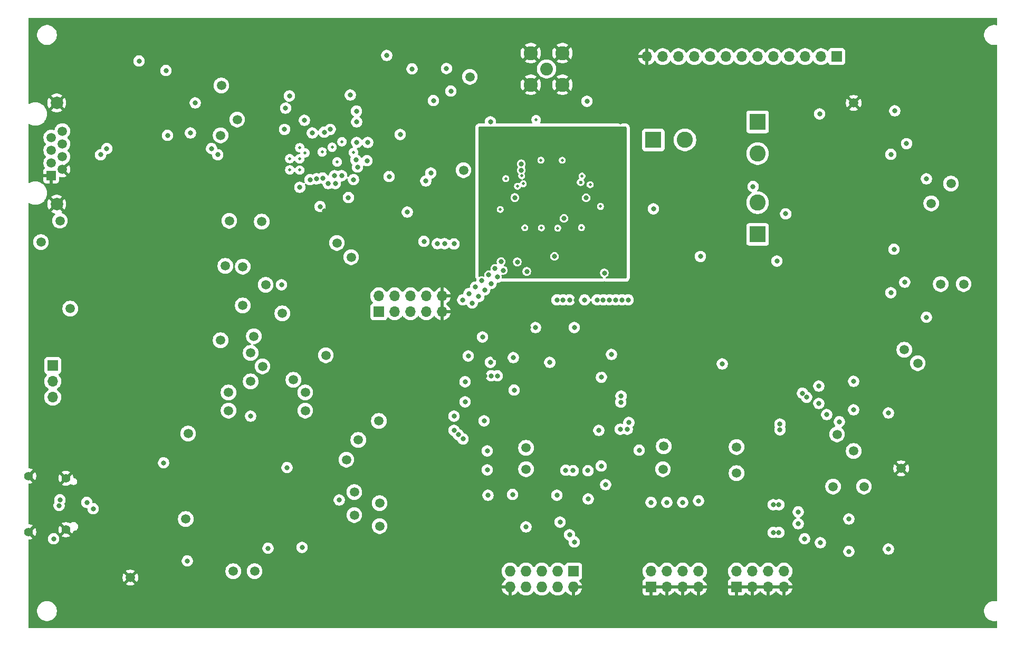
<source format=gbr>
G04 #@! TF.GenerationSoftware,KiCad,Pcbnew,9.0.0-9.0.0-2~ubuntu24.04.1*
G04 #@! TF.CreationDate,2025-03-10T11:02:05+01:00*
G04 #@! TF.ProjectId,Receiver,52656365-6976-4657-922e-6b696361645f,rev?*
G04 #@! TF.SameCoordinates,Original*
G04 #@! TF.FileFunction,Copper,L2,Inr*
G04 #@! TF.FilePolarity,Positive*
%FSLAX46Y46*%
G04 Gerber Fmt 4.6, Leading zero omitted, Abs format (unit mm)*
G04 Created by KiCad (PCBNEW 9.0.0-9.0.0-2~ubuntu24.04.1) date 2025-03-10 11:02:05*
%MOMM*%
%LPD*%
G01*
G04 APERTURE LIST*
G04 #@! TA.AperFunction,ComponentPad*
%ADD10R,1.500000X1.500000*%
G04 #@! TD*
G04 #@! TA.AperFunction,ComponentPad*
%ADD11C,1.500000*%
G04 #@! TD*
G04 #@! TA.AperFunction,ComponentPad*
%ADD12C,2.000000*%
G04 #@! TD*
G04 #@! TA.AperFunction,ComponentPad*
%ADD13R,1.727200X1.727200*%
G04 #@! TD*
G04 #@! TA.AperFunction,ComponentPad*
%ADD14O,1.727200X1.727200*%
G04 #@! TD*
G04 #@! TA.AperFunction,ComponentPad*
%ADD15R,1.700000X1.700000*%
G04 #@! TD*
G04 #@! TA.AperFunction,ComponentPad*
%ADD16O,1.700000X1.700000*%
G04 #@! TD*
G04 #@! TA.AperFunction,ComponentPad*
%ADD17C,1.400000*%
G04 #@! TD*
G04 #@! TA.AperFunction,ComponentPad*
%ADD18C,2.050000*%
G04 #@! TD*
G04 #@! TA.AperFunction,ComponentPad*
%ADD19C,2.250000*%
G04 #@! TD*
G04 #@! TA.AperFunction,ComponentPad*
%ADD20R,2.600000X2.600000*%
G04 #@! TD*
G04 #@! TA.AperFunction,ComponentPad*
%ADD21C,2.600000*%
G04 #@! TD*
G04 #@! TA.AperFunction,ViaPad*
%ADD22C,0.800000*%
G04 #@! TD*
G04 #@! TA.AperFunction,ViaPad*
%ADD23C,2.500000*%
G04 #@! TD*
G04 #@! TA.AperFunction,ViaPad*
%ADD24C,1.500000*%
G04 #@! TD*
G04 #@! TA.AperFunction,ViaPad*
%ADD25C,0.500000*%
G04 #@! TD*
G04 #@! TA.AperFunction,ViaPad*
%ADD26C,0.600000*%
G04 #@! TD*
G04 APERTURE END LIST*
D10*
X74676000Y-86360000D03*
D11*
X76456000Y-85340000D03*
X74676000Y-84320000D03*
X76456000Y-83300000D03*
X74676000Y-82280000D03*
X76456000Y-81260000D03*
X74676000Y-80240000D03*
X76456000Y-79220000D03*
D12*
X75566000Y-90930000D03*
X75566000Y-74670000D03*
D13*
X158496000Y-149860000D03*
D14*
X158496000Y-152400000D03*
X155956000Y-149860000D03*
X155956000Y-152400000D03*
X153416000Y-149860000D03*
X153416000Y-152400000D03*
X150876000Y-149860000D03*
X150876000Y-152400000D03*
X148336000Y-149860000D03*
X148336000Y-152400000D03*
D15*
X74930000Y-116840000D03*
D16*
X74930000Y-119380000D03*
X74930000Y-121920000D03*
D17*
X71074000Y-134575000D03*
X77024000Y-134935000D03*
X77024000Y-143195000D03*
X71074000Y-143555000D03*
D11*
X73025000Y-97028000D03*
X101854000Y-112776000D03*
X102616000Y-100838000D03*
X141859000Y-70485000D03*
X115443000Y-124079000D03*
X103124000Y-121158000D03*
X211074000Y-133350000D03*
X87376000Y-150876000D03*
X203454000Y-74676000D03*
X103124000Y-124079000D03*
X115443000Y-121158000D03*
D18*
X154178000Y-69215000D03*
D19*
X151638000Y-66675000D03*
X151638000Y-71755000D03*
X156718000Y-66675000D03*
X156718000Y-71755000D03*
D15*
X200750000Y-67250000D03*
D16*
X198210000Y-67250000D03*
X195670000Y-67250000D03*
X193130000Y-67250000D03*
X190590000Y-67250000D03*
X188050000Y-67250000D03*
X185510000Y-67250000D03*
X182970000Y-67250000D03*
X180430000Y-67250000D03*
X177890000Y-67250000D03*
X175350000Y-67250000D03*
X172810000Y-67250000D03*
X170270000Y-67250000D03*
D15*
X127254000Y-108204000D03*
D16*
X127254000Y-105664000D03*
X129794000Y-108204000D03*
X129794000Y-105664000D03*
X132334000Y-108204000D03*
X132334000Y-105664000D03*
X134874000Y-108204000D03*
X134874000Y-105664000D03*
X137414000Y-108204000D03*
X137414000Y-105664000D03*
D15*
X170942000Y-152400000D03*
D16*
X170942000Y-149860000D03*
X173482000Y-152400000D03*
X173482000Y-149860000D03*
X176022000Y-152400000D03*
X176022000Y-149860000D03*
X178562000Y-152400000D03*
X178562000Y-149860000D03*
D11*
X77724000Y-107696000D03*
X127381000Y-138938000D03*
X96266000Y-141478000D03*
X107315000Y-149860000D03*
X122047000Y-131953000D03*
X96647000Y-127762000D03*
X103886000Y-149860000D03*
X127381000Y-142621000D03*
X123317000Y-137160000D03*
X123317000Y-140843000D03*
X101981000Y-71882000D03*
X140843000Y-85471000D03*
D20*
X188051000Y-77724000D03*
D21*
X188051000Y-82804000D03*
D20*
X188051000Y-95774000D03*
D21*
X188051000Y-90694000D03*
D20*
X171307000Y-80609000D03*
D21*
X176387000Y-80609000D03*
D15*
X184658000Y-152400000D03*
D16*
X184658000Y-149860000D03*
X187198000Y-152400000D03*
X187198000Y-149860000D03*
X189738000Y-152400000D03*
X189738000Y-149860000D03*
X192278000Y-152400000D03*
X192278000Y-149860000D03*
D22*
X155448000Y-99314000D03*
X178689000Y-90551000D03*
X197993000Y-88392000D03*
X225552000Y-114935000D03*
X225552000Y-127381000D03*
X217932000Y-106553000D03*
X207264000Y-106553000D03*
X155000000Y-130000000D03*
X110000000Y-100000000D03*
X179324000Y-119380000D03*
X77851000Y-93599000D03*
X85000000Y-70000000D03*
X169214800Y-118808500D03*
X165000000Y-65000000D03*
X92456000Y-70612000D03*
X149000000Y-118000000D03*
X210000000Y-110000000D03*
X80137000Y-110109000D03*
X105000000Y-70000000D03*
X96139000Y-73533000D03*
X144145000Y-124206000D03*
D23*
X153543000Y-124968000D03*
D22*
X132842000Y-67056000D03*
X198247000Y-80391000D03*
X75000000Y-70000000D03*
D24*
X111760000Y-140081000D03*
D22*
X105000000Y-65000000D03*
X162826700Y-117513100D03*
X162814000Y-131191000D03*
D25*
X118999000Y-82550000D03*
D22*
X140335000Y-133223000D03*
X225552000Y-149733000D03*
X190000000Y-155000000D03*
X130000000Y-155000000D03*
X145000000Y-70000000D03*
X204470000Y-139954000D03*
X225552000Y-105537000D03*
X111887000Y-124079000D03*
X148463000Y-141986000D03*
X135000000Y-145000000D03*
X163195000Y-139380037D03*
X160832800Y-139852400D03*
X118516400Y-92049600D03*
X129032000Y-88138000D03*
X220000000Y-155000000D03*
X100000000Y-85000000D03*
X213233000Y-145669000D03*
X85000000Y-85000000D03*
X169164000Y-100330000D03*
X120396000Y-129159000D03*
X207137000Y-84201000D03*
X214630000Y-80772000D03*
X97790000Y-81026000D03*
X225552000Y-83439000D03*
X158877000Y-106299000D03*
X200000000Y-80000000D03*
X136652000Y-122682000D03*
X104521000Y-128270000D03*
X110744000Y-89662000D03*
X144145000Y-128143000D03*
X200000000Y-110000000D03*
X104902000Y-142748000D03*
X218059000Y-84201000D03*
X114935000Y-142875000D03*
X205000000Y-155000000D03*
X147000000Y-124000000D03*
X220000000Y-125000000D03*
X139573000Y-111252000D03*
X100000000Y-155000000D03*
X200000000Y-95000000D03*
X167640000Y-111125000D03*
X154000000Y-119000000D03*
X126619000Y-80518000D03*
X214757000Y-103251000D03*
X134747000Y-70612000D03*
X125000000Y-65000000D03*
X100330000Y-133858000D03*
X125000000Y-100000000D03*
X85000000Y-155000000D03*
D25*
X122163946Y-79364946D03*
D22*
X115000000Y-65000000D03*
X209931000Y-102362000D03*
X115671600Y-90297000D03*
X225552000Y-92583000D03*
X85000000Y-65000000D03*
X147000000Y-130000000D03*
X85000000Y-95000000D03*
X86360000Y-112649000D03*
X112014000Y-143383000D03*
X128905000Y-85217000D03*
X166000000Y-144000000D03*
X220000000Y-140000000D03*
X215000000Y-95000000D03*
D24*
X94869000Y-82550000D03*
D22*
X106045000Y-133858000D03*
X115000000Y-155000000D03*
D25*
X116713000Y-82296000D03*
D22*
X85000000Y-145000000D03*
X154305000Y-143891000D03*
X104267000Y-137922000D03*
X175000000Y-155000000D03*
X82296000Y-141351000D03*
X90678000Y-77597000D03*
X135636000Y-119253000D03*
X190000000Y-110000000D03*
X114173000Y-127127000D03*
X162941000Y-125730000D03*
X144272000Y-118491000D03*
X94234000Y-77597000D03*
X213614000Y-124079000D03*
X201168000Y-121539000D03*
X220000000Y-110000000D03*
X225552000Y-70358000D03*
X160000000Y-155000000D03*
X114173000Y-133985000D03*
X142240000Y-97282000D03*
X120904000Y-136906000D03*
X140000000Y-80000000D03*
X215646000Y-102362000D03*
X95000000Y-65000000D03*
X145000000Y-155000000D03*
X210058000Y-80264000D03*
X80137000Y-121158000D03*
X116205000Y-149098000D03*
X162941000Y-120650000D03*
X95000000Y-95000000D03*
X215646000Y-80010000D03*
X190000000Y-130000000D03*
X197866000Y-141351000D03*
X151257000Y-110744000D03*
X199263000Y-118364000D03*
X85000000Y-130000000D03*
X94234000Y-66675000D03*
X145886000Y-115563777D03*
X80518000Y-136017000D03*
X105918000Y-141056000D03*
X173000000Y-122000000D03*
X123190000Y-107950000D03*
X136906000Y-67056000D03*
X126365000Y-78232000D03*
X145796000Y-134493000D03*
X178000000Y-126000000D03*
D25*
X122154139Y-84100001D03*
D22*
X155000000Y-133000000D03*
X111506000Y-148844000D03*
X99568000Y-109093000D03*
X140326593Y-130175899D03*
X97917000Y-114427000D03*
X171450000Y-127762000D03*
X165989000Y-77724000D03*
X225552000Y-137033000D03*
X147000000Y-127000000D03*
D25*
X118961000Y-84950000D03*
D22*
X214630000Y-82423000D03*
X106045000Y-143891000D03*
X214757000Y-104648000D03*
X139954000Y-138684000D03*
X101219000Y-151003000D03*
X79121000Y-102997000D03*
D24*
X101854000Y-79883000D03*
D22*
X209423000Y-105156000D03*
X171323000Y-91694000D03*
X163646500Y-135968000D03*
X148717000Y-137541000D03*
X120904000Y-138430000D03*
X143891000Y-112268000D03*
X210058000Y-75946000D03*
D24*
X108585000Y-116967000D03*
X104521000Y-77343000D03*
D22*
X119450941Y-78923059D03*
X155829000Y-137668000D03*
X122377200Y-89865200D03*
D24*
X127254000Y-125730000D03*
X215900000Y-90805000D03*
D22*
X128905000Y-86487000D03*
D24*
X106680000Y-114808000D03*
D22*
X109474000Y-146177000D03*
D24*
X184658000Y-134112000D03*
D22*
X191135000Y-100076000D03*
D24*
X113538000Y-119126000D03*
D22*
X209042000Y-146304000D03*
X144780000Y-137668000D03*
D24*
X184658000Y-129921000D03*
D22*
X97028000Y-79502000D03*
X158623000Y-110744000D03*
D24*
X211582000Y-114300000D03*
X111760000Y-108458000D03*
D22*
X106680000Y-124968000D03*
X93091000Y-69469000D03*
D24*
X107188000Y-112141000D03*
D22*
X111633000Y-103886000D03*
D24*
X123952000Y-128778000D03*
X205105000Y-136271000D03*
D22*
X209042000Y-124460000D03*
D24*
X118745000Y-115189000D03*
D22*
X152400000Y-110744000D03*
D24*
X172974000Y-129794000D03*
D22*
X141097000Y-122682000D03*
D24*
X106680000Y-119380000D03*
X203454000Y-130556000D03*
D22*
X132588000Y-69215000D03*
X112522000Y-133223000D03*
D24*
X217424000Y-103759000D03*
D22*
X197993000Y-76454000D03*
X164592000Y-115062000D03*
X162560000Y-127254000D03*
D24*
X122809000Y-99441000D03*
D22*
X150876000Y-142748000D03*
X209423000Y-82931000D03*
X156337000Y-141986000D03*
X209931000Y-98171000D03*
D24*
X103251000Y-93599000D03*
D22*
X160858200Y-138252200D03*
X92710000Y-132461000D03*
X162941000Y-132969000D03*
X141097000Y-119443000D03*
D24*
X150876000Y-133477000D03*
D22*
X112903000Y-73558400D03*
D24*
X219075000Y-87630000D03*
X200787000Y-127889000D03*
D22*
X141605000Y-115316000D03*
X117830600Y-91313000D03*
D25*
X119761000Y-81788000D03*
D24*
X108458000Y-93726000D03*
X200152000Y-136271000D03*
X221107000Y-103759000D03*
D22*
X182372000Y-116586000D03*
X128524000Y-67056000D03*
X93345000Y-79883000D03*
D24*
X213741000Y-116459000D03*
X120523000Y-97155000D03*
X150876000Y-130048000D03*
D22*
X144145000Y-125730000D03*
D24*
X172847000Y-133477000D03*
D22*
X122682000Y-73406000D03*
X144653000Y-133604000D03*
X144653000Y-130556000D03*
X114935000Y-146050000D03*
X96520000Y-148209000D03*
X148844000Y-115570000D03*
X82600000Y-83000000D03*
X83600000Y-82000000D03*
D24*
X105410000Y-107188000D03*
D22*
X88773000Y-67945000D03*
X202692000Y-146685000D03*
X215138000Y-109093000D03*
X215138000Y-86868000D03*
D24*
X109093000Y-103886000D03*
X105410000Y-100965000D03*
D22*
X202692000Y-141478000D03*
X162979100Y-118719600D03*
X97790000Y-74676000D03*
X203454000Y-123952000D03*
X203454000Y-119380000D03*
X130683000Y-79756000D03*
X145272003Y-118491000D03*
D25*
X161163000Y-87807800D03*
X150698200Y-94716600D03*
X150190200Y-86360000D03*
X153365200Y-94754700D03*
X149491700Y-88061800D03*
D22*
X149084153Y-89867000D03*
X136017000Y-74295000D03*
D25*
X153276300Y-83858100D03*
X162839400Y-91300300D03*
D22*
X149479000Y-100203000D03*
X160528000Y-89916000D03*
D25*
X156679900Y-83870800D03*
X159791400Y-94691200D03*
D22*
X163449000Y-101981000D03*
D25*
X146761200Y-91770200D03*
D22*
X138811000Y-72771000D03*
D25*
X155968700Y-94780100D03*
D22*
X138108750Y-69147750D03*
D25*
X159854900Y-86410800D03*
D22*
X151003000Y-101727000D03*
X162052000Y-96266000D03*
D25*
X153276300Y-82105500D03*
D22*
X145288000Y-83312000D03*
D25*
X159740600Y-85382100D03*
X156705300Y-82042000D03*
D22*
X145669000Y-86868000D03*
D25*
X148285200Y-86321900D03*
D22*
X148971000Y-81915000D03*
X164592000Y-92964000D03*
D25*
X157264100Y-80010000D03*
D24*
X154686000Y-88392000D03*
D25*
X159804100Y-92811600D03*
X161036000Y-86753700D03*
D22*
X163322000Y-83566000D03*
X164465000Y-80518000D03*
D25*
X148310600Y-87363300D03*
X153377900Y-92900500D03*
X164769800Y-91325700D03*
X150698200Y-92875100D03*
X157238700Y-95732600D03*
X154419300Y-82067400D03*
X145707100Y-91782900D03*
D22*
X164846000Y-89027000D03*
D25*
X120561000Y-84150000D03*
D22*
X119126000Y-87630000D03*
D25*
X123179785Y-82636560D03*
X112979200Y-85432900D03*
D22*
X114579400Y-88214200D03*
D25*
X114541300Y-83654900D03*
X114541300Y-85458300D03*
D22*
X112115600Y-78917800D03*
X123672600Y-75996800D03*
D25*
X115404900Y-82689700D03*
X121335999Y-80900001D03*
X118161000Y-82550000D03*
X112979200Y-83616800D03*
D22*
X123698000Y-77724000D03*
D25*
X114566700Y-81876900D03*
D22*
X112293400Y-75514200D03*
X116586000Y-79502000D03*
X115316000Y-77470000D03*
D24*
X76080999Y-93591001D03*
D22*
X76077394Y-138399377D03*
X81407000Y-139827000D03*
X80391000Y-138811000D03*
X178562000Y-138557000D03*
X176022000Y-138811000D03*
X173482000Y-138811000D03*
X170942000Y-138811000D03*
D25*
X150431500Y-87655400D03*
D22*
X139319000Y-97310870D03*
X137795000Y-97282000D03*
D25*
X147624800Y-86829900D03*
D22*
X150114000Y-85471000D03*
X136652000Y-97282000D03*
X150114000Y-84455000D03*
X134493000Y-96901000D03*
X156972000Y-93218000D03*
X160655000Y-74422000D03*
X157861000Y-144018000D03*
X158623000Y-145161000D03*
X75946000Y-139315000D03*
X75057000Y-144653000D03*
X160820100Y-133718300D03*
X178866800Y-99326700D03*
X157264100Y-133654800D03*
X187312300Y-88087200D03*
X158445200Y-133718300D03*
X192544700Y-92481400D03*
X145161000Y-77724000D03*
X146867836Y-100147164D03*
X125476000Y-81026000D03*
D25*
X152501600Y-77368400D03*
D22*
X131826000Y-92202000D03*
X135598705Y-85936502D03*
X134800000Y-87200000D03*
X139319000Y-127254000D03*
X140769832Y-128629596D03*
X139319000Y-124968000D03*
X148971000Y-120777000D03*
X123698000Y-81026000D03*
X147244183Y-101548817D03*
X140716000Y-106299000D03*
X118491000Y-79375000D03*
X142244653Y-106802347D03*
X116205000Y-86995000D03*
X143269959Y-105777041D03*
X118237000Y-86741000D03*
X117221000Y-86868000D03*
X141741306Y-105273694D03*
X120269000Y-87630000D03*
X142766612Y-104248388D03*
X144231765Y-104688235D03*
X120142000Y-86360000D03*
X143791918Y-103223082D03*
X121285000Y-86360000D03*
X145257071Y-103662929D03*
X123190000Y-86995000D03*
X125349000Y-83947000D03*
X145906030Y-101235970D03*
X144880724Y-102261276D03*
X123825000Y-84963000D03*
X123571000Y-83820000D03*
X146282377Y-102637623D03*
X145161000Y-116332000D03*
X146272006Y-118491000D03*
D26*
X159639000Y-87417000D03*
D22*
X191470500Y-139192000D03*
X191470500Y-143637000D03*
X190545500Y-143637000D03*
X190545500Y-139192000D03*
X198120000Y-145288000D03*
X195580000Y-144653000D03*
X194564000Y-140335000D03*
X194564000Y-142240000D03*
X140026108Y-127961108D03*
X154686000Y-116332000D03*
X155829000Y-106299000D03*
X156829003Y-106299000D03*
X157861000Y-106299000D03*
X160274000Y-106299000D03*
X162274006Y-106299000D03*
X163274009Y-106299000D03*
X164274012Y-106299000D03*
X165274015Y-106299000D03*
X166274018Y-106299000D03*
X167274021Y-106299000D03*
X101400000Y-83000000D03*
X100400000Y-82000000D03*
X167386000Y-125984000D03*
X167132000Y-127068000D03*
X165989000Y-127068000D03*
X169037000Y-130429000D03*
X166128700Y-121742200D03*
X211948000Y-81203800D03*
X211658200Y-103454200D03*
X166090600Y-122720100D03*
X195252963Y-121288163D03*
X191630300Y-126232700D03*
X195907037Y-121942237D03*
X191630300Y-127157700D03*
X199136000Y-124714000D03*
X201168000Y-125857000D03*
X197866000Y-122936000D03*
X197866000Y-120142000D03*
G04 #@! TA.AperFunction,Conductor*
G36*
X166947121Y-78506002D02*
G01*
X166993614Y-78559658D01*
X167005000Y-78612000D01*
X167005000Y-102744000D01*
X166984998Y-102812121D01*
X166931342Y-102858614D01*
X166879000Y-102870000D01*
X163766703Y-102870000D01*
X163698582Y-102849998D01*
X163652089Y-102796342D01*
X163641985Y-102726068D01*
X163671479Y-102661488D01*
X163718485Y-102627591D01*
X163780811Y-102601775D01*
X163895542Y-102525114D01*
X163993114Y-102427542D01*
X164069775Y-102312811D01*
X164122580Y-102185328D01*
X164149500Y-102049993D01*
X164149500Y-101912007D01*
X164122580Y-101776672D01*
X164069775Y-101649189D01*
X163993114Y-101534458D01*
X163993109Y-101534452D01*
X163895547Y-101436890D01*
X163895541Y-101436885D01*
X163833138Y-101395189D01*
X163780811Y-101360225D01*
X163700421Y-101326926D01*
X163653331Y-101307421D01*
X163653328Y-101307420D01*
X163517995Y-101280500D01*
X163517993Y-101280500D01*
X163380007Y-101280500D01*
X163380004Y-101280500D01*
X163244671Y-101307420D01*
X163244668Y-101307421D01*
X163117189Y-101360225D01*
X163002458Y-101436885D01*
X163002452Y-101436890D01*
X162904890Y-101534452D01*
X162904885Y-101534458D01*
X162828225Y-101649189D01*
X162775421Y-101776668D01*
X162775420Y-101776671D01*
X162748500Y-101912004D01*
X162748500Y-102049995D01*
X162775420Y-102185328D01*
X162775421Y-102185331D01*
X162778301Y-102192283D01*
X162828225Y-102312811D01*
X162879447Y-102389471D01*
X162904885Y-102427541D01*
X162904890Y-102427547D01*
X163002452Y-102525109D01*
X163002458Y-102525114D01*
X163117189Y-102601775D01*
X163179515Y-102627591D01*
X163234796Y-102672139D01*
X163257217Y-102739503D01*
X163239659Y-102808294D01*
X163187697Y-102856672D01*
X163131297Y-102870000D01*
X147103910Y-102870000D01*
X147035789Y-102849998D01*
X146989296Y-102796342D01*
X146979192Y-102726068D01*
X146980331Y-102719420D01*
X146982876Y-102706623D01*
X146982877Y-102706614D01*
X146982877Y-102568631D01*
X146982876Y-102568627D01*
X146981563Y-102562026D01*
X146955957Y-102433295D01*
X146943433Y-102403059D01*
X146935844Y-102332469D01*
X146967623Y-102268982D01*
X147028682Y-102232755D01*
X147084422Y-102231262D01*
X147175190Y-102249317D01*
X147175191Y-102249317D01*
X147313175Y-102249317D01*
X147313176Y-102249317D01*
X147448511Y-102222397D01*
X147575994Y-102169592D01*
X147690725Y-102092931D01*
X147788297Y-101995359D01*
X147864958Y-101880628D01*
X147917763Y-101753145D01*
X147936688Y-101658004D01*
X150302500Y-101658004D01*
X150302500Y-101795995D01*
X150306228Y-101814734D01*
X150329420Y-101931328D01*
X150382225Y-102058811D01*
X150405410Y-102093509D01*
X150458885Y-102173541D01*
X150458890Y-102173547D01*
X150556452Y-102271109D01*
X150556458Y-102271114D01*
X150671189Y-102347775D01*
X150798672Y-102400580D01*
X150934007Y-102427500D01*
X150934008Y-102427500D01*
X151071992Y-102427500D01*
X151071993Y-102427500D01*
X151207328Y-102400580D01*
X151334811Y-102347775D01*
X151449542Y-102271114D01*
X151547114Y-102173542D01*
X151623775Y-102058811D01*
X151676580Y-101931328D01*
X151703500Y-101795993D01*
X151703500Y-101658007D01*
X151676580Y-101522672D01*
X151623775Y-101395189D01*
X151547114Y-101280458D01*
X151547109Y-101280452D01*
X151449547Y-101182890D01*
X151449541Y-101182885D01*
X151411471Y-101157447D01*
X151334811Y-101106225D01*
X151254421Y-101072926D01*
X151207331Y-101053421D01*
X151207328Y-101053420D01*
X151071995Y-101026500D01*
X151071993Y-101026500D01*
X150934007Y-101026500D01*
X150934004Y-101026500D01*
X150798671Y-101053420D01*
X150798668Y-101053421D01*
X150671189Y-101106225D01*
X150556458Y-101182885D01*
X150556452Y-101182890D01*
X150458890Y-101280452D01*
X150458885Y-101280458D01*
X150382225Y-101395189D01*
X150329421Y-101522668D01*
X150329420Y-101522671D01*
X150302500Y-101658004D01*
X147936688Y-101658004D01*
X147944683Y-101617810D01*
X147944683Y-101479824D01*
X147917763Y-101344489D01*
X147864958Y-101217006D01*
X147788297Y-101102275D01*
X147788292Y-101102269D01*
X147690730Y-101004707D01*
X147690724Y-101004702D01*
X147652654Y-100979264D01*
X147575994Y-100928042D01*
X147495604Y-100894743D01*
X147448514Y-100875238D01*
X147448505Y-100875235D01*
X147414391Y-100868449D01*
X147351482Y-100835541D01*
X147316352Y-100773845D01*
X147320153Y-100702950D01*
X147349878Y-100655777D01*
X147411950Y-100593706D01*
X147488611Y-100478975D01*
X147541416Y-100351492D01*
X147568336Y-100216157D01*
X147568336Y-100134004D01*
X148778500Y-100134004D01*
X148778500Y-100134007D01*
X148778500Y-100271993D01*
X148805420Y-100407328D01*
X148858225Y-100534811D01*
X148909447Y-100611471D01*
X148934885Y-100649541D01*
X148934890Y-100649547D01*
X149032452Y-100747109D01*
X149032458Y-100747114D01*
X149147189Y-100823775D01*
X149274672Y-100876580D01*
X149410007Y-100903500D01*
X149410008Y-100903500D01*
X149547992Y-100903500D01*
X149547993Y-100903500D01*
X149683328Y-100876580D01*
X149810811Y-100823775D01*
X149925542Y-100747114D01*
X150023114Y-100649542D01*
X150099775Y-100534811D01*
X150152580Y-100407328D01*
X150179500Y-100271993D01*
X150179500Y-100134007D01*
X150152580Y-99998672D01*
X150099775Y-99871189D01*
X150023114Y-99756458D01*
X150023109Y-99756452D01*
X149925547Y-99658890D01*
X149925541Y-99658885D01*
X149887471Y-99633447D01*
X149810811Y-99582225D01*
X149730421Y-99548926D01*
X149683331Y-99529421D01*
X149683328Y-99529420D01*
X149547995Y-99502500D01*
X149547993Y-99502500D01*
X149410007Y-99502500D01*
X149410004Y-99502500D01*
X149274671Y-99529420D01*
X149274668Y-99529421D01*
X149147189Y-99582225D01*
X149032458Y-99658885D01*
X149032452Y-99658890D01*
X148934890Y-99756452D01*
X148934885Y-99756458D01*
X148858225Y-99871189D01*
X148805421Y-99998668D01*
X148805420Y-99998671D01*
X148778500Y-100134004D01*
X147568336Y-100134004D01*
X147568336Y-100078171D01*
X147541416Y-99942836D01*
X147488611Y-99815353D01*
X147411950Y-99700622D01*
X147411945Y-99700616D01*
X147314383Y-99603054D01*
X147314377Y-99603049D01*
X147276307Y-99577611D01*
X147199647Y-99526389D01*
X147119257Y-99493090D01*
X147072167Y-99473585D01*
X147072164Y-99473584D01*
X146936831Y-99446664D01*
X146936829Y-99446664D01*
X146798843Y-99446664D01*
X146798840Y-99446664D01*
X146663507Y-99473584D01*
X146663504Y-99473585D01*
X146536025Y-99526389D01*
X146421294Y-99603049D01*
X146421288Y-99603054D01*
X146323726Y-99700616D01*
X146323721Y-99700622D01*
X146247061Y-99815353D01*
X146194257Y-99942832D01*
X146194256Y-99942835D01*
X146167336Y-100078168D01*
X146167336Y-100216159D01*
X146194256Y-100351492D01*
X146194257Y-100351494D01*
X146206780Y-100381729D01*
X146214368Y-100452319D01*
X146182587Y-100515805D01*
X146121529Y-100552032D01*
X146065789Y-100553524D01*
X145975028Y-100535470D01*
X145975023Y-100535470D01*
X145837037Y-100535470D01*
X145837034Y-100535470D01*
X145701701Y-100562390D01*
X145701698Y-100562391D01*
X145574219Y-100615195D01*
X145459488Y-100691855D01*
X145459482Y-100691860D01*
X145361920Y-100789422D01*
X145361915Y-100789428D01*
X145285255Y-100904159D01*
X145232451Y-101031638D01*
X145232450Y-101031641D01*
X145205530Y-101166974D01*
X145205530Y-101304965D01*
X145206019Y-101307421D01*
X145231771Y-101436886D01*
X145232261Y-101439346D01*
X145225933Y-101510060D01*
X145182379Y-101566128D01*
X145115427Y-101589747D01*
X145084102Y-101587507D01*
X145019714Y-101574699D01*
X144949719Y-101560776D01*
X144949717Y-101560776D01*
X144811731Y-101560776D01*
X144811728Y-101560776D01*
X144676395Y-101587696D01*
X144676392Y-101587697D01*
X144548913Y-101640501D01*
X144434182Y-101717161D01*
X144434176Y-101717166D01*
X144336614Y-101814728D01*
X144336609Y-101814734D01*
X144259949Y-101929465D01*
X144207145Y-102056944D01*
X144207144Y-102056947D01*
X144180224Y-102192280D01*
X144180224Y-102330274D01*
X144198278Y-102421035D01*
X144191950Y-102491749D01*
X144148395Y-102547816D01*
X144081443Y-102571435D01*
X144026483Y-102562026D01*
X143996248Y-102549503D01*
X143996246Y-102549502D01*
X143860913Y-102522582D01*
X143860911Y-102522582D01*
X143722925Y-102522582D01*
X143722922Y-102522582D01*
X143587589Y-102549502D01*
X143587586Y-102549503D01*
X143460107Y-102602307D01*
X143451998Y-102607725D01*
X143384244Y-102628937D01*
X143315778Y-102610152D01*
X143268337Y-102557333D01*
X143256000Y-102502957D01*
X143256000Y-99245004D01*
X154747500Y-99245004D01*
X154747500Y-99245007D01*
X154747500Y-99382993D01*
X154774420Y-99518328D01*
X154827225Y-99645811D01*
X154863845Y-99700616D01*
X154903885Y-99760541D01*
X154903890Y-99760547D01*
X155001452Y-99858109D01*
X155001458Y-99858114D01*
X155116189Y-99934775D01*
X155243672Y-99987580D01*
X155379007Y-100014500D01*
X155379008Y-100014500D01*
X155516992Y-100014500D01*
X155516993Y-100014500D01*
X155652328Y-99987580D01*
X155779811Y-99934775D01*
X155894542Y-99858114D01*
X155992114Y-99760542D01*
X156068775Y-99645811D01*
X156121580Y-99518328D01*
X156148500Y-99382993D01*
X156148500Y-99245007D01*
X156121580Y-99109672D01*
X156068775Y-98982189D01*
X155992114Y-98867458D01*
X155992109Y-98867452D01*
X155894547Y-98769890D01*
X155894541Y-98769885D01*
X155856471Y-98744447D01*
X155779811Y-98693225D01*
X155699421Y-98659926D01*
X155652331Y-98640421D01*
X155652328Y-98640420D01*
X155516995Y-98613500D01*
X155516993Y-98613500D01*
X155379007Y-98613500D01*
X155379004Y-98613500D01*
X155243671Y-98640420D01*
X155243668Y-98640421D01*
X155116189Y-98693225D01*
X155001458Y-98769885D01*
X155001452Y-98769890D01*
X154903890Y-98867452D01*
X154903885Y-98867458D01*
X154827225Y-98982189D01*
X154774421Y-99109668D01*
X154774420Y-99109671D01*
X154747500Y-99245004D01*
X143256000Y-99245004D01*
X143256000Y-94789073D01*
X150147699Y-94789073D01*
X150185216Y-94929085D01*
X150257688Y-95054611D01*
X150257696Y-95054621D01*
X150360178Y-95157103D01*
X150360183Y-95157107D01*
X150360185Y-95157109D01*
X150485715Y-95229584D01*
X150625725Y-95267100D01*
X150625727Y-95267100D01*
X150770673Y-95267100D01*
X150770675Y-95267100D01*
X150910685Y-95229584D01*
X151036215Y-95157109D01*
X151138709Y-95054615D01*
X151211184Y-94929085D01*
X151238492Y-94827173D01*
X152814699Y-94827173D01*
X152852216Y-94967185D01*
X152924688Y-95092711D01*
X152924696Y-95092721D01*
X153027178Y-95195203D01*
X153027183Y-95195207D01*
X153027185Y-95195209D01*
X153152715Y-95267684D01*
X153292725Y-95305200D01*
X153292727Y-95305200D01*
X153437673Y-95305200D01*
X153437675Y-95305200D01*
X153577685Y-95267684D01*
X153703215Y-95195209D01*
X153805709Y-95092715D01*
X153878184Y-94967185D01*
X153908895Y-94852573D01*
X155418199Y-94852573D01*
X155455716Y-94992585D01*
X155528188Y-95118111D01*
X155528196Y-95118121D01*
X155630678Y-95220603D01*
X155630683Y-95220607D01*
X155630685Y-95220609D01*
X155630686Y-95220610D01*
X155630688Y-95220611D01*
X155679391Y-95248729D01*
X155756215Y-95293084D01*
X155896225Y-95330600D01*
X155896227Y-95330600D01*
X156041173Y-95330600D01*
X156041175Y-95330600D01*
X156181185Y-95293084D01*
X156306715Y-95220609D01*
X156409209Y-95118115D01*
X156481684Y-94992585D01*
X156519200Y-94852575D01*
X156519200Y-94763673D01*
X159240899Y-94763673D01*
X159278416Y-94903685D01*
X159350888Y-95029211D01*
X159350896Y-95029221D01*
X159453378Y-95131703D01*
X159453383Y-95131707D01*
X159453385Y-95131709D01*
X159578915Y-95204184D01*
X159718925Y-95241700D01*
X159718927Y-95241700D01*
X159863873Y-95241700D01*
X159863875Y-95241700D01*
X160003885Y-95204184D01*
X160129415Y-95131709D01*
X160231909Y-95029215D01*
X160304384Y-94903685D01*
X160341900Y-94763675D01*
X160341900Y-94618725D01*
X160304384Y-94478715D01*
X160260029Y-94401891D01*
X160231911Y-94353188D01*
X160231903Y-94353178D01*
X160129421Y-94250696D01*
X160129411Y-94250688D01*
X160003885Y-94178216D01*
X159863875Y-94140700D01*
X159718925Y-94140700D01*
X159625585Y-94165710D01*
X159578914Y-94178216D01*
X159453388Y-94250688D01*
X159453378Y-94250696D01*
X159350896Y-94353178D01*
X159350888Y-94353188D01*
X159278416Y-94478714D01*
X159240900Y-94618726D01*
X159240900Y-94763673D01*
X159240899Y-94763673D01*
X156519200Y-94763673D01*
X156519200Y-94707625D01*
X156481684Y-94567615D01*
X156445022Y-94504114D01*
X156409211Y-94442088D01*
X156409203Y-94442078D01*
X156306721Y-94339596D01*
X156306711Y-94339588D01*
X156181185Y-94267116D01*
X156119905Y-94250696D01*
X156041175Y-94229600D01*
X155896225Y-94229600D01*
X155817495Y-94250696D01*
X155756214Y-94267116D01*
X155630688Y-94339588D01*
X155630678Y-94339596D01*
X155528196Y-94442078D01*
X155528188Y-94442088D01*
X155455716Y-94567614D01*
X155418200Y-94707626D01*
X155418200Y-94852573D01*
X155418199Y-94852573D01*
X153908895Y-94852573D01*
X153915700Y-94827175D01*
X153915700Y-94682225D01*
X153878184Y-94542215D01*
X153833829Y-94465391D01*
X153805711Y-94416688D01*
X153805703Y-94416678D01*
X153703221Y-94314196D01*
X153703211Y-94314188D01*
X153577685Y-94241716D01*
X153437675Y-94204200D01*
X153292725Y-94204200D01*
X153199385Y-94229210D01*
X153152714Y-94241716D01*
X153027188Y-94314188D01*
X153027178Y-94314196D01*
X152924696Y-94416678D01*
X152924688Y-94416688D01*
X152852216Y-94542214D01*
X152814700Y-94682226D01*
X152814700Y-94827173D01*
X152814699Y-94827173D01*
X151238492Y-94827173D01*
X151248700Y-94789075D01*
X151248700Y-94644125D01*
X151211184Y-94504115D01*
X151138709Y-94378585D01*
X151138707Y-94378583D01*
X151138703Y-94378578D01*
X151036221Y-94276096D01*
X151036211Y-94276088D01*
X150910685Y-94203616D01*
X150770675Y-94166100D01*
X150625725Y-94166100D01*
X150532385Y-94191110D01*
X150485714Y-94203616D01*
X150360188Y-94276088D01*
X150360178Y-94276096D01*
X150257696Y-94378578D01*
X150257688Y-94378588D01*
X150185216Y-94504114D01*
X150147700Y-94644126D01*
X150147700Y-94789073D01*
X150147699Y-94789073D01*
X143256000Y-94789073D01*
X143256000Y-93149004D01*
X156271500Y-93149004D01*
X156271500Y-93149007D01*
X156271500Y-93286993D01*
X156298420Y-93422328D01*
X156351225Y-93549811D01*
X156402447Y-93626471D01*
X156427885Y-93664541D01*
X156427890Y-93664547D01*
X156525452Y-93762109D01*
X156525458Y-93762114D01*
X156640189Y-93838775D01*
X156767672Y-93891580D01*
X156903007Y-93918500D01*
X156903008Y-93918500D01*
X157040992Y-93918500D01*
X157040993Y-93918500D01*
X157176328Y-93891580D01*
X157303811Y-93838775D01*
X157418542Y-93762114D01*
X157516114Y-93664542D01*
X157592775Y-93549811D01*
X157645580Y-93422328D01*
X157672500Y-93286993D01*
X157672500Y-93149007D01*
X157645580Y-93013672D01*
X157592775Y-92886189D01*
X157516114Y-92771458D01*
X157516109Y-92771452D01*
X157418547Y-92673890D01*
X157418541Y-92673885D01*
X157380471Y-92648447D01*
X157303811Y-92597225D01*
X157223421Y-92563926D01*
X157176331Y-92544421D01*
X157176328Y-92544420D01*
X157040995Y-92517500D01*
X157040993Y-92517500D01*
X156903007Y-92517500D01*
X156903004Y-92517500D01*
X156767671Y-92544420D01*
X156767668Y-92544421D01*
X156640189Y-92597225D01*
X156525458Y-92673885D01*
X156525452Y-92673890D01*
X156427890Y-92771452D01*
X156427885Y-92771458D01*
X156351225Y-92886189D01*
X156298421Y-93013668D01*
X156298420Y-93013671D01*
X156271500Y-93149004D01*
X143256000Y-93149004D01*
X143256000Y-91842673D01*
X146210699Y-91842673D01*
X146248216Y-91982685D01*
X146320688Y-92108211D01*
X146320696Y-92108221D01*
X146423178Y-92210703D01*
X146423183Y-92210707D01*
X146423185Y-92210709D01*
X146548715Y-92283184D01*
X146688725Y-92320700D01*
X146688727Y-92320700D01*
X146833673Y-92320700D01*
X146833675Y-92320700D01*
X146973685Y-92283184D01*
X147099215Y-92210709D01*
X147201709Y-92108215D01*
X147274184Y-91982685D01*
X147311700Y-91842675D01*
X147311700Y-91697725D01*
X147274184Y-91557715D01*
X147201709Y-91432185D01*
X147201707Y-91432183D01*
X147201703Y-91432178D01*
X147142298Y-91372773D01*
X162288899Y-91372773D01*
X162326416Y-91512785D01*
X162398888Y-91638311D01*
X162398896Y-91638321D01*
X162501378Y-91740803D01*
X162501383Y-91740807D01*
X162501385Y-91740809D01*
X162626915Y-91813284D01*
X162766925Y-91850800D01*
X162766927Y-91850800D01*
X162911873Y-91850800D01*
X162911875Y-91850800D01*
X163051885Y-91813284D01*
X163177415Y-91740809D01*
X163279909Y-91638315D01*
X163352384Y-91512785D01*
X163389900Y-91372775D01*
X163389900Y-91227825D01*
X163352384Y-91087815D01*
X163279909Y-90962285D01*
X163279907Y-90962283D01*
X163279903Y-90962278D01*
X163177421Y-90859796D01*
X163177411Y-90859788D01*
X163051885Y-90787316D01*
X162911875Y-90749800D01*
X162766925Y-90749800D01*
X162673585Y-90774810D01*
X162626914Y-90787316D01*
X162501388Y-90859788D01*
X162501378Y-90859796D01*
X162398896Y-90962278D01*
X162398888Y-90962288D01*
X162326416Y-91087814D01*
X162288900Y-91227826D01*
X162288900Y-91372773D01*
X162288899Y-91372773D01*
X147142298Y-91372773D01*
X147099221Y-91329696D01*
X147099211Y-91329688D01*
X147097473Y-91328685D01*
X146973685Y-91257216D01*
X146833675Y-91219700D01*
X146688725Y-91219700D01*
X146595385Y-91244710D01*
X146548714Y-91257216D01*
X146423188Y-91329688D01*
X146423178Y-91329696D01*
X146320696Y-91432178D01*
X146320688Y-91432188D01*
X146248216Y-91557714D01*
X146210700Y-91697726D01*
X146210700Y-91842673D01*
X146210699Y-91842673D01*
X143256000Y-91842673D01*
X143256000Y-89798004D01*
X148383653Y-89798004D01*
X148383653Y-89798007D01*
X148383653Y-89935993D01*
X148410573Y-90071328D01*
X148463378Y-90198811D01*
X148496118Y-90247810D01*
X148540038Y-90313541D01*
X148540043Y-90313547D01*
X148637605Y-90411109D01*
X148637611Y-90411114D01*
X148752342Y-90487775D01*
X148879825Y-90540580D01*
X149015160Y-90567500D01*
X149015161Y-90567500D01*
X149153145Y-90567500D01*
X149153146Y-90567500D01*
X149288481Y-90540580D01*
X149415964Y-90487775D01*
X149530695Y-90411114D01*
X149628267Y-90313542D01*
X149704928Y-90198811D01*
X149757733Y-90071328D01*
X149784653Y-89935993D01*
X149784653Y-89847004D01*
X159827500Y-89847004D01*
X159827500Y-89847007D01*
X159827500Y-89984993D01*
X159854420Y-90120328D01*
X159907225Y-90247811D01*
X159951145Y-90313542D01*
X159983885Y-90362541D01*
X159983890Y-90362547D01*
X160081452Y-90460109D01*
X160081458Y-90460114D01*
X160196189Y-90536775D01*
X160323672Y-90589580D01*
X160459007Y-90616500D01*
X160459008Y-90616500D01*
X160596992Y-90616500D01*
X160596993Y-90616500D01*
X160732328Y-90589580D01*
X160859811Y-90536775D01*
X160974542Y-90460114D01*
X161072114Y-90362542D01*
X161148775Y-90247811D01*
X161201580Y-90120328D01*
X161228500Y-89984993D01*
X161228500Y-89847007D01*
X161201580Y-89711672D01*
X161148775Y-89584189D01*
X161072114Y-89469458D01*
X161072109Y-89469452D01*
X160974547Y-89371890D01*
X160974541Y-89371885D01*
X160901214Y-89322890D01*
X160859811Y-89295225D01*
X160779421Y-89261926D01*
X160732331Y-89242421D01*
X160732328Y-89242420D01*
X160596995Y-89215500D01*
X160596993Y-89215500D01*
X160459007Y-89215500D01*
X160459004Y-89215500D01*
X160323671Y-89242420D01*
X160323668Y-89242421D01*
X160196189Y-89295225D01*
X160081458Y-89371885D01*
X160081452Y-89371890D01*
X159983890Y-89469452D01*
X159983885Y-89469458D01*
X159907225Y-89584189D01*
X159854421Y-89711668D01*
X159854420Y-89711671D01*
X159827500Y-89847004D01*
X149784653Y-89847004D01*
X149784653Y-89798007D01*
X149757733Y-89662672D01*
X149704928Y-89535189D01*
X149628267Y-89420458D01*
X149628262Y-89420452D01*
X149530700Y-89322890D01*
X149530694Y-89322885D01*
X149489297Y-89295225D01*
X149415964Y-89246225D01*
X149335574Y-89212926D01*
X149288484Y-89193421D01*
X149288481Y-89193420D01*
X149153148Y-89166500D01*
X149153146Y-89166500D01*
X149015160Y-89166500D01*
X149015157Y-89166500D01*
X148879824Y-89193420D01*
X148879821Y-89193421D01*
X148752342Y-89246225D01*
X148637611Y-89322885D01*
X148637605Y-89322890D01*
X148540043Y-89420452D01*
X148540038Y-89420458D01*
X148463378Y-89535189D01*
X148410574Y-89662668D01*
X148410573Y-89662671D01*
X148383653Y-89798004D01*
X143256000Y-89798004D01*
X143256000Y-88134273D01*
X148941199Y-88134273D01*
X148978716Y-88274285D01*
X149051188Y-88399811D01*
X149051196Y-88399821D01*
X149153678Y-88502303D01*
X149153683Y-88502307D01*
X149153685Y-88502309D01*
X149279215Y-88574784D01*
X149419225Y-88612300D01*
X149419227Y-88612300D01*
X149564173Y-88612300D01*
X149564175Y-88612300D01*
X149704185Y-88574784D01*
X149829715Y-88502309D01*
X149932209Y-88399815D01*
X150004684Y-88274285D01*
X150015474Y-88234016D01*
X150052424Y-88173395D01*
X150116284Y-88142373D01*
X150186779Y-88150801D01*
X150200179Y-88157509D01*
X150219015Y-88168384D01*
X150359025Y-88205900D01*
X150359027Y-88205900D01*
X150503973Y-88205900D01*
X150503975Y-88205900D01*
X150643985Y-88168384D01*
X150769515Y-88095909D01*
X150872009Y-87993415D01*
X150944484Y-87867885D01*
X150982000Y-87727875D01*
X150982000Y-87582925D01*
X150944484Y-87442915D01*
X150900825Y-87367296D01*
X150883878Y-87337943D01*
X159038500Y-87337943D01*
X159038500Y-87496057D01*
X159072056Y-87621291D01*
X159079424Y-87648788D01*
X159158477Y-87785712D01*
X159158485Y-87785722D01*
X159270277Y-87897514D01*
X159270282Y-87897518D01*
X159270284Y-87897520D01*
X159270285Y-87897521D01*
X159270287Y-87897522D01*
X159407211Y-87976575D01*
X159407213Y-87976575D01*
X159407216Y-87976577D01*
X159559943Y-88017500D01*
X159559945Y-88017500D01*
X159718055Y-88017500D01*
X159718057Y-88017500D01*
X159870784Y-87976577D01*
X159870787Y-87976575D01*
X159870788Y-87976575D01*
X159939250Y-87937048D01*
X160007716Y-87897520D01*
X160024963Y-87880273D01*
X160612499Y-87880273D01*
X160650016Y-88020285D01*
X160722488Y-88145811D01*
X160722496Y-88145821D01*
X160824978Y-88248303D01*
X160824983Y-88248307D01*
X160824985Y-88248309D01*
X160950515Y-88320784D01*
X161090525Y-88358300D01*
X161090527Y-88358300D01*
X161235473Y-88358300D01*
X161235475Y-88358300D01*
X161375485Y-88320784D01*
X161501015Y-88248309D01*
X161603509Y-88145815D01*
X161675984Y-88020285D01*
X161713500Y-87880275D01*
X161713500Y-87735325D01*
X161675984Y-87595315D01*
X161603509Y-87469785D01*
X161603507Y-87469783D01*
X161603503Y-87469778D01*
X161501021Y-87367296D01*
X161501011Y-87367288D01*
X161375485Y-87294816D01*
X161235475Y-87257300D01*
X161090525Y-87257300D01*
X160997185Y-87282310D01*
X160950514Y-87294816D01*
X160824988Y-87367288D01*
X160824978Y-87367296D01*
X160722496Y-87469778D01*
X160722488Y-87469788D01*
X160650016Y-87595314D01*
X160650016Y-87595315D01*
X160615592Y-87723788D01*
X160612500Y-87735326D01*
X160612500Y-87880273D01*
X160612499Y-87880273D01*
X160024963Y-87880273D01*
X160119520Y-87785716D01*
X160136300Y-87756651D01*
X160189755Y-87664066D01*
X160196689Y-87652052D01*
X160198577Y-87648784D01*
X160239500Y-87496057D01*
X160239500Y-87337943D01*
X160198577Y-87185216D01*
X160198575Y-87185213D01*
X160198575Y-87185211D01*
X160128032Y-87063028D01*
X160119520Y-87048284D01*
X160119519Y-87048283D01*
X160115576Y-87041453D01*
X160098838Y-86972458D01*
X160122058Y-86905366D01*
X160161695Y-86869334D01*
X160188027Y-86854131D01*
X160192915Y-86851309D01*
X160295409Y-86748815D01*
X160367884Y-86623285D01*
X160405400Y-86483275D01*
X160405400Y-86338325D01*
X160367884Y-86198315D01*
X160295409Y-86072785D01*
X160295407Y-86072783D01*
X160295403Y-86072778D01*
X160192921Y-85970296D01*
X160192911Y-85970288D01*
X160067385Y-85897816D01*
X159927375Y-85860300D01*
X159782425Y-85860300D01*
X159689085Y-85885310D01*
X159642414Y-85897816D01*
X159516888Y-85970288D01*
X159516878Y-85970296D01*
X159414396Y-86072778D01*
X159414388Y-86072788D01*
X159341916Y-86198314D01*
X159341916Y-86198315D01*
X159318012Y-86287527D01*
X159304400Y-86338326D01*
X159304400Y-86483273D01*
X159304399Y-86483273D01*
X159341916Y-86623285D01*
X159396625Y-86718044D01*
X159413363Y-86787040D01*
X159390142Y-86854131D01*
X159350507Y-86890163D01*
X159270284Y-86936479D01*
X159270277Y-86936485D01*
X159158485Y-87048277D01*
X159158477Y-87048287D01*
X159079424Y-87185211D01*
X159071470Y-87214896D01*
X159038500Y-87337943D01*
X150883878Y-87337943D01*
X150872011Y-87317388D01*
X150872003Y-87317378D01*
X150769521Y-87214896D01*
X150769511Y-87214888D01*
X150643985Y-87142416D01*
X150503975Y-87104900D01*
X150471232Y-87104900D01*
X150403111Y-87084898D01*
X150356618Y-87031242D01*
X150346514Y-86960968D01*
X150376008Y-86896388D01*
X150408230Y-86869782D01*
X150528215Y-86800509D01*
X150630709Y-86698015D01*
X150703184Y-86572485D01*
X150740700Y-86432475D01*
X150740700Y-86287525D01*
X150703184Y-86147515D01*
X150650230Y-86055797D01*
X150633493Y-85986804D01*
X150655493Y-85923235D01*
X150654675Y-85922689D01*
X150660228Y-85914377D01*
X150734775Y-85802811D01*
X150787580Y-85675328D01*
X150814500Y-85539993D01*
X150814500Y-85402007D01*
X150787580Y-85266672D01*
X150734775Y-85139189D01*
X150663823Y-85033002D01*
X150642608Y-84965249D01*
X150661391Y-84896782D01*
X150663823Y-84892998D01*
X150666565Y-84888893D01*
X150734775Y-84786811D01*
X150787580Y-84659328D01*
X150814500Y-84523993D01*
X150814500Y-84386007D01*
X150787580Y-84250672D01*
X150734775Y-84123189D01*
X150658114Y-84008458D01*
X150658109Y-84008452D01*
X150580230Y-83930573D01*
X152725799Y-83930573D01*
X152763316Y-84070585D01*
X152835788Y-84196111D01*
X152835796Y-84196121D01*
X152938278Y-84298603D01*
X152938283Y-84298607D01*
X152938285Y-84298609D01*
X152938286Y-84298610D01*
X152938288Y-84298611D01*
X152960282Y-84311309D01*
X153063815Y-84371084D01*
X153203825Y-84408600D01*
X153203827Y-84408600D01*
X153348773Y-84408600D01*
X153348775Y-84408600D01*
X153488785Y-84371084D01*
X153614315Y-84298609D01*
X153716809Y-84196115D01*
X153789284Y-84070585D01*
X153823398Y-83943273D01*
X156129399Y-83943273D01*
X156166916Y-84083285D01*
X156239388Y-84208811D01*
X156239396Y-84208821D01*
X156341878Y-84311303D01*
X156341883Y-84311307D01*
X156341885Y-84311309D01*
X156467415Y-84383784D01*
X156607425Y-84421300D01*
X156607427Y-84421300D01*
X156752373Y-84421300D01*
X156752375Y-84421300D01*
X156892385Y-84383784D01*
X157017915Y-84311309D01*
X157120409Y-84208815D01*
X157192884Y-84083285D01*
X157230400Y-83943275D01*
X157230400Y-83798325D01*
X157192884Y-83658315D01*
X157120409Y-83532785D01*
X157120407Y-83532783D01*
X157120403Y-83532778D01*
X157017921Y-83430296D01*
X157017911Y-83430288D01*
X156892385Y-83357816D01*
X156752375Y-83320300D01*
X156607425Y-83320300D01*
X156514085Y-83345310D01*
X156467414Y-83357816D01*
X156341888Y-83430288D01*
X156341878Y-83430296D01*
X156239396Y-83532778D01*
X156239388Y-83532788D01*
X156166916Y-83658314D01*
X156166916Y-83658315D01*
X156133930Y-83781421D01*
X156129400Y-83798326D01*
X156129400Y-83943273D01*
X156129399Y-83943273D01*
X153823398Y-83943273D01*
X153826800Y-83930575D01*
X153826800Y-83785625D01*
X153789284Y-83645615D01*
X153724143Y-83532788D01*
X153716811Y-83520088D01*
X153716803Y-83520078D01*
X153614321Y-83417596D01*
X153614311Y-83417588D01*
X153488785Y-83345116D01*
X153348775Y-83307600D01*
X153203825Y-83307600D01*
X153156429Y-83320300D01*
X153063814Y-83345116D01*
X152938288Y-83417588D01*
X152938278Y-83417596D01*
X152835796Y-83520078D01*
X152835788Y-83520088D01*
X152763316Y-83645614D01*
X152763316Y-83645615D01*
X152726927Y-83781421D01*
X152725800Y-83785626D01*
X152725800Y-83930573D01*
X152725799Y-83930573D01*
X150580230Y-83930573D01*
X150560547Y-83910890D01*
X150560541Y-83910885D01*
X150517507Y-83882131D01*
X150445811Y-83834225D01*
X150359143Y-83798326D01*
X150318331Y-83781421D01*
X150318328Y-83781420D01*
X150182995Y-83754500D01*
X150182993Y-83754500D01*
X150045007Y-83754500D01*
X150045004Y-83754500D01*
X149909671Y-83781420D01*
X149909668Y-83781421D01*
X149782189Y-83834225D01*
X149667458Y-83910885D01*
X149667452Y-83910890D01*
X149569890Y-84008452D01*
X149569885Y-84008458D01*
X149493225Y-84123189D01*
X149440421Y-84250668D01*
X149440420Y-84250671D01*
X149413500Y-84386004D01*
X149413500Y-84523995D01*
X149440420Y-84659328D01*
X149440421Y-84659331D01*
X149493224Y-84786809D01*
X149564177Y-84892999D01*
X149585391Y-84960752D01*
X149566608Y-85029219D01*
X149564177Y-85033001D01*
X149493224Y-85139190D01*
X149440421Y-85266668D01*
X149440420Y-85266671D01*
X149413500Y-85402004D01*
X149413500Y-85402007D01*
X149413500Y-85539993D01*
X149440420Y-85675328D01*
X149493225Y-85802811D01*
X149531638Y-85860300D01*
X149569885Y-85917541D01*
X149569890Y-85917547D01*
X149653740Y-86001397D01*
X149687766Y-86063709D01*
X149682701Y-86134524D01*
X149680211Y-86139809D01*
X149680378Y-86139879D01*
X149677219Y-86147506D01*
X149677217Y-86147513D01*
X149677216Y-86147515D01*
X149639700Y-86287525D01*
X149639700Y-86287526D01*
X149639700Y-86287527D01*
X149639700Y-86432473D01*
X149639699Y-86432473D01*
X149677216Y-86572485D01*
X149749688Y-86698011D01*
X149749696Y-86698021D01*
X149852178Y-86800503D01*
X149852183Y-86800507D01*
X149852185Y-86800509D01*
X149977715Y-86872984D01*
X150117725Y-86910500D01*
X150117727Y-86910500D01*
X150150468Y-86910500D01*
X150218589Y-86930502D01*
X150265082Y-86984158D01*
X150275186Y-87054432D01*
X150245692Y-87119012D01*
X150213469Y-87145617D01*
X150183172Y-87163109D01*
X150093488Y-87214888D01*
X150093478Y-87214896D01*
X149990996Y-87317378D01*
X149990988Y-87317388D01*
X149918515Y-87442916D01*
X149907725Y-87483184D01*
X149870773Y-87543806D01*
X149806912Y-87574827D01*
X149736417Y-87566397D01*
X149723019Y-87559690D01*
X149704185Y-87548816D01*
X149564175Y-87511300D01*
X149419225Y-87511300D01*
X149325885Y-87536310D01*
X149279214Y-87548816D01*
X149153688Y-87621288D01*
X149153678Y-87621296D01*
X149051196Y-87723778D01*
X149051188Y-87723788D01*
X148978716Y-87849314D01*
X148978716Y-87849315D01*
X148944617Y-87976575D01*
X148941200Y-87989326D01*
X148941200Y-88134273D01*
X148941199Y-88134273D01*
X143256000Y-88134273D01*
X143256000Y-86902373D01*
X147074299Y-86902373D01*
X147111816Y-87042385D01*
X147184288Y-87167911D01*
X147184296Y-87167921D01*
X147286778Y-87270403D01*
X147286783Y-87270407D01*
X147286785Y-87270409D01*
X147412315Y-87342884D01*
X147552325Y-87380400D01*
X147552327Y-87380400D01*
X147697273Y-87380400D01*
X147697275Y-87380400D01*
X147837285Y-87342884D01*
X147962815Y-87270409D01*
X148065309Y-87167915D01*
X148137784Y-87042385D01*
X148175300Y-86902375D01*
X148175300Y-86757425D01*
X148137784Y-86617415D01*
X148065309Y-86491885D01*
X148065307Y-86491883D01*
X148065303Y-86491878D01*
X147962821Y-86389396D01*
X147962811Y-86389388D01*
X147837285Y-86316916D01*
X147697275Y-86279400D01*
X147552325Y-86279400D01*
X147458985Y-86304410D01*
X147412314Y-86316916D01*
X147286788Y-86389388D01*
X147286778Y-86389396D01*
X147184296Y-86491878D01*
X147184288Y-86491888D01*
X147111816Y-86617414D01*
X147111816Y-86617415D01*
X147076606Y-86748821D01*
X147074300Y-86757426D01*
X147074300Y-86902373D01*
X147074299Y-86902373D01*
X143256000Y-86902373D01*
X143256000Y-78612000D01*
X143276002Y-78543879D01*
X143329658Y-78497386D01*
X143382000Y-78486000D01*
X166879000Y-78486000D01*
X166947121Y-78506002D01*
G37*
G04 #@! TD.AperFunction*
G04 #@! TA.AperFunction,Conductor*
G36*
X173016075Y-152207007D02*
G01*
X172982000Y-152334174D01*
X172982000Y-152465826D01*
X173016075Y-152592993D01*
X173051297Y-152654000D01*
X171372703Y-152654000D01*
X171407925Y-152592993D01*
X171442000Y-152465826D01*
X171442000Y-152334174D01*
X171407925Y-152207007D01*
X171372703Y-152146000D01*
X173051297Y-152146000D01*
X173016075Y-152207007D01*
G37*
G04 #@! TD.AperFunction*
G04 #@! TA.AperFunction,Conductor*
G36*
X175556075Y-152207007D02*
G01*
X175522000Y-152334174D01*
X175522000Y-152465826D01*
X175556075Y-152592993D01*
X175591297Y-152654000D01*
X173912703Y-152654000D01*
X173947925Y-152592993D01*
X173982000Y-152465826D01*
X173982000Y-152334174D01*
X173947925Y-152207007D01*
X173912703Y-152146000D01*
X175591297Y-152146000D01*
X175556075Y-152207007D01*
G37*
G04 #@! TD.AperFunction*
G04 #@! TA.AperFunction,Conductor*
G36*
X178096075Y-152207007D02*
G01*
X178062000Y-152334174D01*
X178062000Y-152465826D01*
X178096075Y-152592993D01*
X178131297Y-152654000D01*
X176452703Y-152654000D01*
X176487925Y-152592993D01*
X176522000Y-152465826D01*
X176522000Y-152334174D01*
X176487925Y-152207007D01*
X176452703Y-152146000D01*
X178131297Y-152146000D01*
X178096075Y-152207007D01*
G37*
G04 #@! TD.AperFunction*
G04 #@! TA.AperFunction,Conductor*
G36*
X186732075Y-152207007D02*
G01*
X186698000Y-152334174D01*
X186698000Y-152465826D01*
X186732075Y-152592993D01*
X186767297Y-152654000D01*
X185088703Y-152654000D01*
X185123925Y-152592993D01*
X185158000Y-152465826D01*
X185158000Y-152334174D01*
X185123925Y-152207007D01*
X185088703Y-152146000D01*
X186767297Y-152146000D01*
X186732075Y-152207007D01*
G37*
G04 #@! TD.AperFunction*
G04 #@! TA.AperFunction,Conductor*
G36*
X189272075Y-152207007D02*
G01*
X189238000Y-152334174D01*
X189238000Y-152465826D01*
X189272075Y-152592993D01*
X189307297Y-152654000D01*
X187628703Y-152654000D01*
X187663925Y-152592993D01*
X187698000Y-152465826D01*
X187698000Y-152334174D01*
X187663925Y-152207007D01*
X187628703Y-152146000D01*
X189307297Y-152146000D01*
X189272075Y-152207007D01*
G37*
G04 #@! TD.AperFunction*
G04 #@! TA.AperFunction,Conductor*
G36*
X191812075Y-152207007D02*
G01*
X191778000Y-152334174D01*
X191778000Y-152465826D01*
X191812075Y-152592993D01*
X191847297Y-152654000D01*
X190168703Y-152654000D01*
X190203925Y-152592993D01*
X190238000Y-152465826D01*
X190238000Y-152334174D01*
X190203925Y-152207007D01*
X190168703Y-152146000D01*
X191847297Y-152146000D01*
X191812075Y-152207007D01*
G37*
G04 #@! TD.AperFunction*
G04 #@! TA.AperFunction,Conductor*
G36*
X137668000Y-107773297D02*
G01*
X137606993Y-107738075D01*
X137479826Y-107704000D01*
X137348174Y-107704000D01*
X137221007Y-107738075D01*
X137160000Y-107773297D01*
X137160000Y-106094702D01*
X137221007Y-106129925D01*
X137348174Y-106164000D01*
X137479826Y-106164000D01*
X137606993Y-106129925D01*
X137668000Y-106094702D01*
X137668000Y-107773297D01*
G37*
G04 #@! TD.AperFunction*
G04 #@! TA.AperFunction,Conductor*
G36*
X226442121Y-61020002D02*
G01*
X226488614Y-61073658D01*
X226500000Y-61126000D01*
X226500000Y-62061215D01*
X226479998Y-62129336D01*
X226426342Y-62175829D01*
X226356068Y-62185933D01*
X226354327Y-62185669D01*
X226125962Y-62149500D01*
X225874038Y-62149500D01*
X225644011Y-62185933D01*
X225625209Y-62188911D01*
X225385625Y-62266757D01*
X225385619Y-62266760D01*
X225161151Y-62381132D01*
X224957341Y-62529209D01*
X224957338Y-62529211D01*
X224779211Y-62707338D01*
X224779209Y-62707341D01*
X224631132Y-62911151D01*
X224516760Y-63135619D01*
X224516757Y-63135625D01*
X224438911Y-63375209D01*
X224438910Y-63375214D01*
X224438910Y-63375215D01*
X224399500Y-63624038D01*
X224399500Y-63875962D01*
X224438910Y-64124785D01*
X224438911Y-64124790D01*
X224516757Y-64364374D01*
X224516759Y-64364379D01*
X224631130Y-64588845D01*
X224779207Y-64792656D01*
X224779209Y-64792658D01*
X224779211Y-64792661D01*
X224957338Y-64970788D01*
X224957341Y-64970790D01*
X224957344Y-64970793D01*
X225161155Y-65118870D01*
X225385621Y-65233241D01*
X225625215Y-65311090D01*
X225874038Y-65350500D01*
X225874041Y-65350500D01*
X226125959Y-65350500D01*
X226125962Y-65350500D01*
X226354293Y-65314335D01*
X226424700Y-65323434D01*
X226479014Y-65369156D01*
X226499987Y-65436984D01*
X226500000Y-65438784D01*
X226500000Y-154561215D01*
X226479998Y-154629336D01*
X226426342Y-154675829D01*
X226356068Y-154685933D01*
X226354327Y-154685669D01*
X226125962Y-154649500D01*
X225874038Y-154649500D01*
X225644011Y-154685933D01*
X225625209Y-154688911D01*
X225385625Y-154766757D01*
X225385619Y-154766760D01*
X225161151Y-154881132D01*
X224957341Y-155029209D01*
X224957338Y-155029211D01*
X224779211Y-155207338D01*
X224779209Y-155207341D01*
X224631132Y-155411151D01*
X224516760Y-155635619D01*
X224516757Y-155635625D01*
X224438911Y-155875209D01*
X224438910Y-155875214D01*
X224438910Y-155875215D01*
X224399500Y-156124038D01*
X224399500Y-156375962D01*
X224438910Y-156624785D01*
X224438911Y-156624790D01*
X224516757Y-156864374D01*
X224516759Y-156864379D01*
X224631130Y-157088845D01*
X224779207Y-157292656D01*
X224779209Y-157292658D01*
X224779211Y-157292661D01*
X224957338Y-157470788D01*
X224957341Y-157470790D01*
X224957344Y-157470793D01*
X225161155Y-157618870D01*
X225385621Y-157733241D01*
X225625215Y-157811090D01*
X225874038Y-157850500D01*
X225874041Y-157850500D01*
X226125959Y-157850500D01*
X226125962Y-157850500D01*
X226354293Y-157814335D01*
X226424700Y-157823434D01*
X226479014Y-157869156D01*
X226499987Y-157936984D01*
X226500000Y-157938784D01*
X226500000Y-158874000D01*
X226479998Y-158942121D01*
X226426342Y-158988614D01*
X226374000Y-159000000D01*
X71126000Y-159000000D01*
X71057879Y-158979998D01*
X71011386Y-158926342D01*
X71000000Y-158874000D01*
X71000000Y-156124038D01*
X72399500Y-156124038D01*
X72399500Y-156375962D01*
X72438910Y-156624785D01*
X72438911Y-156624790D01*
X72516757Y-156864374D01*
X72516759Y-156864379D01*
X72631130Y-157088845D01*
X72779207Y-157292656D01*
X72779209Y-157292658D01*
X72779211Y-157292661D01*
X72957338Y-157470788D01*
X72957341Y-157470790D01*
X72957344Y-157470793D01*
X73161155Y-157618870D01*
X73385621Y-157733241D01*
X73625215Y-157811090D01*
X73874038Y-157850500D01*
X73874041Y-157850500D01*
X74125959Y-157850500D01*
X74125962Y-157850500D01*
X74374785Y-157811090D01*
X74614379Y-157733241D01*
X74838845Y-157618870D01*
X75042656Y-157470793D01*
X75220793Y-157292656D01*
X75368870Y-157088845D01*
X75483241Y-156864379D01*
X75561090Y-156624785D01*
X75600500Y-156375962D01*
X75600500Y-156124038D01*
X75561090Y-155875215D01*
X75483241Y-155635621D01*
X75368870Y-155411155D01*
X75220793Y-155207344D01*
X75220790Y-155207341D01*
X75220788Y-155207338D01*
X75042661Y-155029211D01*
X75042658Y-155029209D01*
X75042656Y-155029207D01*
X74838845Y-154881130D01*
X74614379Y-154766759D01*
X74614376Y-154766758D01*
X74614374Y-154766757D01*
X74374790Y-154688911D01*
X74374786Y-154688910D01*
X74374785Y-154688910D01*
X74125962Y-154649500D01*
X73874038Y-154649500D01*
X73644011Y-154685933D01*
X73625209Y-154688911D01*
X73385625Y-154766757D01*
X73385619Y-154766760D01*
X73161151Y-154881132D01*
X72957341Y-155029209D01*
X72957338Y-155029211D01*
X72779211Y-155207338D01*
X72779209Y-155207341D01*
X72631132Y-155411151D01*
X72516760Y-155635619D01*
X72516757Y-155635625D01*
X72438911Y-155875209D01*
X72438910Y-155875214D01*
X72438910Y-155875215D01*
X72399500Y-156124038D01*
X71000000Y-156124038D01*
X71000000Y-151927785D01*
X86683423Y-151927785D01*
X86683423Y-151927787D01*
X86716660Y-151951935D01*
X86893097Y-152041834D01*
X87081414Y-152103022D01*
X87276996Y-152134000D01*
X87475004Y-152134000D01*
X87670585Y-152103022D01*
X87858902Y-152041834D01*
X88035337Y-151951936D01*
X88035339Y-151951935D01*
X88068575Y-151927787D01*
X88068576Y-151927786D01*
X87376000Y-151235210D01*
X87375999Y-151235210D01*
X86683423Y-151927785D01*
X71000000Y-151927785D01*
X71000000Y-150776996D01*
X86118000Y-150776996D01*
X86118000Y-150975003D01*
X86148977Y-151170585D01*
X86210166Y-151358905D01*
X86300058Y-151535330D01*
X86324212Y-151568575D01*
X87016789Y-150875999D01*
X86970712Y-150829922D01*
X87026000Y-150829922D01*
X87026000Y-150922078D01*
X87049852Y-151011095D01*
X87095930Y-151090905D01*
X87161095Y-151156070D01*
X87240905Y-151202148D01*
X87329922Y-151226000D01*
X87422078Y-151226000D01*
X87511095Y-151202148D01*
X87590905Y-151156070D01*
X87656070Y-151090905D01*
X87702148Y-151011095D01*
X87726000Y-150922078D01*
X87726000Y-150875999D01*
X87735210Y-150875999D01*
X88427786Y-151568576D01*
X88427787Y-151568575D01*
X88451935Y-151535339D01*
X88451936Y-151535337D01*
X88541834Y-151358902D01*
X88603022Y-151170585D01*
X88634000Y-150975003D01*
X88634000Y-150776996D01*
X88603022Y-150581414D01*
X88541834Y-150393097D01*
X88451935Y-150216660D01*
X88427787Y-150183423D01*
X88427785Y-150183423D01*
X87735210Y-150875999D01*
X87726000Y-150875999D01*
X87726000Y-150829922D01*
X87702148Y-150740905D01*
X87656070Y-150661095D01*
X87590905Y-150595930D01*
X87511095Y-150549852D01*
X87422078Y-150526000D01*
X87329922Y-150526000D01*
X87240905Y-150549852D01*
X87161095Y-150595930D01*
X87095930Y-150661095D01*
X87049852Y-150740905D01*
X87026000Y-150829922D01*
X86970712Y-150829922D01*
X86324212Y-150183422D01*
X86300060Y-150216667D01*
X86300057Y-150216671D01*
X86210166Y-150393094D01*
X86148977Y-150581414D01*
X86118000Y-150776996D01*
X71000000Y-150776996D01*
X71000000Y-149824212D01*
X86683422Y-149824212D01*
X87375999Y-150516789D01*
X87376000Y-150516789D01*
X88068575Y-149824212D01*
X88035330Y-149800058D01*
X87958583Y-149760954D01*
X102627500Y-149760954D01*
X102627500Y-149959046D01*
X102658488Y-150154700D01*
X102719702Y-150343097D01*
X102808203Y-150516789D01*
X102809636Y-150519601D01*
X102926071Y-150679860D01*
X103066139Y-150819928D01*
X103066142Y-150819930D01*
X103226402Y-150936366D01*
X103402903Y-151026298D01*
X103591300Y-151087512D01*
X103786954Y-151118500D01*
X103786957Y-151118500D01*
X103985043Y-151118500D01*
X103985046Y-151118500D01*
X104180700Y-151087512D01*
X104369097Y-151026298D01*
X104545598Y-150936366D01*
X104705858Y-150819930D01*
X104845930Y-150679858D01*
X104962366Y-150519598D01*
X105052298Y-150343097D01*
X105113512Y-150154700D01*
X105144500Y-149959046D01*
X105144500Y-149760954D01*
X106056500Y-149760954D01*
X106056500Y-149959046D01*
X106087488Y-150154700D01*
X106148702Y-150343097D01*
X106237203Y-150516789D01*
X106238636Y-150519601D01*
X106355071Y-150679860D01*
X106495139Y-150819928D01*
X106495142Y-150819930D01*
X106655402Y-150936366D01*
X106831903Y-151026298D01*
X107020300Y-151087512D01*
X107215954Y-151118500D01*
X107215957Y-151118500D01*
X107414043Y-151118500D01*
X107414046Y-151118500D01*
X107609700Y-151087512D01*
X107798097Y-151026298D01*
X107974598Y-150936366D01*
X108134858Y-150819930D01*
X108274930Y-150679858D01*
X108391366Y-150519598D01*
X108481298Y-150343097D01*
X108542512Y-150154700D01*
X108573500Y-149959046D01*
X108573500Y-149760954D01*
X108572084Y-149752015D01*
X146963900Y-149752015D01*
X146963900Y-149967984D01*
X146997685Y-150181303D01*
X147062729Y-150381484D01*
X147064425Y-150386704D01*
X147162475Y-150579137D01*
X147289421Y-150753863D01*
X147289423Y-150753865D01*
X147289425Y-150753868D01*
X147442134Y-150906577D01*
X147609771Y-151028373D01*
X147653125Y-151084596D01*
X147659200Y-151155332D01*
X147626068Y-151218123D01*
X147609771Y-151232245D01*
X147442460Y-151353803D01*
X147289806Y-151506457D01*
X147289804Y-151506460D01*
X147162905Y-151681121D01*
X147064890Y-151873486D01*
X147064887Y-151873492D01*
X146998175Y-152078809D01*
X146987533Y-152146000D01*
X147896058Y-152146000D01*
X147862619Y-152203919D01*
X147828000Y-152333120D01*
X147828000Y-152466880D01*
X147862619Y-152596081D01*
X147896058Y-152654000D01*
X146987533Y-152654000D01*
X146998175Y-152721190D01*
X147064887Y-152926507D01*
X147064890Y-152926513D01*
X147162905Y-153118878D01*
X147289804Y-153293539D01*
X147289806Y-153293542D01*
X147442457Y-153446193D01*
X147442460Y-153446195D01*
X147617121Y-153573094D01*
X147809486Y-153671109D01*
X147809492Y-153671112D01*
X148014809Y-153737824D01*
X148082000Y-153748466D01*
X148082000Y-152839941D01*
X148139919Y-152873381D01*
X148269120Y-152908000D01*
X148402880Y-152908000D01*
X148532081Y-152873381D01*
X148590000Y-152839941D01*
X148590000Y-153748466D01*
X148657190Y-153737824D01*
X148862507Y-153671112D01*
X148862513Y-153671109D01*
X149054878Y-153573094D01*
X149229539Y-153446195D01*
X149229542Y-153446193D01*
X149382193Y-153293542D01*
X149382195Y-153293539D01*
X149503754Y-153126228D01*
X149559976Y-153082874D01*
X149630712Y-153076799D01*
X149693504Y-153109930D01*
X149707626Y-153126228D01*
X149829422Y-153293865D01*
X149982131Y-153446574D01*
X149982134Y-153446576D01*
X149982137Y-153446579D01*
X150156863Y-153573525D01*
X150349296Y-153671575D01*
X150554699Y-153738315D01*
X150768013Y-153772100D01*
X150768015Y-153772100D01*
X150983985Y-153772100D01*
X150983987Y-153772100D01*
X151197301Y-153738315D01*
X151402704Y-153671575D01*
X151595137Y-153573525D01*
X151769863Y-153446579D01*
X151922579Y-153293863D01*
X152044064Y-153126652D01*
X152100286Y-153083299D01*
X152171022Y-153077224D01*
X152233814Y-153110355D01*
X152247934Y-153126650D01*
X152369421Y-153293863D01*
X152369423Y-153293865D01*
X152369425Y-153293868D01*
X152522131Y-153446574D01*
X152522134Y-153446576D01*
X152522137Y-153446579D01*
X152696863Y-153573525D01*
X152889296Y-153671575D01*
X153094699Y-153738315D01*
X153308013Y-153772100D01*
X153308015Y-153772100D01*
X153523985Y-153772100D01*
X153523987Y-153772100D01*
X153737301Y-153738315D01*
X153942704Y-153671575D01*
X154135137Y-153573525D01*
X154309863Y-153446579D01*
X154462579Y-153293863D01*
X154584064Y-153126652D01*
X154640286Y-153083299D01*
X154711022Y-153077224D01*
X154773814Y-153110355D01*
X154787934Y-153126650D01*
X154909421Y-153293863D01*
X154909423Y-153293865D01*
X154909425Y-153293868D01*
X155062131Y-153446574D01*
X155062134Y-153446576D01*
X155062137Y-153446579D01*
X155236863Y-153573525D01*
X155429296Y-153671575D01*
X155634699Y-153738315D01*
X155848013Y-153772100D01*
X155848015Y-153772100D01*
X156063985Y-153772100D01*
X156063987Y-153772100D01*
X156277301Y-153738315D01*
X156482704Y-153671575D01*
X156675137Y-153573525D01*
X156849863Y-153446579D01*
X157002579Y-153293863D01*
X157124373Y-153126227D01*
X157180595Y-153082874D01*
X157251332Y-153076799D01*
X157314123Y-153109930D01*
X157328245Y-153126228D01*
X157449804Y-153293539D01*
X157449806Y-153293542D01*
X157602457Y-153446193D01*
X157602460Y-153446195D01*
X157777121Y-153573094D01*
X157969486Y-153671109D01*
X157969492Y-153671112D01*
X158174809Y-153737824D01*
X158242000Y-153748466D01*
X158242000Y-152839941D01*
X158299919Y-152873381D01*
X158429120Y-152908000D01*
X158562880Y-152908000D01*
X158692081Y-152873381D01*
X158750000Y-152839941D01*
X158750000Y-153748466D01*
X158817190Y-153737824D01*
X159022507Y-153671112D01*
X159022513Y-153671109D01*
X159214878Y-153573094D01*
X159389539Y-153446195D01*
X159389542Y-153446193D01*
X159542193Y-153293542D01*
X159542195Y-153293539D01*
X159669094Y-153118878D01*
X159767109Y-152926513D01*
X159767112Y-152926507D01*
X159833824Y-152721190D01*
X159844467Y-152654000D01*
X158935942Y-152654000D01*
X158969381Y-152596081D01*
X159004000Y-152466880D01*
X159004000Y-152333120D01*
X158969381Y-152203919D01*
X158935942Y-152146000D01*
X159844466Y-152146000D01*
X159833824Y-152078809D01*
X159767112Y-151873492D01*
X159767109Y-151873486D01*
X159669094Y-151681121D01*
X159542195Y-151506460D01*
X159542193Y-151506457D01*
X159456322Y-151420586D01*
X159422296Y-151358274D01*
X159427361Y-151287459D01*
X159469908Y-151230623D01*
X159501377Y-151213438D01*
X159605804Y-151174489D01*
X159722861Y-151086861D01*
X159768200Y-151026296D01*
X159810487Y-150969807D01*
X159810487Y-150969806D01*
X159810489Y-150969804D01*
X159855782Y-150848369D01*
X159861588Y-150832804D01*
X159861590Y-150832796D01*
X159868099Y-150772249D01*
X159868100Y-150772232D01*
X159868100Y-149753084D01*
X169583500Y-149753084D01*
X169583500Y-149966916D01*
X169613243Y-150154703D01*
X169616952Y-150178121D01*
X169683026Y-150381478D01*
X169683028Y-150381483D01*
X169780106Y-150572009D01*
X169905794Y-150745004D01*
X169905796Y-150745006D01*
X169905798Y-150745009D01*
X170009159Y-150848370D01*
X170043185Y-150910682D01*
X170038120Y-150981497D01*
X169995573Y-151038333D01*
X169964097Y-151055521D01*
X169846033Y-151099556D01*
X169729095Y-151187095D01*
X169641555Y-151304034D01*
X169641555Y-151304035D01*
X169590505Y-151440906D01*
X169584000Y-151501402D01*
X169584000Y-152146000D01*
X170511297Y-152146000D01*
X170476075Y-152207007D01*
X170442000Y-152334174D01*
X170442000Y-152465826D01*
X170476075Y-152592993D01*
X170511297Y-152654000D01*
X169584000Y-152654000D01*
X169584000Y-153298597D01*
X169590505Y-153359093D01*
X169641555Y-153495964D01*
X169641555Y-153495965D01*
X169729095Y-153612904D01*
X169846034Y-153700444D01*
X169982906Y-153751494D01*
X170043402Y-153757999D01*
X170043415Y-153758000D01*
X170688000Y-153758000D01*
X170688000Y-152830702D01*
X170749007Y-152865925D01*
X170876174Y-152900000D01*
X171007826Y-152900000D01*
X171134993Y-152865925D01*
X171196000Y-152830702D01*
X171196000Y-153758000D01*
X171840585Y-153758000D01*
X171840597Y-153757999D01*
X171901093Y-153751494D01*
X172037964Y-153700444D01*
X172037965Y-153700444D01*
X172154904Y-153612904D01*
X172242444Y-153495965D01*
X172286671Y-153377387D01*
X172329218Y-153320551D01*
X172395738Y-153295740D01*
X172465112Y-153310831D01*
X172493822Y-153332324D01*
X172597320Y-153435822D01*
X172770249Y-153561463D01*
X172960707Y-153658506D01*
X172960713Y-153658509D01*
X173163998Y-153724560D01*
X173228000Y-153734696D01*
X173228000Y-152830702D01*
X173289007Y-152865925D01*
X173416174Y-152900000D01*
X173547826Y-152900000D01*
X173674993Y-152865925D01*
X173736000Y-152830702D01*
X173736000Y-153734696D01*
X173800001Y-153724560D01*
X174003286Y-153658509D01*
X174003292Y-153658506D01*
X174193750Y-153561463D01*
X174366679Y-153435822D01*
X174517822Y-153284679D01*
X174643465Y-153111748D01*
X174644564Y-153109955D01*
X174645159Y-153109415D01*
X174646376Y-153107742D01*
X174646727Y-153107997D01*
X174697209Y-153062321D01*
X174767250Y-153050710D01*
X174832449Y-153078810D01*
X174857559Y-153107789D01*
X174857624Y-153107742D01*
X174858172Y-153108496D01*
X174859436Y-153109955D01*
X174860534Y-153111748D01*
X174986177Y-153284679D01*
X175137320Y-153435822D01*
X175310249Y-153561463D01*
X175500707Y-153658506D01*
X175500713Y-153658509D01*
X175703998Y-153724560D01*
X175768000Y-153734696D01*
X175768000Y-152830702D01*
X175829007Y-152865925D01*
X175956174Y-152900000D01*
X176087826Y-152900000D01*
X176214993Y-152865925D01*
X176276000Y-152830702D01*
X176276000Y-153734696D01*
X176340001Y-153724560D01*
X176543286Y-153658509D01*
X176543292Y-153658506D01*
X176733750Y-153561463D01*
X176906679Y-153435822D01*
X177057822Y-153284679D01*
X177183465Y-153111748D01*
X177184564Y-153109955D01*
X177185159Y-153109415D01*
X177186376Y-153107742D01*
X177186727Y-153107997D01*
X177237209Y-153062321D01*
X177307250Y-153050710D01*
X177372449Y-153078810D01*
X177397559Y-153107789D01*
X177397624Y-153107742D01*
X177398172Y-153108496D01*
X177399436Y-153109955D01*
X177400534Y-153111748D01*
X177526177Y-153284679D01*
X177677320Y-153435822D01*
X177850249Y-153561463D01*
X178040707Y-153658506D01*
X178040713Y-153658509D01*
X178243998Y-153724560D01*
X178308000Y-153734696D01*
X178308000Y-152830702D01*
X178369007Y-152865925D01*
X178496174Y-152900000D01*
X178627826Y-152900000D01*
X178754993Y-152865925D01*
X178816000Y-152830702D01*
X178816000Y-153734696D01*
X178880001Y-153724560D01*
X179083286Y-153658509D01*
X179083292Y-153658506D01*
X179273750Y-153561463D01*
X179446679Y-153435822D01*
X179597822Y-153284679D01*
X179723463Y-153111750D01*
X179820506Y-152921292D01*
X179820509Y-152921286D01*
X179886559Y-152718004D01*
X179896697Y-152654000D01*
X178992703Y-152654000D01*
X179027925Y-152592993D01*
X179062000Y-152465826D01*
X179062000Y-152334174D01*
X179027925Y-152207007D01*
X178992703Y-152146000D01*
X179896697Y-152146000D01*
X179886559Y-152081995D01*
X179820509Y-151878713D01*
X179820506Y-151878707D01*
X179723463Y-151688249D01*
X179597822Y-151515320D01*
X179446679Y-151364177D01*
X179273749Y-151238535D01*
X179272433Y-151237729D01*
X179272037Y-151237291D01*
X179269742Y-151235624D01*
X179270092Y-151235141D01*
X179224800Y-151185084D01*
X179213190Y-151115043D01*
X179241291Y-151049844D01*
X179270076Y-151024903D01*
X179270004Y-151024804D01*
X179271158Y-151023965D01*
X179272441Y-151022854D01*
X179273992Y-151021902D01*
X179274009Y-151021894D01*
X179447004Y-150896206D01*
X179598206Y-150745004D01*
X179723894Y-150572009D01*
X179820972Y-150381483D01*
X179887049Y-150178116D01*
X179920500Y-149966916D01*
X179920500Y-149753084D01*
X183299500Y-149753084D01*
X183299500Y-149966916D01*
X183329243Y-150154703D01*
X183332952Y-150178121D01*
X183399026Y-150381478D01*
X183399028Y-150381483D01*
X183496106Y-150572009D01*
X183621794Y-150745004D01*
X183621796Y-150745006D01*
X183621798Y-150745009D01*
X183725159Y-150848370D01*
X183759185Y-150910682D01*
X183754120Y-150981497D01*
X183711573Y-151038333D01*
X183680097Y-151055521D01*
X183562033Y-151099556D01*
X183445095Y-151187095D01*
X183357555Y-151304034D01*
X183357555Y-151304035D01*
X183306505Y-151440906D01*
X183300000Y-151501402D01*
X183300000Y-152146000D01*
X184227297Y-152146000D01*
X184192075Y-152207007D01*
X184158000Y-152334174D01*
X184158000Y-152465826D01*
X184192075Y-152592993D01*
X184227297Y-152654000D01*
X183300000Y-152654000D01*
X183300000Y-153298597D01*
X183306505Y-153359093D01*
X183357555Y-153495964D01*
X183357555Y-153495965D01*
X183445095Y-153612904D01*
X183562034Y-153700444D01*
X183698906Y-153751494D01*
X183759402Y-153757999D01*
X183759415Y-153758000D01*
X184404000Y-153758000D01*
X184404000Y-152830702D01*
X184465007Y-152865925D01*
X184592174Y-152900000D01*
X184723826Y-152900000D01*
X184850993Y-152865925D01*
X184912000Y-152830702D01*
X184912000Y-153758000D01*
X185556585Y-153758000D01*
X185556597Y-153757999D01*
X185617093Y-153751494D01*
X185753964Y-153700444D01*
X185753965Y-153700444D01*
X185870904Y-153612904D01*
X185958444Y-153495965D01*
X186002671Y-153377387D01*
X186045218Y-153320551D01*
X186111738Y-153295740D01*
X186181112Y-153310831D01*
X186209822Y-153332324D01*
X186313320Y-153435822D01*
X186486249Y-153561463D01*
X186676707Y-153658506D01*
X186676713Y-153658509D01*
X186879998Y-153724560D01*
X186944000Y-153734696D01*
X186944000Y-152830702D01*
X187005007Y-152865925D01*
X187132174Y-152900000D01*
X187263826Y-152900000D01*
X187390993Y-152865925D01*
X187452000Y-152830702D01*
X187452000Y-153734696D01*
X187516001Y-153724560D01*
X187719286Y-153658509D01*
X187719292Y-153658506D01*
X187909750Y-153561463D01*
X188082679Y-153435822D01*
X188233822Y-153284679D01*
X188359465Y-153111748D01*
X188360564Y-153109955D01*
X188361159Y-153109415D01*
X188362376Y-153107742D01*
X188362727Y-153107997D01*
X188413209Y-153062321D01*
X188483250Y-153050710D01*
X188548449Y-153078810D01*
X188573559Y-153107789D01*
X188573624Y-153107742D01*
X188574172Y-153108496D01*
X188575436Y-153109955D01*
X188576534Y-153111748D01*
X188702177Y-153284679D01*
X188853320Y-153435822D01*
X189026249Y-153561463D01*
X189216707Y-153658506D01*
X189216713Y-153658509D01*
X189419998Y-153724560D01*
X189484000Y-153734696D01*
X189484000Y-152830702D01*
X189545007Y-152865925D01*
X189672174Y-152900000D01*
X189803826Y-152900000D01*
X189930993Y-152865925D01*
X189992000Y-152830702D01*
X189992000Y-153734696D01*
X190056001Y-153724560D01*
X190259286Y-153658509D01*
X190259292Y-153658506D01*
X190449750Y-153561463D01*
X190622679Y-153435822D01*
X190773822Y-153284679D01*
X190899465Y-153111748D01*
X190900564Y-153109955D01*
X190901159Y-153109415D01*
X190902376Y-153107742D01*
X190902727Y-153107997D01*
X190953209Y-153062321D01*
X191023250Y-153050710D01*
X191088449Y-153078810D01*
X191113559Y-153107789D01*
X191113624Y-153107742D01*
X191114172Y-153108496D01*
X191115436Y-153109955D01*
X191116534Y-153111748D01*
X191242177Y-153284679D01*
X191393320Y-153435822D01*
X191566249Y-153561463D01*
X191756707Y-153658506D01*
X191756713Y-153658509D01*
X191959998Y-153724560D01*
X192024000Y-153734696D01*
X192024000Y-152830702D01*
X192085007Y-152865925D01*
X192212174Y-152900000D01*
X192343826Y-152900000D01*
X192470993Y-152865925D01*
X192532000Y-152830702D01*
X192532000Y-153734696D01*
X192596001Y-153724560D01*
X192799286Y-153658509D01*
X192799292Y-153658506D01*
X192989750Y-153561463D01*
X193162679Y-153435822D01*
X193313822Y-153284679D01*
X193439463Y-153111750D01*
X193536506Y-152921292D01*
X193536509Y-152921286D01*
X193602559Y-152718004D01*
X193612698Y-152654000D01*
X192708703Y-152654000D01*
X192743925Y-152592993D01*
X192778000Y-152465826D01*
X192778000Y-152334174D01*
X192743925Y-152207007D01*
X192708703Y-152146000D01*
X193612697Y-152146000D01*
X193602559Y-152081995D01*
X193536509Y-151878713D01*
X193536506Y-151878707D01*
X193439463Y-151688249D01*
X193313822Y-151515320D01*
X193162679Y-151364177D01*
X192989749Y-151238535D01*
X192988433Y-151237729D01*
X192988037Y-151237291D01*
X192985742Y-151235624D01*
X192986092Y-151235141D01*
X192940800Y-151185084D01*
X192929190Y-151115043D01*
X192957291Y-151049844D01*
X192986076Y-151024903D01*
X192986004Y-151024804D01*
X192987158Y-151023965D01*
X192988441Y-151022854D01*
X192989992Y-151021902D01*
X192990009Y-151021894D01*
X193163004Y-150896206D01*
X193314206Y-150745004D01*
X193439894Y-150572009D01*
X193536972Y-150381483D01*
X193603049Y-150178116D01*
X193636500Y-149966916D01*
X193636500Y-149753084D01*
X193603049Y-149541884D01*
X193536972Y-149338517D01*
X193439894Y-149147991D01*
X193314206Y-148974996D01*
X193314203Y-148974993D01*
X193314201Y-148974990D01*
X193163009Y-148823798D01*
X193163006Y-148823796D01*
X193163004Y-148823794D01*
X192990009Y-148698106D01*
X192799483Y-148601028D01*
X192799480Y-148601027D01*
X192799478Y-148601026D01*
X192596120Y-148534952D01*
X192596123Y-148534952D01*
X192512358Y-148521685D01*
X192384916Y-148501500D01*
X192171084Y-148501500D01*
X191959884Y-148534951D01*
X191959878Y-148534952D01*
X191756521Y-148601026D01*
X191756515Y-148601029D01*
X191565987Y-148698108D01*
X191392993Y-148823796D01*
X191392990Y-148823798D01*
X191241798Y-148974990D01*
X191241796Y-148974993D01*
X191116108Y-149147987D01*
X191115434Y-149149088D01*
X191115068Y-149149418D01*
X191113196Y-149151996D01*
X191112654Y-149151602D01*
X191062787Y-149196721D01*
X190992745Y-149208328D01*
X190927547Y-149180226D01*
X190902976Y-149151870D01*
X190902804Y-149151996D01*
X190901341Y-149149982D01*
X190900566Y-149149088D01*
X190899896Y-149147996D01*
X190899894Y-149147991D01*
X190774206Y-148974996D01*
X190774203Y-148974993D01*
X190774201Y-148974990D01*
X190623009Y-148823798D01*
X190623006Y-148823796D01*
X190623004Y-148823794D01*
X190450009Y-148698106D01*
X190259483Y-148601028D01*
X190259480Y-148601027D01*
X190259478Y-148601026D01*
X190056120Y-148534952D01*
X190056123Y-148534952D01*
X189972358Y-148521685D01*
X189844916Y-148501500D01*
X189631084Y-148501500D01*
X189419884Y-148534951D01*
X189419878Y-148534952D01*
X189216521Y-148601026D01*
X189216515Y-148601029D01*
X189025987Y-148698108D01*
X188852993Y-148823796D01*
X188852990Y-148823798D01*
X188701798Y-148974990D01*
X188701796Y-148974993D01*
X188576108Y-149147987D01*
X188575434Y-149149088D01*
X188575068Y-149149418D01*
X188573196Y-149151996D01*
X188572654Y-149151602D01*
X188522787Y-149196721D01*
X188452745Y-149208328D01*
X188387547Y-149180226D01*
X188362976Y-149151870D01*
X188362804Y-149151996D01*
X188361341Y-149149982D01*
X188360566Y-149149088D01*
X188359896Y-149147996D01*
X188359894Y-149147991D01*
X188234206Y-148974996D01*
X188234203Y-148974993D01*
X188234201Y-148974990D01*
X188083009Y-148823798D01*
X188083006Y-148823796D01*
X188083004Y-148823794D01*
X187910009Y-148698106D01*
X187719483Y-148601028D01*
X187719480Y-148601027D01*
X187719478Y-148601026D01*
X187516120Y-148534952D01*
X187516123Y-148534952D01*
X187432358Y-148521685D01*
X187304916Y-148501500D01*
X187091084Y-148501500D01*
X186879884Y-148534951D01*
X186879878Y-148534952D01*
X186676521Y-148601026D01*
X186676515Y-148601029D01*
X186485987Y-148698108D01*
X186312993Y-148823796D01*
X186312990Y-148823798D01*
X186161798Y-148974990D01*
X186161796Y-148974993D01*
X186036108Y-149147987D01*
X186035434Y-149149088D01*
X186035068Y-149149418D01*
X186033196Y-149151996D01*
X186032654Y-149151602D01*
X185982787Y-149196721D01*
X185912745Y-149208328D01*
X185847547Y-149180226D01*
X185822976Y-149151870D01*
X185822804Y-149151996D01*
X185821341Y-149149982D01*
X185820566Y-149149088D01*
X185819896Y-149147996D01*
X185819894Y-149147991D01*
X185694206Y-148974996D01*
X185694203Y-148974993D01*
X185694201Y-148974990D01*
X185543009Y-148823798D01*
X185543006Y-148823796D01*
X185543004Y-148823794D01*
X185370009Y-148698106D01*
X185179483Y-148601028D01*
X185179480Y-148601027D01*
X185179478Y-148601026D01*
X184976120Y-148534952D01*
X184976123Y-148534952D01*
X184892358Y-148521685D01*
X184764916Y-148501500D01*
X184551084Y-148501500D01*
X184339884Y-148534951D01*
X184339878Y-148534952D01*
X184136521Y-148601026D01*
X184136515Y-148601029D01*
X183945987Y-148698108D01*
X183772993Y-148823796D01*
X183772990Y-148823798D01*
X183621798Y-148974990D01*
X183621796Y-148974993D01*
X183496108Y-149147987D01*
X183399029Y-149338515D01*
X183399026Y-149338521D01*
X183332952Y-149541878D01*
X183332951Y-149541883D01*
X183332951Y-149541884D01*
X183299500Y-149753084D01*
X179920500Y-149753084D01*
X179887049Y-149541884D01*
X179820972Y-149338517D01*
X179723894Y-149147991D01*
X179598206Y-148974996D01*
X179598203Y-148974993D01*
X179598201Y-148974990D01*
X179447009Y-148823798D01*
X179447006Y-148823796D01*
X179447004Y-148823794D01*
X179274009Y-148698106D01*
X179083483Y-148601028D01*
X179083480Y-148601027D01*
X179083478Y-148601026D01*
X178880120Y-148534952D01*
X178880123Y-148534952D01*
X178796358Y-148521685D01*
X178668916Y-148501500D01*
X178455084Y-148501500D01*
X178243884Y-148534951D01*
X178243878Y-148534952D01*
X178040521Y-148601026D01*
X178040515Y-148601029D01*
X177849987Y-148698108D01*
X177676993Y-148823796D01*
X177676990Y-148823798D01*
X177525798Y-148974990D01*
X177525796Y-148974993D01*
X177400108Y-149147987D01*
X177399434Y-149149088D01*
X177399068Y-149149418D01*
X177397196Y-149151996D01*
X177396654Y-149151602D01*
X177346787Y-149196721D01*
X177276745Y-149208328D01*
X177211547Y-149180226D01*
X177186976Y-149151870D01*
X177186804Y-149151996D01*
X177185341Y-149149982D01*
X177184566Y-149149088D01*
X177183896Y-149147996D01*
X177183894Y-149147991D01*
X177058206Y-148974996D01*
X177058203Y-148974993D01*
X177058201Y-148974990D01*
X176907009Y-148823798D01*
X176907006Y-148823796D01*
X176907004Y-148823794D01*
X176734009Y-148698106D01*
X176543483Y-148601028D01*
X176543480Y-148601027D01*
X176543478Y-148601026D01*
X176340120Y-148534952D01*
X176340123Y-148534952D01*
X176256358Y-148521685D01*
X176128916Y-148501500D01*
X175915084Y-148501500D01*
X175703884Y-148534951D01*
X175703878Y-148534952D01*
X175500521Y-148601026D01*
X175500515Y-148601029D01*
X175309987Y-148698108D01*
X175136993Y-148823796D01*
X175136990Y-148823798D01*
X174985798Y-148974990D01*
X174985796Y-148974993D01*
X174860108Y-149147987D01*
X174859434Y-149149088D01*
X174859068Y-149149418D01*
X174857196Y-149151996D01*
X174856654Y-149151602D01*
X174806787Y-149196721D01*
X174736745Y-149208328D01*
X174671547Y-149180226D01*
X174646976Y-149151870D01*
X174646804Y-149151996D01*
X174645341Y-149149982D01*
X174644566Y-149149088D01*
X174643896Y-149147996D01*
X174643894Y-149147991D01*
X174518206Y-148974996D01*
X174518203Y-148974993D01*
X174518201Y-148974990D01*
X174367009Y-148823798D01*
X174367006Y-148823796D01*
X174367004Y-148823794D01*
X174194009Y-148698106D01*
X174003483Y-148601028D01*
X174003480Y-148601027D01*
X174003478Y-148601026D01*
X173800120Y-148534952D01*
X173800123Y-148534952D01*
X173716358Y-148521685D01*
X173588916Y-148501500D01*
X173375084Y-148501500D01*
X173163884Y-148534951D01*
X173163878Y-148534952D01*
X172960521Y-148601026D01*
X172960515Y-148601029D01*
X172769987Y-148698108D01*
X172596993Y-148823796D01*
X172596990Y-148823798D01*
X172445798Y-148974990D01*
X172445796Y-148974993D01*
X172320108Y-149147987D01*
X172319434Y-149149088D01*
X172319068Y-149149418D01*
X172317196Y-149151996D01*
X172316654Y-149151602D01*
X172266787Y-149196721D01*
X172196745Y-149208328D01*
X172131547Y-149180226D01*
X172106976Y-149151870D01*
X172106804Y-149151996D01*
X172105341Y-149149982D01*
X172104566Y-149149088D01*
X172103896Y-149147996D01*
X172103894Y-149147991D01*
X171978206Y-148974996D01*
X171978203Y-148974993D01*
X171978201Y-148974990D01*
X171827009Y-148823798D01*
X171827006Y-148823796D01*
X171827004Y-148823794D01*
X171654009Y-148698106D01*
X171463483Y-148601028D01*
X171463480Y-148601027D01*
X171463478Y-148601026D01*
X171260120Y-148534952D01*
X171260123Y-148534952D01*
X171176358Y-148521685D01*
X171048916Y-148501500D01*
X170835084Y-148501500D01*
X170623884Y-148534951D01*
X170623878Y-148534952D01*
X170420521Y-148601026D01*
X170420515Y-148601029D01*
X170229987Y-148698108D01*
X170056993Y-148823796D01*
X170056990Y-148823798D01*
X169905798Y-148974990D01*
X169905796Y-148974993D01*
X169780108Y-149147987D01*
X169683029Y-149338515D01*
X169683026Y-149338521D01*
X169616952Y-149541878D01*
X169616951Y-149541883D01*
X169616951Y-149541884D01*
X169583500Y-149753084D01*
X159868100Y-149753084D01*
X159868100Y-148947767D01*
X159868099Y-148947750D01*
X159861590Y-148887203D01*
X159861588Y-148887195D01*
X159824638Y-148788130D01*
X159810489Y-148750196D01*
X159810488Y-148750194D01*
X159810487Y-148750192D01*
X159722861Y-148633138D01*
X159605807Y-148545512D01*
X159605802Y-148545510D01*
X159468804Y-148494411D01*
X159468796Y-148494409D01*
X159408249Y-148487900D01*
X159408238Y-148487900D01*
X157583762Y-148487900D01*
X157583750Y-148487900D01*
X157523203Y-148494409D01*
X157523195Y-148494411D01*
X157386197Y-148545510D01*
X157386192Y-148545512D01*
X157269138Y-148633138D01*
X157181512Y-148750192D01*
X157181511Y-148750195D01*
X157142755Y-148854101D01*
X157100208Y-148910936D01*
X157033687Y-148935746D01*
X156964313Y-148920654D01*
X156935605Y-148899162D01*
X156849868Y-148813425D01*
X156849865Y-148813423D01*
X156849863Y-148813421D01*
X156718338Y-148717863D01*
X156675140Y-148686477D01*
X156675139Y-148686476D01*
X156675137Y-148686475D01*
X156482704Y-148588425D01*
X156482703Y-148588424D01*
X156482702Y-148588424D01*
X156277303Y-148521685D01*
X156170644Y-148504792D01*
X156063987Y-148487900D01*
X155848013Y-148487900D01*
X155762687Y-148501414D01*
X155634696Y-148521685D01*
X155429297Y-148588424D01*
X155236859Y-148686477D01*
X155062134Y-148813423D01*
X155062131Y-148813425D01*
X154909422Y-148966134D01*
X154787936Y-149133346D01*
X154731713Y-149176700D01*
X154660977Y-149182775D01*
X154598186Y-149149643D01*
X154584064Y-149133346D01*
X154462577Y-148966134D01*
X154309868Y-148813425D01*
X154309865Y-148813423D01*
X154309863Y-148813421D01*
X154178338Y-148717863D01*
X154135140Y-148686477D01*
X154135139Y-148686476D01*
X154135137Y-148686475D01*
X153942704Y-148588425D01*
X153942703Y-148588424D01*
X153942702Y-148588424D01*
X153737303Y-148521685D01*
X153630644Y-148504792D01*
X153523987Y-148487900D01*
X153308013Y-148487900D01*
X153222687Y-148501414D01*
X153094696Y-148521685D01*
X152889297Y-148588424D01*
X152696859Y-148686477D01*
X152522134Y-148813423D01*
X152522131Y-148813425D01*
X152369422Y-148966134D01*
X152247936Y-149133346D01*
X152191713Y-149176700D01*
X152120977Y-149182775D01*
X152058186Y-149149643D01*
X152044064Y-149133346D01*
X151922577Y-148966134D01*
X151769868Y-148813425D01*
X151769865Y-148813423D01*
X151769863Y-148813421D01*
X151638338Y-148717863D01*
X151595140Y-148686477D01*
X151595139Y-148686476D01*
X151595137Y-148686475D01*
X151402704Y-148588425D01*
X151402703Y-148588424D01*
X151402702Y-148588424D01*
X151197303Y-148521685D01*
X151090644Y-148504792D01*
X150983987Y-148487900D01*
X150768013Y-148487900D01*
X150682687Y-148501414D01*
X150554696Y-148521685D01*
X150349297Y-148588424D01*
X150156859Y-148686477D01*
X149982134Y-148813423D01*
X149982131Y-148813425D01*
X149829422Y-148966134D01*
X149707936Y-149133346D01*
X149651713Y-149176700D01*
X149580977Y-149182775D01*
X149518186Y-149149643D01*
X149504064Y-149133346D01*
X149382577Y-148966134D01*
X149229868Y-148813425D01*
X149229865Y-148813423D01*
X149229863Y-148813421D01*
X149098338Y-148717863D01*
X149055140Y-148686477D01*
X149055139Y-148686476D01*
X149055137Y-148686475D01*
X148862704Y-148588425D01*
X148862703Y-148588424D01*
X148862702Y-148588424D01*
X148657303Y-148521685D01*
X148550644Y-148504792D01*
X148443987Y-148487900D01*
X148228013Y-148487900D01*
X148142687Y-148501414D01*
X148014696Y-148521685D01*
X147809297Y-148588424D01*
X147616859Y-148686477D01*
X147442134Y-148813423D01*
X147442131Y-148813425D01*
X147289425Y-148966131D01*
X147289423Y-148966134D01*
X147162477Y-149140859D01*
X147064424Y-149333297D01*
X146997685Y-149538696D01*
X146963900Y-149752015D01*
X108572084Y-149752015D01*
X108542512Y-149565300D01*
X108481298Y-149376903D01*
X108391366Y-149200402D01*
X108274930Y-149040142D01*
X108274928Y-149040139D01*
X108134860Y-148900071D01*
X107974601Y-148783636D01*
X107974600Y-148783635D01*
X107974598Y-148783634D01*
X107798097Y-148693702D01*
X107609700Y-148632488D01*
X107414046Y-148601500D01*
X107215954Y-148601500D01*
X107020300Y-148632488D01*
X107020297Y-148632488D01*
X107020296Y-148632489D01*
X106831903Y-148693702D01*
X106831901Y-148693703D01*
X106655398Y-148783636D01*
X106495139Y-148900071D01*
X106355071Y-149040139D01*
X106238636Y-149200398D01*
X106238634Y-149200402D01*
X106148702Y-149376903D01*
X106087488Y-149565300D01*
X106056500Y-149760954D01*
X105144500Y-149760954D01*
X105113512Y-149565300D01*
X105052298Y-149376903D01*
X104962366Y-149200402D01*
X104845930Y-149040142D01*
X104845928Y-149040139D01*
X104705860Y-148900071D01*
X104545601Y-148783636D01*
X104545600Y-148783635D01*
X104545598Y-148783634D01*
X104369097Y-148693702D01*
X104180700Y-148632488D01*
X103985046Y-148601500D01*
X103786954Y-148601500D01*
X103591300Y-148632488D01*
X103591297Y-148632488D01*
X103591296Y-148632489D01*
X103402903Y-148693702D01*
X103402901Y-148693703D01*
X103226398Y-148783636D01*
X103066139Y-148900071D01*
X102926071Y-149040139D01*
X102809636Y-149200398D01*
X102809634Y-149200402D01*
X102719702Y-149376903D01*
X102658488Y-149565300D01*
X102627500Y-149760954D01*
X87958583Y-149760954D01*
X87858905Y-149710166D01*
X87670585Y-149648977D01*
X87475004Y-149618000D01*
X87276996Y-149618000D01*
X87081414Y-149648977D01*
X86893094Y-149710166D01*
X86716671Y-149800057D01*
X86716667Y-149800060D01*
X86683422Y-149824212D01*
X71000000Y-149824212D01*
X71000000Y-148119518D01*
X95611500Y-148119518D01*
X95611500Y-148298481D01*
X95646414Y-148474003D01*
X95657804Y-148501500D01*
X95714898Y-148639336D01*
X95814322Y-148788135D01*
X95940865Y-148914678D01*
X96089664Y-149014102D01*
X96255000Y-149082587D01*
X96430521Y-149117500D01*
X96430522Y-149117500D01*
X96609478Y-149117500D01*
X96609479Y-149117500D01*
X96785000Y-149082587D01*
X96950336Y-149014102D01*
X97099135Y-148914678D01*
X97225678Y-148788135D01*
X97325102Y-148639336D01*
X97393587Y-148474000D01*
X97428500Y-148298479D01*
X97428500Y-148119521D01*
X97393587Y-147944000D01*
X97325102Y-147778664D01*
X97225678Y-147629865D01*
X97099135Y-147503322D01*
X96950336Y-147403898D01*
X96833429Y-147355473D01*
X96785003Y-147335414D01*
X96785001Y-147335413D01*
X96785000Y-147335413D01*
X96696645Y-147317838D01*
X96609481Y-147300500D01*
X96609479Y-147300500D01*
X96430521Y-147300500D01*
X96430518Y-147300500D01*
X96299771Y-147326507D01*
X96255000Y-147335413D01*
X96254999Y-147335413D01*
X96254996Y-147335414D01*
X96089662Y-147403899D01*
X95940869Y-147503319D01*
X95940862Y-147503324D01*
X95814324Y-147629862D01*
X95814319Y-147629869D01*
X95714899Y-147778662D01*
X95646414Y-147943996D01*
X95611500Y-148119518D01*
X71000000Y-148119518D01*
X71000000Y-146087518D01*
X108565500Y-146087518D01*
X108565500Y-146087521D01*
X108565500Y-146266479D01*
X108600413Y-146442000D01*
X108668898Y-146607336D01*
X108768322Y-146756135D01*
X108894865Y-146882678D01*
X109043664Y-146982102D01*
X109209000Y-147050587D01*
X109384521Y-147085500D01*
X109384522Y-147085500D01*
X109563478Y-147085500D01*
X109563479Y-147085500D01*
X109739000Y-147050587D01*
X109904336Y-146982102D01*
X110053135Y-146882678D01*
X110179678Y-146756135D01*
X110279102Y-146607336D01*
X110347587Y-146442000D01*
X110382500Y-146266479D01*
X110382500Y-146087521D01*
X110357238Y-145960518D01*
X114026500Y-145960518D01*
X114026500Y-146139481D01*
X114037842Y-146196499D01*
X114061413Y-146315000D01*
X114129898Y-146480336D01*
X114229322Y-146629135D01*
X114355865Y-146755678D01*
X114504664Y-146855102D01*
X114670000Y-146923587D01*
X114845521Y-146958500D01*
X114845522Y-146958500D01*
X115024478Y-146958500D01*
X115024479Y-146958500D01*
X115200000Y-146923587D01*
X115365336Y-146855102D01*
X115514135Y-146755678D01*
X115640678Y-146629135D01*
X115663140Y-146595518D01*
X201783500Y-146595518D01*
X201783500Y-146595521D01*
X201783500Y-146774479D01*
X201818413Y-146950000D01*
X201886898Y-147115336D01*
X201986322Y-147264135D01*
X202112865Y-147390678D01*
X202261664Y-147490102D01*
X202427000Y-147558587D01*
X202602521Y-147593500D01*
X202602522Y-147593500D01*
X202781478Y-147593500D01*
X202781479Y-147593500D01*
X202957000Y-147558587D01*
X203122336Y-147490102D01*
X203271135Y-147390678D01*
X203397678Y-147264135D01*
X203497102Y-147115336D01*
X203565587Y-146950000D01*
X203600500Y-146774479D01*
X203600500Y-146595521D01*
X203565587Y-146420000D01*
X203497102Y-146254664D01*
X203470277Y-146214518D01*
X208133500Y-146214518D01*
X208133500Y-146393481D01*
X208138775Y-146420000D01*
X208168413Y-146569000D01*
X208236898Y-146734336D01*
X208336322Y-146883135D01*
X208462865Y-147009678D01*
X208611664Y-147109102D01*
X208777000Y-147177587D01*
X208952521Y-147212500D01*
X208952522Y-147212500D01*
X209131478Y-147212500D01*
X209131479Y-147212500D01*
X209307000Y-147177587D01*
X209472336Y-147109102D01*
X209621135Y-147009678D01*
X209747678Y-146883135D01*
X209847102Y-146734336D01*
X209915587Y-146569000D01*
X209950500Y-146393479D01*
X209950500Y-146214521D01*
X209915587Y-146039000D01*
X209847102Y-145873664D01*
X209747678Y-145724865D01*
X209621135Y-145598322D01*
X209472336Y-145498898D01*
X209355429Y-145450473D01*
X209307003Y-145430414D01*
X209307001Y-145430413D01*
X209307000Y-145430413D01*
X209218645Y-145412838D01*
X209131481Y-145395500D01*
X209131479Y-145395500D01*
X208952521Y-145395500D01*
X208952518Y-145395500D01*
X208821771Y-145421507D01*
X208777000Y-145430413D01*
X208776999Y-145430413D01*
X208776996Y-145430414D01*
X208611662Y-145498899D01*
X208462869Y-145598319D01*
X208462862Y-145598324D01*
X208336324Y-145724862D01*
X208336319Y-145724869D01*
X208236899Y-145873662D01*
X208168414Y-146038996D01*
X208133500Y-146214518D01*
X203470277Y-146214518D01*
X203397678Y-146105865D01*
X203271135Y-145979322D01*
X203122336Y-145879898D01*
X203005429Y-145831473D01*
X202957003Y-145811414D01*
X202957001Y-145811413D01*
X202957000Y-145811413D01*
X202868645Y-145793838D01*
X202781481Y-145776500D01*
X202781479Y-145776500D01*
X202602521Y-145776500D01*
X202602518Y-145776500D01*
X202471771Y-145802507D01*
X202427000Y-145811413D01*
X202426999Y-145811413D01*
X202426996Y-145811414D01*
X202261662Y-145879899D01*
X202112869Y-145979319D01*
X202112862Y-145979324D01*
X201986324Y-146105862D01*
X201986319Y-146105869D01*
X201913721Y-146214521D01*
X201886898Y-146254664D01*
X201886118Y-146256547D01*
X201818414Y-146419996D01*
X201783500Y-146595518D01*
X115663140Y-146595518D01*
X115740102Y-146480336D01*
X115808587Y-146315000D01*
X115843500Y-146139479D01*
X115843500Y-145960521D01*
X115808587Y-145785000D01*
X115740102Y-145619664D01*
X115640678Y-145470865D01*
X115514135Y-145344322D01*
X115365336Y-145244898D01*
X115248429Y-145196473D01*
X115200003Y-145176414D01*
X115200001Y-145176413D01*
X115200000Y-145176413D01*
X115111645Y-145158838D01*
X115024481Y-145141500D01*
X115024479Y-145141500D01*
X114845521Y-145141500D01*
X114845518Y-145141500D01*
X114714771Y-145167507D01*
X114670000Y-145176413D01*
X114669999Y-145176413D01*
X114669996Y-145176414D01*
X114504662Y-145244899D01*
X114355869Y-145344319D01*
X114355862Y-145344324D01*
X114229324Y-145470862D01*
X114229319Y-145470869D01*
X114129899Y-145619662D01*
X114061414Y-145784996D01*
X114026500Y-145960518D01*
X110357238Y-145960518D01*
X110347587Y-145912000D01*
X110347585Y-145911996D01*
X110334290Y-145879898D01*
X110279102Y-145746664D01*
X110179678Y-145597865D01*
X110053135Y-145471322D01*
X109904336Y-145371898D01*
X109787429Y-145323473D01*
X109739003Y-145303414D01*
X109739001Y-145303413D01*
X109739000Y-145303413D01*
X109650645Y-145285838D01*
X109563481Y-145268500D01*
X109563479Y-145268500D01*
X109384521Y-145268500D01*
X109384518Y-145268500D01*
X109253771Y-145294507D01*
X109209000Y-145303413D01*
X109208999Y-145303413D01*
X109208996Y-145303414D01*
X109043662Y-145371899D01*
X108894869Y-145471319D01*
X108894862Y-145471324D01*
X108768324Y-145597862D01*
X108768319Y-145597869D01*
X108668899Y-145746662D01*
X108600414Y-145911996D01*
X108565500Y-146087518D01*
X71000000Y-146087518D01*
X71000000Y-144889000D01*
X71020002Y-144820879D01*
X71073658Y-144774386D01*
X71126000Y-144763000D01*
X71169069Y-144763000D01*
X71356877Y-144733253D01*
X71537712Y-144674496D01*
X71707121Y-144588178D01*
X71707134Y-144588170D01*
X71730779Y-144570990D01*
X71730779Y-144570989D01*
X71723308Y-144563518D01*
X74148500Y-144563518D01*
X74148500Y-144742481D01*
X74164095Y-144820879D01*
X74183413Y-144918000D01*
X74251898Y-145083336D01*
X74351322Y-145232135D01*
X74477865Y-145358678D01*
X74626664Y-145458102D01*
X74792000Y-145526587D01*
X74967521Y-145561500D01*
X74967522Y-145561500D01*
X75146478Y-145561500D01*
X75146479Y-145561500D01*
X75322000Y-145526587D01*
X75487336Y-145458102D01*
X75636135Y-145358678D01*
X75762678Y-145232135D01*
X75862102Y-145083336D01*
X75930587Y-144918000D01*
X75965500Y-144742479D01*
X75965500Y-144563521D01*
X75930587Y-144388000D01*
X75862102Y-144222664D01*
X75762678Y-144073865D01*
X75636135Y-143947322D01*
X75487336Y-143847898D01*
X75341036Y-143787298D01*
X75322003Y-143779414D01*
X75322001Y-143779413D01*
X75322000Y-143779413D01*
X75233645Y-143761838D01*
X75146481Y-143744500D01*
X75146479Y-143744500D01*
X74967521Y-143744500D01*
X74967518Y-143744500D01*
X74852937Y-143767292D01*
X74792000Y-143779413D01*
X74791999Y-143779413D01*
X74791996Y-143779414D01*
X74674409Y-143828121D01*
X74645225Y-143840210D01*
X74626662Y-143847899D01*
X74477869Y-143947319D01*
X74477862Y-143947324D01*
X74351324Y-144073862D01*
X74351319Y-144073869D01*
X74256261Y-144216135D01*
X74251898Y-144222664D01*
X74249614Y-144228178D01*
X74183414Y-144387996D01*
X74148500Y-144563518D01*
X71723308Y-144563518D01*
X71239772Y-144079982D01*
X71286292Y-144067518D01*
X71411708Y-143995110D01*
X71514110Y-143892708D01*
X71586518Y-143767292D01*
X71598982Y-143720773D01*
X72089988Y-144211779D01*
X72089990Y-144211779D01*
X72107170Y-144188134D01*
X72107178Y-144188121D01*
X72193496Y-144018712D01*
X72252253Y-143837877D01*
X72282000Y-143650068D01*
X72282000Y-143459931D01*
X72252253Y-143272120D01*
X72207347Y-143133913D01*
X72196305Y-143099931D01*
X75816000Y-143099931D01*
X75816000Y-143290068D01*
X75845746Y-143477877D01*
X75904502Y-143658709D01*
X75990828Y-143828134D01*
X76008008Y-143851779D01*
X76008009Y-143851779D01*
X76499016Y-143360771D01*
X76511482Y-143407292D01*
X76583890Y-143532708D01*
X76686292Y-143635110D01*
X76811708Y-143707518D01*
X76858226Y-143719982D01*
X76367219Y-144210990D01*
X76390866Y-144228171D01*
X76390868Y-144228172D01*
X76560290Y-144314497D01*
X76741122Y-144373253D01*
X76928931Y-144403000D01*
X77119069Y-144403000D01*
X77306877Y-144373253D01*
X77487712Y-144314496D01*
X77657121Y-144228178D01*
X77657134Y-144228170D01*
X77680779Y-144210990D01*
X77680779Y-144210988D01*
X77398309Y-143928518D01*
X156952500Y-143928518D01*
X156952500Y-144107481D01*
X156957836Y-144134307D01*
X156987413Y-144283000D01*
X157055898Y-144448336D01*
X157155322Y-144597135D01*
X157281865Y-144723678D01*
X157430664Y-144823102D01*
X157596000Y-144891587D01*
X157620839Y-144896527D01*
X157683748Y-144929433D01*
X157718880Y-144991128D01*
X157719837Y-145044687D01*
X157714500Y-145071515D01*
X157714500Y-145250481D01*
X157749414Y-145426003D01*
X157768185Y-145471319D01*
X157817898Y-145591336D01*
X157917322Y-145740135D01*
X158043865Y-145866678D01*
X158192664Y-145966102D01*
X158358000Y-146034587D01*
X158533521Y-146069500D01*
X158533522Y-146069500D01*
X158712478Y-146069500D01*
X158712479Y-146069500D01*
X158888000Y-146034587D01*
X159053336Y-145966102D01*
X159202135Y-145866678D01*
X159328678Y-145740135D01*
X159428102Y-145591336D01*
X159496587Y-145426000D01*
X159531500Y-145250479D01*
X159531500Y-145071521D01*
X159496587Y-144896000D01*
X159428102Y-144730664D01*
X159328678Y-144581865D01*
X159310331Y-144563518D01*
X194671500Y-144563518D01*
X194671500Y-144742481D01*
X194687095Y-144820879D01*
X194706413Y-144918000D01*
X194774898Y-145083336D01*
X194874322Y-145232135D01*
X195000865Y-145358678D01*
X195149664Y-145458102D01*
X195315000Y-145526587D01*
X195490521Y-145561500D01*
X195490522Y-145561500D01*
X195669478Y-145561500D01*
X195669479Y-145561500D01*
X195845000Y-145526587D01*
X196010336Y-145458102D01*
X196159135Y-145358678D01*
X196285678Y-145232135D01*
X196308140Y-145198518D01*
X197211500Y-145198518D01*
X197211500Y-145377481D01*
X197221151Y-145426000D01*
X197230075Y-145470865D01*
X197246414Y-145553003D01*
X197265185Y-145598319D01*
X197314898Y-145718336D01*
X197414322Y-145867135D01*
X197540865Y-145993678D01*
X197689664Y-146093102D01*
X197855000Y-146161587D01*
X198030521Y-146196500D01*
X198030522Y-146196500D01*
X198209478Y-146196500D01*
X198209479Y-146196500D01*
X198385000Y-146161587D01*
X198550336Y-146093102D01*
X198699135Y-145993678D01*
X198825678Y-145867135D01*
X198925102Y-145718336D01*
X198993587Y-145553000D01*
X199028500Y-145377479D01*
X199028500Y-145198521D01*
X198993587Y-145023000D01*
X198925102Y-144857664D01*
X198825678Y-144708865D01*
X198699135Y-144582322D01*
X198550336Y-144482898D01*
X198399961Y-144420610D01*
X198385003Y-144414414D01*
X198385001Y-144414413D01*
X198385000Y-144414413D01*
X198296645Y-144396838D01*
X198209481Y-144379500D01*
X198209479Y-144379500D01*
X198030521Y-144379500D01*
X198030518Y-144379500D01*
X197899771Y-144405507D01*
X197855000Y-144414413D01*
X197854999Y-144414413D01*
X197854996Y-144414414D01*
X197689662Y-144482899D01*
X197540869Y-144582319D01*
X197540862Y-144582324D01*
X197414324Y-144708862D01*
X197414319Y-144708869D01*
X197314899Y-144857662D01*
X197246414Y-145022996D01*
X197211500Y-145198518D01*
X196308140Y-145198518D01*
X196385102Y-145083336D01*
X196453587Y-144918000D01*
X196488500Y-144742479D01*
X196488500Y-144563521D01*
X196453587Y-144388000D01*
X196385102Y-144222664D01*
X196285678Y-144073865D01*
X196159135Y-143947322D01*
X196010336Y-143847898D01*
X195864036Y-143787298D01*
X195845003Y-143779414D01*
X195845001Y-143779413D01*
X195845000Y-143779413D01*
X195756645Y-143761838D01*
X195669481Y-143744500D01*
X195669479Y-143744500D01*
X195490521Y-143744500D01*
X195490518Y-143744500D01*
X195375937Y-143767292D01*
X195315000Y-143779413D01*
X195314999Y-143779413D01*
X195314996Y-143779414D01*
X195197409Y-143828121D01*
X195168225Y-143840210D01*
X195149662Y-143847899D01*
X195000869Y-143947319D01*
X195000862Y-143947324D01*
X194874324Y-144073862D01*
X194874319Y-144073869D01*
X194779261Y-144216135D01*
X194774898Y-144222664D01*
X194772614Y-144228178D01*
X194706414Y-144387996D01*
X194671500Y-144563518D01*
X159310331Y-144563518D01*
X159202135Y-144455322D01*
X159053336Y-144355898D01*
X158888000Y-144287413D01*
X158863158Y-144282471D01*
X158800249Y-144249564D01*
X158765118Y-144187869D01*
X158764163Y-144134309D01*
X158769500Y-144107479D01*
X158769500Y-143928521D01*
X158734587Y-143753000D01*
X158666102Y-143587664D01*
X158639277Y-143547518D01*
X189637000Y-143547518D01*
X189637000Y-143726481D01*
X189652121Y-143802498D01*
X189671913Y-143902000D01*
X189740398Y-144067336D01*
X189839822Y-144216135D01*
X189966365Y-144342678D01*
X190115164Y-144442102D01*
X190280500Y-144510587D01*
X190456021Y-144545500D01*
X190456022Y-144545500D01*
X190634978Y-144545500D01*
X190634979Y-144545500D01*
X190810500Y-144510587D01*
X190959781Y-144448751D01*
X191030371Y-144441163D01*
X191056216Y-144448751D01*
X191205500Y-144510587D01*
X191381021Y-144545500D01*
X191381022Y-144545500D01*
X191559978Y-144545500D01*
X191559979Y-144545500D01*
X191735500Y-144510587D01*
X191900836Y-144442102D01*
X192049635Y-144342678D01*
X192176178Y-144216135D01*
X192275602Y-144067336D01*
X192344087Y-143902000D01*
X192379000Y-143726479D01*
X192379000Y-143547521D01*
X192344087Y-143372000D01*
X192275602Y-143206664D01*
X192176178Y-143057865D01*
X192049635Y-142931322D01*
X191900836Y-142831898D01*
X191783929Y-142783473D01*
X191735503Y-142763414D01*
X191735501Y-142763413D01*
X191735500Y-142763413D01*
X191647145Y-142745838D01*
X191559981Y-142728500D01*
X191559979Y-142728500D01*
X191381021Y-142728500D01*
X191381018Y-142728500D01*
X191250271Y-142754507D01*
X191205500Y-142763413D01*
X191205499Y-142763413D01*
X191205496Y-142763414D01*
X191138658Y-142791100D01*
X191056218Y-142825248D01*
X190985629Y-142832837D01*
X190959783Y-142825248D01*
X190877342Y-142791100D01*
X190810503Y-142763414D01*
X190810501Y-142763413D01*
X190810500Y-142763413D01*
X190722145Y-142745838D01*
X190634981Y-142728500D01*
X190634979Y-142728500D01*
X190456021Y-142728500D01*
X190456018Y-142728500D01*
X190325271Y-142754507D01*
X190280500Y-142763413D01*
X190280499Y-142763413D01*
X190280496Y-142763414D01*
X190213653Y-142791102D01*
X190131219Y-142825248D01*
X190115162Y-142831899D01*
X189966369Y-142931319D01*
X189966362Y-142931324D01*
X189839824Y-143057862D01*
X189839819Y-143057869D01*
X189740399Y-143206662D01*
X189671914Y-143371996D01*
X189637000Y-143547518D01*
X158639277Y-143547518D01*
X158566678Y-143438865D01*
X158440135Y-143312322D01*
X158291336Y-143212898D01*
X158135867Y-143148500D01*
X158126003Y-143144414D01*
X158126001Y-143144413D01*
X158126000Y-143144413D01*
X158037645Y-143126838D01*
X157950481Y-143109500D01*
X157950479Y-143109500D01*
X157771521Y-143109500D01*
X157771518Y-143109500D01*
X157640771Y-143135507D01*
X157596000Y-143144413D01*
X157595999Y-143144413D01*
X157595996Y-143144414D01*
X157430662Y-143212899D01*
X157281869Y-143312319D01*
X157281862Y-143312324D01*
X157155324Y-143438862D01*
X157155319Y-143438869D01*
X157060398Y-143580930D01*
X157055898Y-143587664D01*
X157055118Y-143589547D01*
X156987414Y-143752996D01*
X156952500Y-143928518D01*
X77398309Y-143928518D01*
X77189773Y-143719982D01*
X77236292Y-143707518D01*
X77361708Y-143635110D01*
X77464110Y-143532708D01*
X77536518Y-143407292D01*
X77548983Y-143360772D01*
X78039989Y-143851779D01*
X78039990Y-143851779D01*
X78057170Y-143828134D01*
X78057178Y-143828121D01*
X78143496Y-143658712D01*
X78202356Y-143477563D01*
X78242430Y-143418958D01*
X78307827Y-143391321D01*
X78322189Y-143390500D01*
X78345455Y-143390500D01*
X78485620Y-143362619D01*
X78617653Y-143307929D01*
X78736479Y-143228532D01*
X78837532Y-143127479D01*
X78916929Y-143008653D01*
X78971619Y-142876620D01*
X78999500Y-142736455D01*
X78999500Y-142593545D01*
X78971619Y-142453380D01*
X78916929Y-142321347D01*
X78837532Y-142202521D01*
X78736479Y-142101468D01*
X78617653Y-142022071D01*
X78504014Y-141975000D01*
X78485623Y-141967382D01*
X78485620Y-141967381D01*
X78345458Y-141939500D01*
X78345455Y-141939500D01*
X78202545Y-141939500D01*
X78202541Y-141939500D01*
X78062379Y-141967381D01*
X78062376Y-141967382D01*
X77930347Y-142022071D01*
X77811522Y-142101467D01*
X77811519Y-142101469D01*
X77784153Y-142128835D01*
X77721840Y-142162859D01*
X77651025Y-142157793D01*
X77637857Y-142152005D01*
X77487712Y-142075503D01*
X77306877Y-142016746D01*
X77119069Y-141987000D01*
X76928931Y-141987000D01*
X76741122Y-142016746D01*
X76560287Y-142075503D01*
X76390871Y-142161824D01*
X76367219Y-142179008D01*
X76367219Y-142179009D01*
X76858227Y-142670016D01*
X76811708Y-142682482D01*
X76686292Y-142754890D01*
X76583890Y-142857292D01*
X76511482Y-142982708D01*
X76499017Y-143029226D01*
X76008010Y-142538219D01*
X76008008Y-142538219D01*
X75990824Y-142561871D01*
X75904503Y-142731287D01*
X75845746Y-142912122D01*
X75816000Y-143099931D01*
X72196305Y-143099931D01*
X72193497Y-143091290D01*
X72107172Y-142921868D01*
X72107171Y-142921866D01*
X72089990Y-142898219D01*
X71598982Y-143389226D01*
X71586518Y-143342708D01*
X71514110Y-143217292D01*
X71411708Y-143114890D01*
X71286292Y-143042482D01*
X71239772Y-143030016D01*
X71730779Y-142539010D01*
X71730779Y-142539008D01*
X71707134Y-142521828D01*
X71537709Y-142435502D01*
X71356877Y-142376746D01*
X71203018Y-142352377D01*
X71117674Y-142346725D01*
X71088100Y-142335871D01*
X71057879Y-142326998D01*
X71055061Y-142323746D01*
X71051024Y-142322265D01*
X71032016Y-142297150D01*
X71011386Y-142273342D01*
X71010333Y-142268501D01*
X71008178Y-142265654D01*
X71007339Y-142254740D01*
X71000000Y-142221000D01*
X71000000Y-141378954D01*
X95007500Y-141378954D01*
X95007500Y-141577046D01*
X95038488Y-141772700D01*
X95099702Y-141961097D01*
X95185169Y-142128835D01*
X95189636Y-142137601D01*
X95306071Y-142297860D01*
X95446139Y-142437928D01*
X95467407Y-142453380D01*
X95606402Y-142554366D01*
X95782903Y-142644298D01*
X95971300Y-142705512D01*
X96166954Y-142736500D01*
X96166957Y-142736500D01*
X96365043Y-142736500D01*
X96365046Y-142736500D01*
X96560700Y-142705512D01*
X96749097Y-142644298D01*
X96925598Y-142554366D01*
X96970209Y-142521954D01*
X126122500Y-142521954D01*
X126122500Y-142720046D01*
X126153488Y-142915700D01*
X126214702Y-143104097D01*
X126304634Y-143280598D01*
X126304636Y-143280601D01*
X126421071Y-143440860D01*
X126561139Y-143580928D01*
X126570416Y-143587668D01*
X126721402Y-143697366D01*
X126897903Y-143787298D01*
X127086300Y-143848512D01*
X127281954Y-143879500D01*
X127281957Y-143879500D01*
X127480043Y-143879500D01*
X127480046Y-143879500D01*
X127675700Y-143848512D01*
X127864097Y-143787298D01*
X128040598Y-143697366D01*
X128200858Y-143580930D01*
X128340930Y-143440858D01*
X128457366Y-143280598D01*
X128547298Y-143104097D01*
X128608512Y-142915700D01*
X128639500Y-142720046D01*
X128639500Y-142658518D01*
X149967500Y-142658518D01*
X149967500Y-142837481D01*
X149975286Y-142876623D01*
X150001548Y-143008653D01*
X150002414Y-143013003D01*
X150022473Y-143061429D01*
X150070898Y-143178336D01*
X150170322Y-143327135D01*
X150296865Y-143453678D01*
X150445664Y-143553102D01*
X150611000Y-143621587D01*
X150786521Y-143656500D01*
X150786522Y-143656500D01*
X150965478Y-143656500D01*
X150965479Y-143656500D01*
X151141000Y-143621587D01*
X151306336Y-143553102D01*
X151455135Y-143453678D01*
X151581678Y-143327135D01*
X151681102Y-143178336D01*
X151749587Y-143013000D01*
X151784500Y-142837479D01*
X151784500Y-142658521D01*
X151749587Y-142483000D01*
X151681102Y-142317664D01*
X151581678Y-142168865D01*
X151455135Y-142042322D01*
X151405709Y-142009297D01*
X151384456Y-141995096D01*
X151306336Y-141942898D01*
X151194366Y-141896518D01*
X155428500Y-141896518D01*
X155428500Y-142075481D01*
X155433670Y-142101470D01*
X155463413Y-142251000D01*
X155531898Y-142416336D01*
X155631322Y-142565135D01*
X155757865Y-142691678D01*
X155906664Y-142791102D01*
X156072000Y-142859587D01*
X156247521Y-142894500D01*
X156247522Y-142894500D01*
X156426478Y-142894500D01*
X156426479Y-142894500D01*
X156602000Y-142859587D01*
X156767336Y-142791102D01*
X156916135Y-142691678D01*
X157042678Y-142565135D01*
X157142102Y-142416336D01*
X157210587Y-142251000D01*
X157245500Y-142075479D01*
X157245500Y-141896521D01*
X157210587Y-141721000D01*
X157142102Y-141555664D01*
X157042678Y-141406865D01*
X156916135Y-141280322D01*
X156767336Y-141180898D01*
X156650429Y-141132473D01*
X156602003Y-141112414D01*
X156602001Y-141112413D01*
X156602000Y-141112413D01*
X156513645Y-141094838D01*
X156426481Y-141077500D01*
X156426479Y-141077500D01*
X156247521Y-141077500D01*
X156247518Y-141077500D01*
X156116771Y-141103507D01*
X156072000Y-141112413D01*
X156071999Y-141112413D01*
X156071996Y-141112414D01*
X155906662Y-141180899D01*
X155757869Y-141280319D01*
X155757862Y-141280324D01*
X155631324Y-141406862D01*
X155631319Y-141406869D01*
X155531899Y-141555662D01*
X155463414Y-141720996D01*
X155428500Y-141896518D01*
X151194366Y-141896518D01*
X151189429Y-141894473D01*
X151141003Y-141874414D01*
X151141001Y-141874413D01*
X151141000Y-141874413D01*
X151052645Y-141856838D01*
X150965481Y-141839500D01*
X150965479Y-141839500D01*
X150786521Y-141839500D01*
X150786518Y-141839500D01*
X150655771Y-141865507D01*
X150611000Y-141874413D01*
X150610999Y-141874413D01*
X150610996Y-141874414D01*
X150502482Y-141919363D01*
X150453868Y-141939500D01*
X150445662Y-141942899D01*
X150296869Y-142042319D01*
X150296862Y-142042324D01*
X150170324Y-142168862D01*
X150170319Y-142168869D01*
X150084129Y-142297863D01*
X150070898Y-142317664D01*
X150067321Y-142326300D01*
X150002414Y-142482996D01*
X149967500Y-142658518D01*
X128639500Y-142658518D01*
X128639500Y-142521954D01*
X128608512Y-142326300D01*
X128547298Y-142137903D01*
X128457366Y-141961402D01*
X128340930Y-141801142D01*
X128340928Y-141801139D01*
X128200860Y-141661071D01*
X128040601Y-141544636D01*
X128040600Y-141544635D01*
X128040598Y-141544634D01*
X127864097Y-141454702D01*
X127675700Y-141393488D01*
X127480046Y-141362500D01*
X127281954Y-141362500D01*
X127086300Y-141393488D01*
X127086297Y-141393488D01*
X127086296Y-141393489D01*
X126897903Y-141454702D01*
X126897901Y-141454703D01*
X126721398Y-141544636D01*
X126561139Y-141661071D01*
X126421071Y-141801139D01*
X126304636Y-141961398D01*
X126214703Y-142137901D01*
X126214702Y-142137903D01*
X126156295Y-142317662D01*
X126153488Y-142326300D01*
X126122500Y-142521954D01*
X96970209Y-142521954D01*
X97085858Y-142437930D01*
X97088286Y-142435502D01*
X97095880Y-142427909D01*
X97225925Y-142297863D01*
X97225928Y-142297860D01*
X97225930Y-142297858D01*
X97342366Y-142137598D01*
X97432298Y-141961097D01*
X97493512Y-141772700D01*
X97524500Y-141577046D01*
X97524500Y-141378954D01*
X97493512Y-141183300D01*
X97432298Y-140994903D01*
X97342366Y-140818402D01*
X97342364Y-140818399D01*
X97342363Y-140818397D01*
X97338487Y-140813062D01*
X97288277Y-140743954D01*
X122058500Y-140743954D01*
X122058500Y-140942046D01*
X122089488Y-141137700D01*
X122150702Y-141326097D01*
X122234374Y-141490312D01*
X122240636Y-141502601D01*
X122357071Y-141662860D01*
X122497139Y-141802928D01*
X122547476Y-141839500D01*
X122657402Y-141919366D01*
X122833903Y-142009298D01*
X123022300Y-142070512D01*
X123217954Y-142101500D01*
X123217957Y-142101500D01*
X123416043Y-142101500D01*
X123416046Y-142101500D01*
X123611700Y-142070512D01*
X123800097Y-142009298D01*
X123976598Y-141919366D01*
X124136858Y-141802930D01*
X124276930Y-141662858D01*
X124393366Y-141502598D01*
X124483298Y-141326097D01*
X124544512Y-141137700D01*
X124575500Y-140942046D01*
X124575500Y-140743954D01*
X124544512Y-140548300D01*
X124483298Y-140359903D01*
X124425016Y-140245518D01*
X193655500Y-140245518D01*
X193655500Y-140245521D01*
X193655500Y-140424479D01*
X193690413Y-140600000D01*
X193758898Y-140765336D01*
X193858322Y-140914135D01*
X193984865Y-141040678D01*
X194092226Y-141112414D01*
X194133664Y-141140102D01*
X194133669Y-141140104D01*
X194208477Y-141171092D01*
X194263758Y-141215640D01*
X194286178Y-141283004D01*
X194268619Y-141351795D01*
X194216657Y-141400173D01*
X194208477Y-141403908D01*
X194133669Y-141434895D01*
X194133664Y-141434897D01*
X193984869Y-141534319D01*
X193984862Y-141534324D01*
X193858324Y-141660862D01*
X193858319Y-141660869D01*
X193758899Y-141809662D01*
X193690414Y-141974996D01*
X193655500Y-142150518D01*
X193655500Y-142329481D01*
X193664902Y-142376746D01*
X193680144Y-142453376D01*
X193690414Y-142505003D01*
X193710473Y-142553429D01*
X193758898Y-142670336D01*
X193858322Y-142819135D01*
X193984865Y-142945678D01*
X194133664Y-143045102D01*
X194299000Y-143113587D01*
X194474521Y-143148500D01*
X194474522Y-143148500D01*
X194653478Y-143148500D01*
X194653479Y-143148500D01*
X194829000Y-143113587D01*
X194994336Y-143045102D01*
X195143135Y-142945678D01*
X195269678Y-142819135D01*
X195369102Y-142670336D01*
X195437587Y-142505000D01*
X195472500Y-142329479D01*
X195472500Y-142150521D01*
X195437587Y-141975000D01*
X195369102Y-141809664D01*
X195269678Y-141660865D01*
X195143135Y-141534322D01*
X195143131Y-141534319D01*
X195077270Y-141490312D01*
X195077265Y-141490309D01*
X194994336Y-141434898D01*
X194913430Y-141401385D01*
X194907635Y-141398240D01*
X194897864Y-141388518D01*
X201783500Y-141388518D01*
X201783500Y-141388521D01*
X201783500Y-141567479D01*
X201818413Y-141743000D01*
X201886898Y-141908336D01*
X201986322Y-142057135D01*
X202112865Y-142183678D01*
X202261664Y-142283102D01*
X202427000Y-142351587D01*
X202602521Y-142386500D01*
X202602522Y-142386500D01*
X202781478Y-142386500D01*
X202781479Y-142386500D01*
X202957000Y-142351587D01*
X203122336Y-142283102D01*
X203271135Y-142183678D01*
X203397678Y-142057135D01*
X203497102Y-141908336D01*
X203565587Y-141743000D01*
X203600500Y-141567479D01*
X203600500Y-141388521D01*
X203565587Y-141213000D01*
X203497102Y-141047664D01*
X203397678Y-140898865D01*
X203271135Y-140772322D01*
X203122336Y-140672898D01*
X203005429Y-140624473D01*
X202957003Y-140604414D01*
X202957001Y-140604413D01*
X202957000Y-140604413D01*
X202868645Y-140586838D01*
X202781481Y-140569500D01*
X202781479Y-140569500D01*
X202602521Y-140569500D01*
X202602518Y-140569500D01*
X202471771Y-140595507D01*
X202427000Y-140604413D01*
X202426999Y-140604413D01*
X202426996Y-140604414D01*
X202261662Y-140672899D01*
X202112869Y-140772319D01*
X202112862Y-140772324D01*
X201986324Y-140898862D01*
X201986319Y-140898869D01*
X201886899Y-141047662D01*
X201818414Y-141212996D01*
X201783500Y-141388518D01*
X194897864Y-141388518D01*
X194886954Y-141377663D01*
X194864242Y-141359360D01*
X194862104Y-141352938D01*
X194857306Y-141348164D01*
X194851033Y-141319673D01*
X194841821Y-141291996D01*
X194843495Y-141285437D01*
X194842040Y-141278829D01*
X194852164Y-141251474D01*
X194859380Y-141223205D01*
X194864334Y-141218592D01*
X194866683Y-141212246D01*
X194889988Y-141194707D01*
X194911342Y-141174827D01*
X194919520Y-141171092D01*
X194994336Y-141140102D01*
X195143135Y-141040678D01*
X195269678Y-140914135D01*
X195369102Y-140765336D01*
X195437587Y-140600000D01*
X195472500Y-140424479D01*
X195472500Y-140245521D01*
X195437587Y-140070000D01*
X195369102Y-139904664D01*
X195269678Y-139755865D01*
X195143135Y-139629322D01*
X194994336Y-139529898D01*
X194838867Y-139465500D01*
X194829003Y-139461414D01*
X194829001Y-139461413D01*
X194829000Y-139461413D01*
X194740645Y-139443838D01*
X194653481Y-139426500D01*
X194653479Y-139426500D01*
X194474521Y-139426500D01*
X194474518Y-139426500D01*
X194343771Y-139452507D01*
X194299000Y-139461413D01*
X194298999Y-139461413D01*
X194298996Y-139461414D01*
X194133662Y-139529899D01*
X193984869Y-139629319D01*
X193984862Y-139629324D01*
X193858324Y-139755862D01*
X193858319Y-139755869D01*
X193758899Y-139904662D01*
X193690414Y-140069996D01*
X193655500Y-140245518D01*
X124425016Y-140245518D01*
X124393366Y-140183402D01*
X124326958Y-140092000D01*
X124276928Y-140023139D01*
X124136860Y-139883071D01*
X123976601Y-139766636D01*
X123976600Y-139766635D01*
X123976598Y-139766634D01*
X123800097Y-139676702D01*
X123611700Y-139615488D01*
X123416046Y-139584500D01*
X123217954Y-139584500D01*
X123022300Y-139615488D01*
X123022297Y-139615488D01*
X123022296Y-139615489D01*
X122833903Y-139676702D01*
X122833901Y-139676703D01*
X122657398Y-139766636D01*
X122497139Y-139883071D01*
X122357071Y-140023139D01*
X122240636Y-140183398D01*
X122150703Y-140359901D01*
X122150702Y-140359903D01*
X122129721Y-140424477D01*
X122089488Y-140548300D01*
X122058500Y-140743954D01*
X97288277Y-140743954D01*
X97225928Y-140658139D01*
X97085860Y-140518071D01*
X96925601Y-140401636D01*
X96925600Y-140401635D01*
X96925598Y-140401634D01*
X96749097Y-140311702D01*
X96560700Y-140250488D01*
X96365046Y-140219500D01*
X96166954Y-140219500D01*
X95971300Y-140250488D01*
X95971297Y-140250488D01*
X95971296Y-140250489D01*
X95782903Y-140311702D01*
X95782901Y-140311703D01*
X95606398Y-140401636D01*
X95446139Y-140518071D01*
X95306071Y-140658139D01*
X95189636Y-140818398D01*
X95099703Y-140994901D01*
X95099702Y-140994903D01*
X95042455Y-141171092D01*
X95038488Y-141183300D01*
X95007500Y-141378954D01*
X71000000Y-141378954D01*
X71000000Y-139225518D01*
X75037500Y-139225518D01*
X75037500Y-139404481D01*
X75049638Y-139465500D01*
X75062447Y-139529899D01*
X75072414Y-139580003D01*
X75087113Y-139615488D01*
X75140898Y-139745336D01*
X75240322Y-139894135D01*
X75366865Y-140020678D01*
X75515664Y-140120102D01*
X75681000Y-140188587D01*
X75856521Y-140223500D01*
X75856522Y-140223500D01*
X76035478Y-140223500D01*
X76035479Y-140223500D01*
X76211000Y-140188587D01*
X76376336Y-140120102D01*
X76525135Y-140020678D01*
X76651678Y-139894135D01*
X76751102Y-139745336D01*
X76819587Y-139580000D01*
X76854500Y-139404479D01*
X76854500Y-139225521D01*
X76819587Y-139050000D01*
X76813105Y-139034353D01*
X76805517Y-138963766D01*
X76824750Y-138916135D01*
X76835210Y-138900481D01*
X76882496Y-138829713D01*
X76927312Y-138721518D01*
X79482500Y-138721518D01*
X79482500Y-138900481D01*
X79487775Y-138927000D01*
X79517413Y-139076000D01*
X79585898Y-139241336D01*
X79685322Y-139390135D01*
X79811865Y-139516678D01*
X79960664Y-139616102D01*
X80126000Y-139684587D01*
X80301521Y-139719500D01*
X80301522Y-139719500D01*
X80372500Y-139719500D01*
X80440621Y-139739502D01*
X80487114Y-139793158D01*
X80498500Y-139845500D01*
X80498500Y-139916481D01*
X80533414Y-140092003D01*
X80545053Y-140120102D01*
X80601898Y-140257336D01*
X80701322Y-140406135D01*
X80827865Y-140532678D01*
X80976664Y-140632102D01*
X81142000Y-140700587D01*
X81317521Y-140735500D01*
X81317522Y-140735500D01*
X81496478Y-140735500D01*
X81496479Y-140735500D01*
X81672000Y-140700587D01*
X81837336Y-140632102D01*
X81986135Y-140532678D01*
X82112678Y-140406135D01*
X82212102Y-140257336D01*
X82280587Y-140092000D01*
X82315500Y-139916479D01*
X82315500Y-139737521D01*
X82280587Y-139562000D01*
X82212102Y-139396664D01*
X82112678Y-139247865D01*
X81986135Y-139121322D01*
X81837336Y-139021898D01*
X81696994Y-138963766D01*
X81672003Y-138953414D01*
X81672001Y-138953413D01*
X81672000Y-138953413D01*
X81583645Y-138935838D01*
X81496481Y-138918500D01*
X81496479Y-138918500D01*
X81425500Y-138918500D01*
X81357379Y-138898498D01*
X81310886Y-138844842D01*
X81299500Y-138792500D01*
X81299500Y-138721522D01*
X81299499Y-138721518D01*
X81294225Y-138695003D01*
X81264587Y-138546000D01*
X81196102Y-138380664D01*
X81169277Y-138340518D01*
X119995500Y-138340518D01*
X119995500Y-138519481D01*
X120000775Y-138546000D01*
X120030413Y-138695000D01*
X120098898Y-138860336D01*
X120198322Y-139009135D01*
X120324865Y-139135678D01*
X120473664Y-139235102D01*
X120639000Y-139303587D01*
X120814521Y-139338500D01*
X120814522Y-139338500D01*
X120993478Y-139338500D01*
X120993479Y-139338500D01*
X121169000Y-139303587D01*
X121334336Y-139235102D01*
X121483135Y-139135678D01*
X121609678Y-139009135D01*
X121709102Y-138860336D01*
X121717959Y-138838954D01*
X126122500Y-138838954D01*
X126122500Y-139037046D01*
X126153488Y-139232700D01*
X126214702Y-139421097D01*
X126304634Y-139597598D01*
X126304636Y-139597601D01*
X126421071Y-139757860D01*
X126561139Y-139897928D01*
X126586670Y-139916477D01*
X126721402Y-140014366D01*
X126897903Y-140104298D01*
X127086300Y-140165512D01*
X127281954Y-140196500D01*
X127281957Y-140196500D01*
X127480043Y-140196500D01*
X127480046Y-140196500D01*
X127675700Y-140165512D01*
X127864097Y-140104298D01*
X128040598Y-140014366D01*
X128200858Y-139897930D01*
X128340930Y-139757858D01*
X128457366Y-139597598D01*
X128547298Y-139421097D01*
X128608512Y-139232700D01*
X128639500Y-139037046D01*
X128639500Y-138838954D01*
X128608512Y-138643300D01*
X128547298Y-138454903D01*
X128457366Y-138278402D01*
X128417414Y-138223413D01*
X128340928Y-138118139D01*
X128200860Y-137978071D01*
X128040601Y-137861636D01*
X128040600Y-137861635D01*
X128040598Y-137861634D01*
X127864097Y-137771702D01*
X127675700Y-137710488D01*
X127589145Y-137696779D01*
X127538172Y-137688706D01*
X127480046Y-137679500D01*
X127281954Y-137679500D01*
X127086300Y-137710488D01*
X127086297Y-137710488D01*
X127086296Y-137710489D01*
X126897903Y-137771702D01*
X126897901Y-137771703D01*
X126721398Y-137861636D01*
X126561139Y-137978071D01*
X126421071Y-138118139D01*
X126304636Y-138278398D01*
X126214703Y-138454901D01*
X126214702Y-138454903D01*
X126163376Y-138612869D01*
X126153488Y-138643300D01*
X126122500Y-138838954D01*
X121717959Y-138838954D01*
X121777587Y-138695000D01*
X121812500Y-138519479D01*
X121812500Y-138340521D01*
X121777587Y-138165000D01*
X121709102Y-137999664D01*
X121609678Y-137850865D01*
X121483135Y-137724322D01*
X121334336Y-137624898D01*
X121217429Y-137576473D01*
X121169003Y-137556414D01*
X121169001Y-137556413D01*
X121169000Y-137556413D01*
X121080645Y-137538838D01*
X120993481Y-137521500D01*
X120993479Y-137521500D01*
X120814521Y-137521500D01*
X120814518Y-137521500D01*
X120688741Y-137546519D01*
X120639000Y-137556413D01*
X120638999Y-137556413D01*
X120638996Y-137556414D01*
X120473662Y-137624899D01*
X120324869Y-137724319D01*
X120324862Y-137724324D01*
X120198324Y-137850862D01*
X120198319Y-137850869D01*
X120098899Y-137999662D01*
X120030414Y-138164996D01*
X119995500Y-138340518D01*
X81169277Y-138340518D01*
X81096678Y-138231865D01*
X80970135Y-138105322D01*
X80821336Y-138005898D01*
X80704429Y-137957473D01*
X80656003Y-137937414D01*
X80656001Y-137937413D01*
X80656000Y-137937413D01*
X80567645Y-137919838D01*
X80480481Y-137902500D01*
X80480479Y-137902500D01*
X80301521Y-137902500D01*
X80301518Y-137902500D01*
X80170771Y-137928507D01*
X80126000Y-137937413D01*
X80125999Y-137937413D01*
X80125996Y-137937414D01*
X79960662Y-138005899D01*
X79811869Y-138105319D01*
X79811862Y-138105324D01*
X79685324Y-138231862D01*
X79685319Y-138231869D01*
X79590565Y-138373680D01*
X79585898Y-138380664D01*
X79582927Y-138387837D01*
X79517414Y-138545996D01*
X79482500Y-138721518D01*
X76927312Y-138721518D01*
X76950981Y-138664377D01*
X76985894Y-138488856D01*
X76985894Y-138309898D01*
X76950981Y-138134377D01*
X76882496Y-137969041D01*
X76783072Y-137820242D01*
X76656529Y-137693699D01*
X76507730Y-137594275D01*
X76351351Y-137529500D01*
X76342397Y-137525791D01*
X76342395Y-137525790D01*
X76342394Y-137525790D01*
X76254039Y-137508215D01*
X76166875Y-137490877D01*
X76166873Y-137490877D01*
X75987915Y-137490877D01*
X75987912Y-137490877D01*
X75857165Y-137516884D01*
X75812394Y-137525790D01*
X75812393Y-137525790D01*
X75812390Y-137525791D01*
X75647056Y-137594276D01*
X75498263Y-137693696D01*
X75498256Y-137693701D01*
X75371718Y-137820239D01*
X75371713Y-137820246D01*
X75296372Y-137933003D01*
X75272292Y-137969041D01*
X75267811Y-137979860D01*
X75203808Y-138134373D01*
X75168894Y-138309895D01*
X75168894Y-138488858D01*
X75186327Y-138576499D01*
X75200246Y-138646477D01*
X75203808Y-138664381D01*
X75210287Y-138680023D01*
X75217875Y-138750613D01*
X75198643Y-138798239D01*
X75140899Y-138884660D01*
X75072414Y-139049996D01*
X75037500Y-139225518D01*
X71000000Y-139225518D01*
X71000000Y-137060954D01*
X122058500Y-137060954D01*
X122058500Y-137259046D01*
X122089488Y-137454700D01*
X122150702Y-137643097D01*
X122233707Y-137806003D01*
X122240636Y-137819601D01*
X122357071Y-137979860D01*
X122497139Y-138119928D01*
X122556034Y-138162718D01*
X122657402Y-138236366D01*
X122833903Y-138326298D01*
X123022300Y-138387512D01*
X123217954Y-138418500D01*
X123217957Y-138418500D01*
X123416043Y-138418500D01*
X123416046Y-138418500D01*
X123611700Y-138387512D01*
X123800097Y-138326298D01*
X123976598Y-138236366D01*
X124136858Y-138119930D01*
X124276930Y-137979858D01*
X124393366Y-137819598D01*
X124483298Y-137643097D01*
X124504281Y-137578518D01*
X143871500Y-137578518D01*
X143871500Y-137578521D01*
X143871500Y-137757479D01*
X143890075Y-137850865D01*
X143906414Y-137933003D01*
X143925082Y-137978070D01*
X143974898Y-138098336D01*
X144074322Y-138247135D01*
X144200865Y-138373678D01*
X144349664Y-138473102D01*
X144515000Y-138541587D01*
X144690521Y-138576500D01*
X144690522Y-138576500D01*
X144869478Y-138576500D01*
X144869479Y-138576500D01*
X145045000Y-138541587D01*
X145210336Y-138473102D01*
X145359135Y-138373678D01*
X145485678Y-138247135D01*
X145585102Y-138098336D01*
X145653587Y-137933000D01*
X145688500Y-137757479D01*
X145688500Y-137578521D01*
X145663238Y-137451518D01*
X147808500Y-137451518D01*
X147808500Y-137630481D01*
X147843414Y-137806003D01*
X147862185Y-137851319D01*
X147911898Y-137971336D01*
X148011322Y-138120135D01*
X148137865Y-138246678D01*
X148286664Y-138346102D01*
X148452000Y-138414587D01*
X148627521Y-138449500D01*
X148627522Y-138449500D01*
X148806478Y-138449500D01*
X148806479Y-138449500D01*
X148982000Y-138414587D01*
X149147336Y-138346102D01*
X149296135Y-138246678D01*
X149422678Y-138120135D01*
X149522102Y-137971336D01*
X149590587Y-137806000D01*
X149625500Y-137630479D01*
X149625500Y-137578518D01*
X154920500Y-137578518D01*
X154920500Y-137578521D01*
X154920500Y-137757479D01*
X154939075Y-137850865D01*
X154955414Y-137933003D01*
X154974082Y-137978070D01*
X155023898Y-138098336D01*
X155123322Y-138247135D01*
X155249865Y-138373678D01*
X155398664Y-138473102D01*
X155564000Y-138541587D01*
X155739521Y-138576500D01*
X155739522Y-138576500D01*
X155918478Y-138576500D01*
X155918479Y-138576500D01*
X156094000Y-138541587D01*
X156259336Y-138473102D01*
X156408135Y-138373678D01*
X156534678Y-138247135D01*
X156591083Y-138162718D01*
X159949700Y-138162718D01*
X159949700Y-138341681D01*
X159967038Y-138428845D01*
X159983091Y-138509549D01*
X159984614Y-138517203D01*
X159996540Y-138545994D01*
X160053098Y-138682536D01*
X160152522Y-138831335D01*
X160279065Y-138957878D01*
X160427864Y-139057302D01*
X160593200Y-139125787D01*
X160768721Y-139160700D01*
X160768722Y-139160700D01*
X160947678Y-139160700D01*
X160947679Y-139160700D01*
X161123200Y-139125787D01*
X161288536Y-139057302D01*
X161437335Y-138957878D01*
X161563878Y-138831335D01*
X161637255Y-138721518D01*
X170033500Y-138721518D01*
X170033500Y-138900481D01*
X170038775Y-138927000D01*
X170068413Y-139076000D01*
X170136898Y-139241336D01*
X170236322Y-139390135D01*
X170362865Y-139516678D01*
X170511664Y-139616102D01*
X170677000Y-139684587D01*
X170852521Y-139719500D01*
X170852522Y-139719500D01*
X171031478Y-139719500D01*
X171031479Y-139719500D01*
X171207000Y-139684587D01*
X171372336Y-139616102D01*
X171521135Y-139516678D01*
X171647678Y-139390135D01*
X171747102Y-139241336D01*
X171815587Y-139076000D01*
X171850500Y-138900479D01*
X171850500Y-138721521D01*
X171850499Y-138721518D01*
X172573500Y-138721518D01*
X172573500Y-138900481D01*
X172578775Y-138927000D01*
X172608413Y-139076000D01*
X172676898Y-139241336D01*
X172776322Y-139390135D01*
X172902865Y-139516678D01*
X173051664Y-139616102D01*
X173217000Y-139684587D01*
X173392521Y-139719500D01*
X173392522Y-139719500D01*
X173571478Y-139719500D01*
X173571479Y-139719500D01*
X173747000Y-139684587D01*
X173912336Y-139616102D01*
X174061135Y-139516678D01*
X174187678Y-139390135D01*
X174287102Y-139241336D01*
X174355587Y-139076000D01*
X174390500Y-138900479D01*
X174390500Y-138721521D01*
X174390499Y-138721518D01*
X175113500Y-138721518D01*
X175113500Y-138900481D01*
X175118775Y-138927000D01*
X175148413Y-139076000D01*
X175216898Y-139241336D01*
X175316322Y-139390135D01*
X175442865Y-139516678D01*
X175591664Y-139616102D01*
X175757000Y-139684587D01*
X175932521Y-139719500D01*
X175932522Y-139719500D01*
X176111478Y-139719500D01*
X176111479Y-139719500D01*
X176287000Y-139684587D01*
X176452336Y-139616102D01*
X176601135Y-139516678D01*
X176727678Y-139390135D01*
X176827102Y-139241336D01*
X176895587Y-139076000D01*
X176930500Y-138900479D01*
X176930500Y-138721521D01*
X176895587Y-138546000D01*
X176895585Y-138545994D01*
X176880489Y-138509549D01*
X176880488Y-138509547D01*
X176863079Y-138467518D01*
X177653500Y-138467518D01*
X177653500Y-138646481D01*
X177660672Y-138682535D01*
X177681209Y-138785785D01*
X177688414Y-138822003D01*
X177704292Y-138860336D01*
X177756898Y-138987336D01*
X177856322Y-139136135D01*
X177982865Y-139262678D01*
X178131664Y-139362102D01*
X178297000Y-139430587D01*
X178472521Y-139465500D01*
X178472522Y-139465500D01*
X178651478Y-139465500D01*
X178651479Y-139465500D01*
X178827000Y-139430587D01*
X178992336Y-139362102D01*
X179141135Y-139262678D01*
X179267678Y-139136135D01*
X179290140Y-139102518D01*
X189637000Y-139102518D01*
X189637000Y-139281481D01*
X189648342Y-139338499D01*
X189671913Y-139457000D01*
X189740398Y-139622336D01*
X189839822Y-139771135D01*
X189966365Y-139897678D01*
X190115164Y-139997102D01*
X190280500Y-140065587D01*
X190456021Y-140100500D01*
X190456022Y-140100500D01*
X190634978Y-140100500D01*
X190634979Y-140100500D01*
X190810500Y-140065587D01*
X190959781Y-140003751D01*
X191030371Y-139996163D01*
X191056216Y-140003751D01*
X191205500Y-140065587D01*
X191381021Y-140100500D01*
X191381022Y-140100500D01*
X191559978Y-140100500D01*
X191559979Y-140100500D01*
X191735500Y-140065587D01*
X191900836Y-139997102D01*
X192049635Y-139897678D01*
X192176178Y-139771135D01*
X192275602Y-139622336D01*
X192344087Y-139457000D01*
X192379000Y-139281479D01*
X192379000Y-139102521D01*
X192344087Y-138927000D01*
X192275602Y-138761664D01*
X192176178Y-138612865D01*
X192049635Y-138486322D01*
X191900836Y-138386898D01*
X191754536Y-138326298D01*
X191735503Y-138318414D01*
X191735501Y-138318413D01*
X191735500Y-138318413D01*
X191647145Y-138300838D01*
X191559981Y-138283500D01*
X191559979Y-138283500D01*
X191381021Y-138283500D01*
X191381018Y-138283500D01*
X191250271Y-138309507D01*
X191205500Y-138318413D01*
X191205499Y-138318413D01*
X191205496Y-138318414D01*
X191138658Y-138346100D01*
X191056218Y-138380248D01*
X190985629Y-138387837D01*
X190959783Y-138380248D01*
X190877342Y-138346100D01*
X190810503Y-138318414D01*
X190810501Y-138318413D01*
X190810500Y-138318413D01*
X190722145Y-138300838D01*
X190634981Y-138283500D01*
X190634979Y-138283500D01*
X190456021Y-138283500D01*
X190456018Y-138283500D01*
X190325271Y-138309507D01*
X190280500Y-138318413D01*
X190280499Y-138318413D01*
X190280496Y-138318414D01*
X190213653Y-138346102D01*
X190130205Y-138380668D01*
X190115162Y-138386899D01*
X189966369Y-138486319D01*
X189966362Y-138486324D01*
X189839824Y-138612862D01*
X189839819Y-138612869D01*
X189740399Y-138761662D01*
X189671914Y-138926996D01*
X189637000Y-139102518D01*
X179290140Y-139102518D01*
X179344009Y-139021898D01*
X179352536Y-139009135D01*
X179367102Y-138987336D01*
X179435587Y-138822000D01*
X179470500Y-138646479D01*
X179470500Y-138467521D01*
X179435587Y-138292000D01*
X179367102Y-138126664D01*
X179267678Y-137977865D01*
X179141135Y-137851322D01*
X178992336Y-137751898D01*
X178859268Y-137696779D01*
X178827003Y-137683414D01*
X178827001Y-137683413D01*
X178827000Y-137683413D01*
X178738645Y-137665838D01*
X178651481Y-137648500D01*
X178651479Y-137648500D01*
X178472521Y-137648500D01*
X178472518Y-137648500D01*
X178349038Y-137673062D01*
X178297000Y-137683413D01*
X178296999Y-137683413D01*
X178296996Y-137683414D01*
X178131662Y-137751899D01*
X177982869Y-137851319D01*
X177982862Y-137851324D01*
X177856324Y-137977862D01*
X177856319Y-137977869D01*
X177756899Y-138126662D01*
X177688414Y-138291996D01*
X177688413Y-138291999D01*
X177688413Y-138292000D01*
X177684853Y-138309898D01*
X177653500Y-138467518D01*
X176863079Y-138467518D01*
X176827104Y-138380668D01*
X176827102Y-138380664D01*
X176790775Y-138326297D01*
X176727678Y-138231865D01*
X176601135Y-138105322D01*
X176452336Y-138005898D01*
X176335429Y-137957473D01*
X176287003Y-137937414D01*
X176287001Y-137937413D01*
X176287000Y-137937413D01*
X176198645Y-137919838D01*
X176111481Y-137902500D01*
X176111479Y-137902500D01*
X175932521Y-137902500D01*
X175932518Y-137902500D01*
X175801771Y-137928507D01*
X175757000Y-137937413D01*
X175756999Y-137937413D01*
X175756996Y-137937414D01*
X175591662Y-138005899D01*
X175442869Y-138105319D01*
X175442862Y-138105324D01*
X175316324Y-138231862D01*
X175316319Y-138231869D01*
X175221565Y-138373680D01*
X175216898Y-138380664D01*
X175213927Y-138387837D01*
X175148414Y-138545996D01*
X175113500Y-138721518D01*
X174390499Y-138721518D01*
X174355587Y-138546000D01*
X174287102Y-138380664D01*
X174187678Y-138231865D01*
X174061135Y-138105322D01*
X173912336Y-138005898D01*
X173795429Y-137957473D01*
X173747003Y-137937414D01*
X173747001Y-137937413D01*
X173747000Y-137937413D01*
X173658645Y-137919838D01*
X173571481Y-137902500D01*
X173571479Y-137902500D01*
X173392521Y-137902500D01*
X173392518Y-137902500D01*
X173261771Y-137928507D01*
X173217000Y-137937413D01*
X173216999Y-137937413D01*
X173216996Y-137937414D01*
X173051662Y-138005899D01*
X172902869Y-138105319D01*
X172902862Y-138105324D01*
X172776324Y-138231862D01*
X172776319Y-138231869D01*
X172681565Y-138373680D01*
X172676898Y-138380664D01*
X172673927Y-138387837D01*
X172608414Y-138545996D01*
X172573500Y-138721518D01*
X171850499Y-138721518D01*
X171815587Y-138546000D01*
X171747102Y-138380664D01*
X171647678Y-138231865D01*
X171521135Y-138105322D01*
X171372336Y-138005898D01*
X171255429Y-137957473D01*
X171207003Y-137937414D01*
X171207001Y-137937413D01*
X171207000Y-137937413D01*
X171118645Y-137919838D01*
X171031481Y-137902500D01*
X171031479Y-137902500D01*
X170852521Y-137902500D01*
X170852518Y-137902500D01*
X170721771Y-137928507D01*
X170677000Y-137937413D01*
X170676999Y-137937413D01*
X170676996Y-137937414D01*
X170511662Y-138005899D01*
X170362869Y-138105319D01*
X170362862Y-138105324D01*
X170236324Y-138231862D01*
X170236319Y-138231869D01*
X170141565Y-138373680D01*
X170136898Y-138380664D01*
X170133927Y-138387837D01*
X170068414Y-138545996D01*
X170033500Y-138721518D01*
X161637255Y-138721518D01*
X161663302Y-138682536D01*
X161678238Y-138646479D01*
X161707224Y-138576499D01*
X161731787Y-138517200D01*
X161766700Y-138341679D01*
X161766700Y-138162721D01*
X161731787Y-137987200D01*
X161663302Y-137821864D01*
X161563878Y-137673065D01*
X161437335Y-137546522D01*
X161288536Y-137447098D01*
X161171629Y-137398673D01*
X161123203Y-137378614D01*
X161123201Y-137378613D01*
X161123200Y-137378613D01*
X161034845Y-137361038D01*
X160947681Y-137343700D01*
X160947679Y-137343700D01*
X160768721Y-137343700D01*
X160768718Y-137343700D01*
X160637971Y-137369707D01*
X160593200Y-137378613D01*
X160593199Y-137378613D01*
X160593196Y-137378614D01*
X160427862Y-137447099D01*
X160279069Y-137546519D01*
X160279062Y-137546524D01*
X160152524Y-137673062D01*
X160152519Y-137673069D01*
X160053099Y-137821862D01*
X159984614Y-137987196D01*
X159949700Y-138162718D01*
X156591083Y-138162718D01*
X156634102Y-138098336D01*
X156702587Y-137933000D01*
X156737500Y-137757479D01*
X156737500Y-137578521D01*
X156702587Y-137403000D01*
X156634102Y-137237664D01*
X156534678Y-137088865D01*
X156408135Y-136962322D01*
X156259336Y-136862898D01*
X156142429Y-136814473D01*
X156094003Y-136794414D01*
X156094001Y-136794413D01*
X156094000Y-136794413D01*
X156005645Y-136776838D01*
X155918481Y-136759500D01*
X155918479Y-136759500D01*
X155739521Y-136759500D01*
X155739518Y-136759500D01*
X155608771Y-136785507D01*
X155564000Y-136794413D01*
X155563999Y-136794413D01*
X155563996Y-136794414D01*
X155398662Y-136862899D01*
X155249869Y-136962319D01*
X155249862Y-136962324D01*
X155123324Y-137088862D01*
X155123319Y-137088869D01*
X155023899Y-137237662D01*
X154955414Y-137402996D01*
X154920500Y-137578518D01*
X149625500Y-137578518D01*
X149625500Y-137451521D01*
X149590587Y-137276000D01*
X149522102Y-137110664D01*
X149422678Y-136961865D01*
X149296135Y-136835322D01*
X149147336Y-136735898D01*
X148997118Y-136673675D01*
X148982003Y-136667414D01*
X148982001Y-136667413D01*
X148982000Y-136667413D01*
X148893645Y-136649838D01*
X148806481Y-136632500D01*
X148806479Y-136632500D01*
X148627521Y-136632500D01*
X148627518Y-136632500D01*
X148496771Y-136658507D01*
X148452000Y-136667413D01*
X148451999Y-136667413D01*
X148451996Y-136667414D01*
X148286662Y-136735899D01*
X148137869Y-136835319D01*
X148137862Y-136835324D01*
X148011324Y-136961862D01*
X148011319Y-136961869D01*
X147911899Y-137110662D01*
X147843414Y-137275996D01*
X147808500Y-137451518D01*
X145663238Y-137451518D01*
X145653587Y-137403000D01*
X145653585Y-137402996D01*
X145600981Y-137276000D01*
X145585102Y-137237664D01*
X145485678Y-137088865D01*
X145359135Y-136962322D01*
X145210336Y-136862898D01*
X145093429Y-136814473D01*
X145045003Y-136794414D01*
X145045001Y-136794413D01*
X145045000Y-136794413D01*
X144956645Y-136776838D01*
X144869481Y-136759500D01*
X144869479Y-136759500D01*
X144690521Y-136759500D01*
X144690518Y-136759500D01*
X144559771Y-136785507D01*
X144515000Y-136794413D01*
X144514999Y-136794413D01*
X144514996Y-136794414D01*
X144349662Y-136862899D01*
X144200869Y-136962319D01*
X144200862Y-136962324D01*
X144074324Y-137088862D01*
X144074319Y-137088869D01*
X143974899Y-137237662D01*
X143906414Y-137402996D01*
X143871500Y-137578518D01*
X124504281Y-137578518D01*
X124544512Y-137454700D01*
X124575500Y-137259046D01*
X124575500Y-137060954D01*
X124544512Y-136865300D01*
X124483298Y-136676903D01*
X124393366Y-136500402D01*
X124276930Y-136340142D01*
X124276928Y-136340139D01*
X124136860Y-136200071D01*
X123976601Y-136083636D01*
X123976600Y-136083635D01*
X123976598Y-136083634D01*
X123800097Y-135993702D01*
X123795361Y-135992163D01*
X123611705Y-135932489D01*
X123611701Y-135932488D01*
X123611700Y-135932488D01*
X123416046Y-135901500D01*
X123217954Y-135901500D01*
X123022300Y-135932488D01*
X123022297Y-135932488D01*
X123022296Y-135932489D01*
X122833903Y-135993702D01*
X122833901Y-135993703D01*
X122657398Y-136083636D01*
X122497139Y-136200071D01*
X122357071Y-136340139D01*
X122240636Y-136500398D01*
X122150703Y-136676901D01*
X122150702Y-136676903D01*
X122112521Y-136794413D01*
X122089488Y-136865300D01*
X122058500Y-137060954D01*
X71000000Y-137060954D01*
X71000000Y-135909000D01*
X71001402Y-135904221D01*
X71000370Y-135899350D01*
X71011306Y-135870493D01*
X71020002Y-135840879D01*
X71023766Y-135837617D01*
X71025531Y-135832961D01*
X71050333Y-135814596D01*
X71073658Y-135794386D01*
X71079684Y-135792864D01*
X71082589Y-135790714D01*
X71101554Y-135787343D01*
X71117673Y-135783275D01*
X71203025Y-135777621D01*
X71356877Y-135753253D01*
X71537712Y-135694496D01*
X71707121Y-135608178D01*
X71707134Y-135608170D01*
X71730779Y-135590990D01*
X71730779Y-135590989D01*
X71239772Y-135099982D01*
X71286292Y-135087518D01*
X71411708Y-135015110D01*
X71514110Y-134912708D01*
X71586518Y-134787292D01*
X71598982Y-134740773D01*
X72089988Y-135231779D01*
X72089990Y-135231779D01*
X72107170Y-135208134D01*
X72107178Y-135208121D01*
X72193496Y-135038712D01*
X72252253Y-134857877D01*
X72255096Y-134839931D01*
X75816000Y-134839931D01*
X75816000Y-135030068D01*
X75845746Y-135217877D01*
X75904502Y-135398709D01*
X75990828Y-135568134D01*
X76008008Y-135591779D01*
X76008009Y-135591779D01*
X76499016Y-135100771D01*
X76511482Y-135147292D01*
X76583890Y-135272708D01*
X76686292Y-135375110D01*
X76811708Y-135447518D01*
X76858226Y-135459982D01*
X76367219Y-135950990D01*
X76390866Y-135968171D01*
X76390868Y-135968172D01*
X76560290Y-136054497D01*
X76741122Y-136113253D01*
X76928931Y-136143000D01*
X77119069Y-136143000D01*
X77306877Y-136113253D01*
X77487709Y-136054497D01*
X77657129Y-135968173D01*
X77747395Y-135902591D01*
X77814263Y-135878733D01*
X77883415Y-135894813D01*
X77910550Y-135915430D01*
X77920629Y-135925509D01*
X77920634Y-135925514D01*
X77920638Y-135925517D01*
X78008590Y-135976296D01*
X78051865Y-136001281D01*
X78198234Y-136040500D01*
X78198236Y-136040500D01*
X78349764Y-136040500D01*
X78349766Y-136040500D01*
X78496135Y-136001281D01*
X78627365Y-135925515D01*
X78674362Y-135878518D01*
X162738000Y-135878518D01*
X162738000Y-136057481D01*
X162743203Y-136083636D01*
X162772913Y-136233000D01*
X162841398Y-136398336D01*
X162940822Y-136547135D01*
X163067365Y-136673678D01*
X163216164Y-136773102D01*
X163381500Y-136841587D01*
X163557021Y-136876500D01*
X163557022Y-136876500D01*
X163735978Y-136876500D01*
X163735979Y-136876500D01*
X163911500Y-136841587D01*
X164076836Y-136773102D01*
X164225635Y-136673678D01*
X164352178Y-136547135D01*
X164451602Y-136398336D01*
X164520087Y-136233000D01*
X164532230Y-136171954D01*
X198893500Y-136171954D01*
X198893500Y-136370046D01*
X198924488Y-136565700D01*
X198985702Y-136754097D01*
X199048070Y-136876500D01*
X199075636Y-136930601D01*
X199192071Y-137090860D01*
X199332139Y-137230928D01*
X199370835Y-137259042D01*
X199492402Y-137347366D01*
X199668903Y-137437298D01*
X199857300Y-137498512D01*
X200052954Y-137529500D01*
X200052957Y-137529500D01*
X200251043Y-137529500D01*
X200251046Y-137529500D01*
X200446700Y-137498512D01*
X200635097Y-137437298D01*
X200811598Y-137347366D01*
X200971858Y-137230930D01*
X201111930Y-137090858D01*
X201228366Y-136930598D01*
X201318298Y-136754097D01*
X201379512Y-136565700D01*
X201410500Y-136370046D01*
X201410500Y-136171954D01*
X203846500Y-136171954D01*
X203846500Y-136370046D01*
X203877488Y-136565700D01*
X203938702Y-136754097D01*
X204001070Y-136876500D01*
X204028636Y-136930601D01*
X204145071Y-137090860D01*
X204285139Y-137230928D01*
X204323835Y-137259042D01*
X204445402Y-137347366D01*
X204621903Y-137437298D01*
X204810300Y-137498512D01*
X205005954Y-137529500D01*
X205005957Y-137529500D01*
X205204043Y-137529500D01*
X205204046Y-137529500D01*
X205399700Y-137498512D01*
X205588097Y-137437298D01*
X205764598Y-137347366D01*
X205924858Y-137230930D01*
X206064930Y-137090858D01*
X206181366Y-136930598D01*
X206271298Y-136754097D01*
X206332512Y-136565700D01*
X206363500Y-136370046D01*
X206363500Y-136171954D01*
X206332512Y-135976300D01*
X206271298Y-135787903D01*
X206181366Y-135611402D01*
X206064930Y-135451142D01*
X206064928Y-135451139D01*
X205924860Y-135311071D01*
X205764601Y-135194636D01*
X205764600Y-135194635D01*
X205764598Y-135194634D01*
X205588097Y-135104702D01*
X205399700Y-135043488D01*
X205204046Y-135012500D01*
X205005954Y-135012500D01*
X204810300Y-135043488D01*
X204810297Y-135043488D01*
X204810296Y-135043489D01*
X204621903Y-135104702D01*
X204621901Y-135104703D01*
X204445398Y-135194636D01*
X204285139Y-135311071D01*
X204145071Y-135451139D01*
X204028636Y-135611398D01*
X203938703Y-135787901D01*
X203938702Y-135787903D01*
X203880129Y-135968173D01*
X203877488Y-135976300D01*
X203846500Y-136171954D01*
X201410500Y-136171954D01*
X201379512Y-135976300D01*
X201318298Y-135787903D01*
X201228366Y-135611402D01*
X201111930Y-135451142D01*
X201111928Y-135451139D01*
X200971860Y-135311071D01*
X200811601Y-135194636D01*
X200811600Y-135194635D01*
X200811598Y-135194634D01*
X200635097Y-135104702D01*
X200446700Y-135043488D01*
X200251046Y-135012500D01*
X200052954Y-135012500D01*
X199857300Y-135043488D01*
X199857297Y-135043488D01*
X199857296Y-135043489D01*
X199668903Y-135104702D01*
X199668901Y-135104703D01*
X199492398Y-135194636D01*
X199332139Y-135311071D01*
X199192071Y-135451139D01*
X199075636Y-135611398D01*
X198985703Y-135787901D01*
X198985702Y-135787903D01*
X198927129Y-135968173D01*
X198924488Y-135976300D01*
X198893500Y-136171954D01*
X164532230Y-136171954D01*
X164555000Y-136057479D01*
X164555000Y-135878521D01*
X164520087Y-135703000D01*
X164451602Y-135537664D01*
X164352178Y-135388865D01*
X164225635Y-135262322D01*
X164076836Y-135162898D01*
X163959929Y-135114473D01*
X163911503Y-135094414D01*
X163911501Y-135094413D01*
X163911500Y-135094413D01*
X163823145Y-135076838D01*
X163735981Y-135059500D01*
X163735979Y-135059500D01*
X163557021Y-135059500D01*
X163557018Y-135059500D01*
X163426271Y-135085507D01*
X163381500Y-135094413D01*
X163381499Y-135094413D01*
X163381496Y-135094414D01*
X163216162Y-135162899D01*
X163067369Y-135262319D01*
X163067362Y-135262324D01*
X162940824Y-135388862D01*
X162940819Y-135388869D01*
X162841399Y-135537662D01*
X162772914Y-135702996D01*
X162738000Y-135878518D01*
X78674362Y-135878518D01*
X78734515Y-135818365D01*
X78810281Y-135687135D01*
X78849500Y-135540766D01*
X78849500Y-135389234D01*
X78810281Y-135242865D01*
X78778814Y-135188363D01*
X78734517Y-135111638D01*
X78734509Y-135111628D01*
X78627371Y-135004490D01*
X78627361Y-135004482D01*
X78496139Y-134928721D01*
X78496136Y-134928720D01*
X78496135Y-134928719D01*
X78496133Y-134928718D01*
X78496132Y-134928718D01*
X78436380Y-134912708D01*
X78349766Y-134889500D01*
X78347465Y-134889500D01*
X78345595Y-134888951D01*
X78341577Y-134888422D01*
X78341659Y-134887795D01*
X78279344Y-134869498D01*
X78232851Y-134815842D01*
X78223016Y-134783211D01*
X78202253Y-134652122D01*
X78143497Y-134471290D01*
X78057172Y-134301868D01*
X78057171Y-134301866D01*
X78039990Y-134278219D01*
X77548982Y-134769226D01*
X77536518Y-134722708D01*
X77464110Y-134597292D01*
X77361708Y-134494890D01*
X77236292Y-134422482D01*
X77189772Y-134410016D01*
X77680779Y-133919009D01*
X77680779Y-133919008D01*
X77657134Y-133901828D01*
X77487709Y-133815502D01*
X77306877Y-133756746D01*
X77119069Y-133727000D01*
X76928931Y-133727000D01*
X76741122Y-133756746D01*
X76560287Y-133815503D01*
X76390871Y-133901824D01*
X76367219Y-133919008D01*
X76367219Y-133919010D01*
X76858226Y-134410017D01*
X76811708Y-134422482D01*
X76686292Y-134494890D01*
X76583890Y-134597292D01*
X76511482Y-134722708D01*
X76499017Y-134769226D01*
X76008010Y-134278219D01*
X76008008Y-134278219D01*
X75990824Y-134301871D01*
X75904503Y-134471287D01*
X75845746Y-134652122D01*
X75816000Y-134839931D01*
X72255096Y-134839931D01*
X72259003Y-134815266D01*
X72282000Y-134670068D01*
X72282000Y-134479931D01*
X72252253Y-134292122D01*
X72193497Y-134111290D01*
X72149140Y-134024234D01*
X72107172Y-133941868D01*
X72107171Y-133941866D01*
X72089990Y-133918219D01*
X71598982Y-134409226D01*
X71586518Y-134362708D01*
X71514110Y-134237292D01*
X71411708Y-134134890D01*
X71286292Y-134062482D01*
X71239772Y-134050016D01*
X71730779Y-133559010D01*
X71730779Y-133559008D01*
X71707134Y-133541828D01*
X71537709Y-133455502D01*
X71356877Y-133396746D01*
X71169069Y-133367000D01*
X71126000Y-133367000D01*
X71057879Y-133346998D01*
X71011386Y-133293342D01*
X71000000Y-133241000D01*
X71000000Y-132371518D01*
X91801500Y-132371518D01*
X91801500Y-132371521D01*
X91801500Y-132550479D01*
X91829383Y-132690660D01*
X91836414Y-132726003D01*
X91855822Y-132772858D01*
X91904898Y-132891336D01*
X92004322Y-133040135D01*
X92130865Y-133166678D01*
X92279664Y-133266102D01*
X92445000Y-133334587D01*
X92620521Y-133369500D01*
X92620522Y-133369500D01*
X92799478Y-133369500D01*
X92799479Y-133369500D01*
X92975000Y-133334587D01*
X93140336Y-133266102D01*
X93289135Y-133166678D01*
X93322295Y-133133518D01*
X111613500Y-133133518D01*
X111613500Y-133312481D01*
X111618775Y-133339000D01*
X111648413Y-133488000D01*
X111716898Y-133653336D01*
X111816322Y-133802135D01*
X111942865Y-133928678D01*
X112091664Y-134028102D01*
X112257000Y-134096587D01*
X112432521Y-134131500D01*
X112432522Y-134131500D01*
X112611478Y-134131500D01*
X112611479Y-134131500D01*
X112787000Y-134096587D01*
X112952336Y-134028102D01*
X113101135Y-133928678D01*
X113227678Y-133802135D01*
X113327102Y-133653336D01*
X113384603Y-133514518D01*
X143744500Y-133514518D01*
X143744500Y-133693481D01*
X143754605Y-133744281D01*
X143779413Y-133869000D01*
X143847898Y-134034336D01*
X143947322Y-134183135D01*
X144073865Y-134309678D01*
X144222664Y-134409102D01*
X144388000Y-134477587D01*
X144563521Y-134512500D01*
X144563522Y-134512500D01*
X144742478Y-134512500D01*
X144742479Y-134512500D01*
X144918000Y-134477587D01*
X145083336Y-134409102D01*
X145232135Y-134309678D01*
X145358678Y-134183135D01*
X145458102Y-134034336D01*
X145526587Y-133869000D01*
X145561500Y-133693479D01*
X145561500Y-133514521D01*
X145534335Y-133377954D01*
X149617500Y-133377954D01*
X149617500Y-133576046D01*
X149648488Y-133771700D01*
X149709702Y-133960097D01*
X149798764Y-134134890D01*
X149799636Y-134136601D01*
X149916071Y-134296860D01*
X150056139Y-134436928D01*
X150056142Y-134436930D01*
X150216402Y-134553366D01*
X150392903Y-134643298D01*
X150581300Y-134704512D01*
X150776954Y-134735500D01*
X150776957Y-134735500D01*
X150975043Y-134735500D01*
X150975046Y-134735500D01*
X151170700Y-134704512D01*
X151359097Y-134643298D01*
X151535598Y-134553366D01*
X151695858Y-134436930D01*
X151835930Y-134296858D01*
X151952366Y-134136598D01*
X152042298Y-133960097D01*
X152103512Y-133771700D01*
X152134500Y-133576046D01*
X152134500Y-133565318D01*
X156355600Y-133565318D01*
X156355600Y-133744281D01*
X156368230Y-133807777D01*
X156390513Y-133919800D01*
X156458998Y-134085136D01*
X156558422Y-134233935D01*
X156684965Y-134360478D01*
X156833764Y-134459902D01*
X156999100Y-134528387D01*
X157174621Y-134563300D01*
X157174622Y-134563300D01*
X157353578Y-134563300D01*
X157353579Y-134563300D01*
X157529100Y-134528387D01*
X157694436Y-134459902D01*
X157737130Y-134431374D01*
X157804882Y-134410159D01*
X157873349Y-134428941D01*
X157877132Y-134431372D01*
X158014864Y-134523402D01*
X158180200Y-134591887D01*
X158355721Y-134626800D01*
X158355722Y-134626800D01*
X158534678Y-134626800D01*
X158534679Y-134626800D01*
X158710200Y-134591887D01*
X158875536Y-134523402D01*
X159024335Y-134423978D01*
X159150878Y-134297435D01*
X159250302Y-134148636D01*
X159318787Y-133983300D01*
X159353700Y-133807779D01*
X159353700Y-133628821D01*
X159353699Y-133628818D01*
X159911600Y-133628818D01*
X159911600Y-133807781D01*
X159923778Y-133869003D01*
X159946513Y-133983300D01*
X160014998Y-134148636D01*
X160114422Y-134297435D01*
X160240965Y-134423978D01*
X160389764Y-134523402D01*
X160555100Y-134591887D01*
X160730621Y-134626800D01*
X160730622Y-134626800D01*
X160909578Y-134626800D01*
X160909579Y-134626800D01*
X161085100Y-134591887D01*
X161250436Y-134523402D01*
X161399235Y-134423978D01*
X161525778Y-134297435D01*
X161625202Y-134148636D01*
X161693687Y-133983300D01*
X161728600Y-133807779D01*
X161728600Y-133628821D01*
X161693687Y-133453300D01*
X161625202Y-133287964D01*
X161525778Y-133139165D01*
X161399235Y-133012622D01*
X161250436Y-132913198D01*
X161169126Y-132879518D01*
X162032500Y-132879518D01*
X162032500Y-133058481D01*
X162047426Y-133133518D01*
X162065516Y-133224464D01*
X162067414Y-133234003D01*
X162074453Y-133250996D01*
X162135898Y-133399336D01*
X162235322Y-133548135D01*
X162361865Y-133674678D01*
X162510664Y-133774102D01*
X162676000Y-133842587D01*
X162851521Y-133877500D01*
X162851522Y-133877500D01*
X163030478Y-133877500D01*
X163030479Y-133877500D01*
X163206000Y-133842587D01*
X163371336Y-133774102D01*
X163520135Y-133674678D01*
X163646678Y-133548135D01*
X163746102Y-133399336D01*
X163754959Y-133377954D01*
X171588500Y-133377954D01*
X171588500Y-133576046D01*
X171619488Y-133771700D01*
X171680702Y-133960097D01*
X171769764Y-134134890D01*
X171770636Y-134136601D01*
X171887071Y-134296860D01*
X172027139Y-134436928D01*
X172027142Y-134436930D01*
X172187402Y-134553366D01*
X172363903Y-134643298D01*
X172552300Y-134704512D01*
X172747954Y-134735500D01*
X172747957Y-134735500D01*
X172946043Y-134735500D01*
X172946046Y-134735500D01*
X173141700Y-134704512D01*
X173330097Y-134643298D01*
X173506598Y-134553366D01*
X173666858Y-134436930D01*
X173806930Y-134296858D01*
X173923366Y-134136598D01*
X173986366Y-134012954D01*
X183399500Y-134012954D01*
X183399500Y-134211046D01*
X183430488Y-134406700D01*
X183491702Y-134595097D01*
X183581634Y-134771598D01*
X183581636Y-134771601D01*
X183698071Y-134931860D01*
X183838139Y-135071928D01*
X183896879Y-135114605D01*
X183998402Y-135188366D01*
X184174903Y-135278298D01*
X184363300Y-135339512D01*
X184558954Y-135370500D01*
X184558957Y-135370500D01*
X184757043Y-135370500D01*
X184757046Y-135370500D01*
X184952700Y-135339512D01*
X185141097Y-135278298D01*
X185317598Y-135188366D01*
X185477858Y-135071930D01*
X185617930Y-134931858D01*
X185734366Y-134771598D01*
X185824298Y-134595097D01*
X185885512Y-134406700D01*
X185886290Y-134401785D01*
X210381423Y-134401785D01*
X210381423Y-134401787D01*
X210414660Y-134425935D01*
X210591097Y-134515834D01*
X210779414Y-134577022D01*
X210974996Y-134608000D01*
X211173004Y-134608000D01*
X211368585Y-134577022D01*
X211556902Y-134515834D01*
X211733337Y-134425936D01*
X211733339Y-134425935D01*
X211766575Y-134401787D01*
X211766576Y-134401786D01*
X211074000Y-133709210D01*
X211073999Y-133709210D01*
X210381423Y-134401785D01*
X185886290Y-134401785D01*
X185916500Y-134211046D01*
X185916500Y-134012954D01*
X185885512Y-133817300D01*
X185824298Y-133628903D01*
X185734366Y-133452402D01*
X185617930Y-133292142D01*
X185617926Y-133292138D01*
X185617924Y-133292135D01*
X185576785Y-133250996D01*
X209816000Y-133250996D01*
X209816000Y-133449003D01*
X209846977Y-133644585D01*
X209908166Y-133832905D01*
X209998058Y-134009330D01*
X210022212Y-134042575D01*
X210714789Y-133349999D01*
X210668712Y-133303922D01*
X210724000Y-133303922D01*
X210724000Y-133396078D01*
X210747852Y-133485095D01*
X210793930Y-133564905D01*
X210859095Y-133630070D01*
X210938905Y-133676148D01*
X211027922Y-133700000D01*
X211120078Y-133700000D01*
X211209095Y-133676148D01*
X211288905Y-133630070D01*
X211354070Y-133564905D01*
X211400148Y-133485095D01*
X211424000Y-133396078D01*
X211424000Y-133349999D01*
X211433210Y-133349999D01*
X212125786Y-134042576D01*
X212125787Y-134042575D01*
X212149935Y-134009339D01*
X212149936Y-134009337D01*
X212239834Y-133832902D01*
X212301022Y-133644585D01*
X212332000Y-133449003D01*
X212332000Y-133250996D01*
X212301022Y-133055414D01*
X212239834Y-132867097D01*
X212149935Y-132690660D01*
X212125787Y-132657423D01*
X212125785Y-132657423D01*
X211433210Y-133349999D01*
X211424000Y-133349999D01*
X211424000Y-133303922D01*
X211400148Y-133214905D01*
X211354070Y-133135095D01*
X211288905Y-133069930D01*
X211209095Y-133023852D01*
X211120078Y-133000000D01*
X211027922Y-133000000D01*
X210938905Y-133023852D01*
X210859095Y-133069930D01*
X210793930Y-133135095D01*
X210747852Y-133214905D01*
X210724000Y-133303922D01*
X210668712Y-133303922D01*
X210022212Y-132657422D01*
X209998060Y-132690667D01*
X209998057Y-132690671D01*
X209908166Y-132867094D01*
X209846977Y-133055414D01*
X209816000Y-133250996D01*
X185576785Y-133250996D01*
X185477860Y-133152071D01*
X185317601Y-133035636D01*
X185317600Y-133035635D01*
X185317598Y-133035634D01*
X185141097Y-132945702D01*
X184952700Y-132884488D01*
X184757046Y-132853500D01*
X184558954Y-132853500D01*
X184363300Y-132884488D01*
X184363297Y-132884488D01*
X184363296Y-132884489D01*
X184174903Y-132945702D01*
X184174901Y-132945703D01*
X183998398Y-133035636D01*
X183838139Y-133152071D01*
X183698071Y-133292139D01*
X183581636Y-133452398D01*
X183491703Y-133628901D01*
X183491702Y-133628903D01*
X183433582Y-133807779D01*
X183430488Y-133817300D01*
X183399500Y-134012954D01*
X173986366Y-134012954D01*
X174013298Y-133960097D01*
X174074512Y-133771700D01*
X174105500Y-133576046D01*
X174105500Y-133377954D01*
X174074512Y-133182300D01*
X174013298Y-132993903D01*
X173923366Y-132817402D01*
X173856958Y-132726000D01*
X173806928Y-132657139D01*
X173666863Y-132517074D01*
X173666860Y-132517072D01*
X173666859Y-132517071D01*
X173666858Y-132517070D01*
X173506598Y-132400634D01*
X173330097Y-132310702D01*
X173291657Y-132298212D01*
X210381422Y-132298212D01*
X211073999Y-132990789D01*
X211074000Y-132990789D01*
X211766575Y-132298212D01*
X211733330Y-132274058D01*
X211556905Y-132184166D01*
X211368585Y-132122977D01*
X211173004Y-132092000D01*
X210974996Y-132092000D01*
X210779414Y-132122977D01*
X210591094Y-132184166D01*
X210414671Y-132274057D01*
X210414667Y-132274060D01*
X210381422Y-132298212D01*
X173291657Y-132298212D01*
X173141700Y-132249488D01*
X172946046Y-132218500D01*
X172747954Y-132218500D01*
X172552300Y-132249488D01*
X172552297Y-132249488D01*
X172552296Y-132249489D01*
X172363903Y-132310702D01*
X172363901Y-132310703D01*
X172187398Y-132400636D01*
X172027139Y-132517071D01*
X171887071Y-132657139D01*
X171770636Y-132817398D01*
X171680703Y-132993901D01*
X171680702Y-132993903D01*
X171620070Y-133180510D01*
X171619488Y-133182300D01*
X171588500Y-133377954D01*
X163754959Y-133377954D01*
X163814587Y-133234000D01*
X163849500Y-133058479D01*
X163849500Y-132879521D01*
X163814587Y-132704000D01*
X163746102Y-132538664D01*
X163646678Y-132389865D01*
X163520135Y-132263322D01*
X163371336Y-132163898D01*
X163254429Y-132115473D01*
X163206003Y-132095414D01*
X163206001Y-132095413D01*
X163206000Y-132095413D01*
X163117645Y-132077838D01*
X163030481Y-132060500D01*
X163030479Y-132060500D01*
X162851521Y-132060500D01*
X162851518Y-132060500D01*
X162720771Y-132086507D01*
X162676000Y-132095413D01*
X162675999Y-132095413D01*
X162675996Y-132095414D01*
X162510662Y-132163899D01*
X162361869Y-132263319D01*
X162361862Y-132263324D01*
X162235324Y-132389862D01*
X162235319Y-132389869D01*
X162135899Y-132538662D01*
X162067414Y-132703996D01*
X162032500Y-132879518D01*
X161169126Y-132879518D01*
X161106314Y-132853500D01*
X161085103Y-132844714D01*
X161085101Y-132844713D01*
X161085100Y-132844713D01*
X160996745Y-132827138D01*
X160909581Y-132809800D01*
X160909579Y-132809800D01*
X160730621Y-132809800D01*
X160730618Y-132809800D01*
X160599871Y-132835807D01*
X160555100Y-132844713D01*
X160555099Y-132844713D01*
X160555096Y-132844714D01*
X160389762Y-132913199D01*
X160240969Y-133012619D01*
X160240962Y-133012624D01*
X160114424Y-133139162D01*
X160114419Y-133139169D01*
X160029606Y-133266102D01*
X160014998Y-133287964D01*
X160004843Y-133312481D01*
X159946514Y-133453296D01*
X159911600Y-133628818D01*
X159353699Y-133628818D01*
X159318787Y-133453300D01*
X159250302Y-133287964D01*
X159150878Y-133139165D01*
X159024335Y-133012622D01*
X158875536Y-132913198D01*
X158731414Y-132853500D01*
X158710203Y-132844714D01*
X158710201Y-132844713D01*
X158710200Y-132844713D01*
X158621845Y-132827138D01*
X158534681Y-132809800D01*
X158534679Y-132809800D01*
X158355721Y-132809800D01*
X158355718Y-132809800D01*
X158224971Y-132835807D01*
X158180200Y-132844713D01*
X158180199Y-132844713D01*
X158180196Y-132844714D01*
X158014863Y-132913198D01*
X157972166Y-132941727D01*
X157904413Y-132962940D01*
X157835946Y-132944156D01*
X157832179Y-132941734D01*
X157694436Y-132849698D01*
X157556740Y-132792662D01*
X157529103Y-132781214D01*
X157529101Y-132781213D01*
X157529100Y-132781213D01*
X157440745Y-132763638D01*
X157353581Y-132746300D01*
X157353579Y-132746300D01*
X157174621Y-132746300D01*
X157174618Y-132746300D01*
X157043871Y-132772307D01*
X156999100Y-132781213D01*
X156999099Y-132781213D01*
X156999096Y-132781214D01*
X156868002Y-132835516D01*
X156845797Y-132844714D01*
X156833762Y-132849699D01*
X156684969Y-132949119D01*
X156684962Y-132949124D01*
X156558424Y-133075662D01*
X156558419Y-133075669D01*
X156458999Y-133224462D01*
X156390514Y-133389796D01*
X156390513Y-133389799D01*
X156390513Y-133389800D01*
X156388964Y-133397586D01*
X156355600Y-133565318D01*
X152134500Y-133565318D01*
X152134500Y-133377954D01*
X152103512Y-133182300D01*
X152042298Y-132993903D01*
X151952366Y-132817402D01*
X151885958Y-132726000D01*
X151835928Y-132657139D01*
X151695860Y-132517071D01*
X151535601Y-132400636D01*
X151535600Y-132400635D01*
X151535598Y-132400634D01*
X151359097Y-132310702D01*
X151170700Y-132249488D01*
X150975046Y-132218500D01*
X150776954Y-132218500D01*
X150581300Y-132249488D01*
X150581297Y-132249488D01*
X150581296Y-132249489D01*
X150392903Y-132310702D01*
X150392901Y-132310703D01*
X150216398Y-132400636D01*
X150056139Y-132517071D01*
X149916071Y-132657139D01*
X149799636Y-132817398D01*
X149709703Y-132993901D01*
X149709702Y-132993903D01*
X149649070Y-133180510D01*
X149648488Y-133182300D01*
X149617500Y-133377954D01*
X145534335Y-133377954D01*
X145526587Y-133339000D01*
X145458102Y-133173664D01*
X145358678Y-133024865D01*
X145232135Y-132898322D01*
X145083336Y-132798898D01*
X144956354Y-132746300D01*
X144918003Y-132730414D01*
X144918001Y-132730413D01*
X144918000Y-132730413D01*
X144829645Y-132712838D01*
X144742481Y-132695500D01*
X144742479Y-132695500D01*
X144563521Y-132695500D01*
X144563518Y-132695500D01*
X144432771Y-132721507D01*
X144388000Y-132730413D01*
X144387999Y-132730413D01*
X144387996Y-132730414D01*
X144222662Y-132798899D01*
X144073869Y-132898319D01*
X144073862Y-132898324D01*
X143947324Y-133024862D01*
X143947319Y-133024869D01*
X143852565Y-133166680D01*
X143847898Y-133173664D01*
X143844321Y-133182300D01*
X143779414Y-133338996D01*
X143744500Y-133514518D01*
X113384603Y-133514518D01*
X113395587Y-133488000D01*
X113430500Y-133312479D01*
X113430500Y-133133521D01*
X113395587Y-132958000D01*
X113327102Y-132792664D01*
X113227678Y-132643865D01*
X113101135Y-132517322D01*
X112952336Y-132417898D01*
X112835429Y-132369473D01*
X112787003Y-132349414D01*
X112787001Y-132349413D01*
X112787000Y-132349413D01*
X112698645Y-132331838D01*
X112611481Y-132314500D01*
X112611479Y-132314500D01*
X112432521Y-132314500D01*
X112432518Y-132314500D01*
X112301771Y-132340507D01*
X112257000Y-132349413D01*
X112256999Y-132349413D01*
X112256996Y-132349414D01*
X112091662Y-132417899D01*
X111942869Y-132517319D01*
X111942862Y-132517324D01*
X111816324Y-132643862D01*
X111816319Y-132643869D01*
X111716899Y-132792662D01*
X111648414Y-132957996D01*
X111648413Y-132957999D01*
X111648413Y-132958000D01*
X111644416Y-132978096D01*
X111613500Y-133133518D01*
X93322295Y-133133518D01*
X93415678Y-133040135D01*
X93515102Y-132891336D01*
X93583587Y-132726000D01*
X93618500Y-132550479D01*
X93618500Y-132371521D01*
X93583587Y-132196000D01*
X93515102Y-132030664D01*
X93515101Y-132030662D01*
X93515100Y-132030660D01*
X93515099Y-132030659D01*
X93440496Y-131919007D01*
X93440495Y-131919006D01*
X93433666Y-131908787D01*
X93415678Y-131881865D01*
X93387767Y-131853954D01*
X120788500Y-131853954D01*
X120788500Y-132052046D01*
X120819488Y-132247700D01*
X120880702Y-132436097D01*
X120932962Y-132538662D01*
X120970636Y-132612601D01*
X121087071Y-132772860D01*
X121227139Y-132912928D01*
X121270121Y-132944156D01*
X121387402Y-133029366D01*
X121563903Y-133119298D01*
X121752300Y-133180512D01*
X121947954Y-133211500D01*
X121947957Y-133211500D01*
X122146043Y-133211500D01*
X122146046Y-133211500D01*
X122341700Y-133180512D01*
X122530097Y-133119298D01*
X122706598Y-133029366D01*
X122866858Y-132912930D01*
X123006930Y-132772858D01*
X123123366Y-132612598D01*
X123213298Y-132436097D01*
X123274512Y-132247700D01*
X123305500Y-132052046D01*
X123305500Y-131853954D01*
X123274512Y-131658300D01*
X123213298Y-131469903D01*
X123123366Y-131293402D01*
X123018096Y-131148510D01*
X123006928Y-131133139D01*
X122866860Y-130993071D01*
X122706601Y-130876636D01*
X122706600Y-130876635D01*
X122706598Y-130876634D01*
X122530097Y-130786702D01*
X122341700Y-130725488D01*
X122146046Y-130694500D01*
X121947954Y-130694500D01*
X121752300Y-130725488D01*
X121752297Y-130725488D01*
X121752296Y-130725489D01*
X121563903Y-130786702D01*
X121563901Y-130786703D01*
X121387398Y-130876636D01*
X121227139Y-130993071D01*
X121087071Y-131133139D01*
X120970636Y-131293398D01*
X120880703Y-131469901D01*
X120880702Y-131469903D01*
X120842521Y-131587413D01*
X120819488Y-131658300D01*
X120788500Y-131853954D01*
X93387767Y-131853954D01*
X93289135Y-131755322D01*
X93140336Y-131655898D01*
X93023429Y-131607473D01*
X92975003Y-131587414D01*
X92975001Y-131587413D01*
X92975000Y-131587413D01*
X92886645Y-131569838D01*
X92799481Y-131552500D01*
X92799479Y-131552500D01*
X92620521Y-131552500D01*
X92620518Y-131552500D01*
X92489771Y-131578507D01*
X92445000Y-131587413D01*
X92444999Y-131587413D01*
X92444996Y-131587414D01*
X92279662Y-131655899D01*
X92130869Y-131755319D01*
X92130862Y-131755324D01*
X92004324Y-131881862D01*
X92004319Y-131881869D01*
X91904899Y-132030662D01*
X91836414Y-132195996D01*
X91801500Y-132371518D01*
X71000000Y-132371518D01*
X71000000Y-130466518D01*
X143744500Y-130466518D01*
X143744500Y-130466521D01*
X143744500Y-130645479D01*
X143779413Y-130821000D01*
X143847898Y-130986336D01*
X143947322Y-131135135D01*
X144073865Y-131261678D01*
X144222664Y-131361102D01*
X144388000Y-131429587D01*
X144563521Y-131464500D01*
X144563522Y-131464500D01*
X144742478Y-131464500D01*
X144742479Y-131464500D01*
X144918000Y-131429587D01*
X145083336Y-131361102D01*
X145232135Y-131261678D01*
X145358678Y-131135135D01*
X145458102Y-130986336D01*
X145526587Y-130821000D01*
X145561500Y-130645479D01*
X145561500Y-130466521D01*
X145526587Y-130291000D01*
X145458102Y-130125664D01*
X145458101Y-130125662D01*
X145458100Y-130125660D01*
X145458099Y-130125659D01*
X145383496Y-130014007D01*
X145383495Y-130014006D01*
X145376666Y-130003787D01*
X145358678Y-129976865D01*
X145330767Y-129948954D01*
X149617500Y-129948954D01*
X149617500Y-130147046D01*
X149648488Y-130342700D01*
X149709702Y-130531097D01*
X149799634Y-130707598D01*
X149799636Y-130707601D01*
X149916071Y-130867860D01*
X150056139Y-131007928D01*
X150099041Y-131039098D01*
X150216402Y-131124366D01*
X150392903Y-131214298D01*
X150581300Y-131275512D01*
X150776954Y-131306500D01*
X150776957Y-131306500D01*
X150975043Y-131306500D01*
X150975046Y-131306500D01*
X151170700Y-131275512D01*
X151359097Y-131214298D01*
X151535598Y-131124366D01*
X151695858Y-131007930D01*
X151835930Y-130867858D01*
X151952366Y-130707598D01*
X152042298Y-130531097D01*
X152103512Y-130342700D01*
X152104016Y-130339518D01*
X168128500Y-130339518D01*
X168128500Y-130518481D01*
X168163414Y-130694003D01*
X168169047Y-130707601D01*
X168231898Y-130859336D01*
X168331322Y-131008135D01*
X168457865Y-131134678D01*
X168606664Y-131234102D01*
X168772000Y-131302587D01*
X168947521Y-131337500D01*
X168947522Y-131337500D01*
X169126478Y-131337500D01*
X169126479Y-131337500D01*
X169302000Y-131302587D01*
X169467336Y-131234102D01*
X169616135Y-131134678D01*
X169742678Y-131008135D01*
X169842102Y-130859336D01*
X169910587Y-130694000D01*
X169945500Y-130518479D01*
X169945500Y-130339521D01*
X169910587Y-130164000D01*
X169842102Y-129998664D01*
X169742678Y-129849865D01*
X169616135Y-129723322D01*
X169573679Y-129694954D01*
X171715500Y-129694954D01*
X171715500Y-129893046D01*
X171746488Y-130088700D01*
X171807702Y-130277097D01*
X171897634Y-130453598D01*
X171897636Y-130453601D01*
X172014071Y-130613860D01*
X172154139Y-130753928D01*
X172154142Y-130753930D01*
X172314402Y-130870366D01*
X172490903Y-130960298D01*
X172679300Y-131021512D01*
X172874954Y-131052500D01*
X172874957Y-131052500D01*
X173073043Y-131052500D01*
X173073046Y-131052500D01*
X173268700Y-131021512D01*
X173457097Y-130960298D01*
X173633598Y-130870366D01*
X173793858Y-130753930D01*
X173933930Y-130613858D01*
X174050366Y-130453598D01*
X174140298Y-130277097D01*
X174201512Y-130088700D01*
X174232500Y-129893046D01*
X174232500Y-129821954D01*
X183399500Y-129821954D01*
X183399500Y-130020046D01*
X183430488Y-130215700D01*
X183491702Y-130404097D01*
X183581634Y-130580598D01*
X183581636Y-130580601D01*
X183698071Y-130740860D01*
X183838139Y-130880928D01*
X183838142Y-130880930D01*
X183998402Y-130997366D01*
X184174903Y-131087298D01*
X184363300Y-131148512D01*
X184558954Y-131179500D01*
X184558957Y-131179500D01*
X184757043Y-131179500D01*
X184757046Y-131179500D01*
X184952700Y-131148512D01*
X185141097Y-131087298D01*
X185317598Y-130997366D01*
X185477858Y-130880930D01*
X185617930Y-130740858D01*
X185734366Y-130580598D01*
X185797366Y-130456954D01*
X202195500Y-130456954D01*
X202195500Y-130655046D01*
X202226488Y-130850700D01*
X202287702Y-131039097D01*
X202376972Y-131214298D01*
X202377636Y-131215601D01*
X202494071Y-131375860D01*
X202634139Y-131515928D01*
X202634142Y-131515930D01*
X202794402Y-131632366D01*
X202970903Y-131722298D01*
X203159300Y-131783512D01*
X203354954Y-131814500D01*
X203354957Y-131814500D01*
X203553043Y-131814500D01*
X203553046Y-131814500D01*
X203748700Y-131783512D01*
X203937097Y-131722298D01*
X204113598Y-131632366D01*
X204273858Y-131515930D01*
X204413930Y-131375858D01*
X204530366Y-131215598D01*
X204620298Y-131039097D01*
X204681512Y-130850700D01*
X204712500Y-130655046D01*
X204712500Y-130456954D01*
X204681512Y-130261300D01*
X204620298Y-130072903D01*
X204530366Y-129896402D01*
X204413930Y-129736142D01*
X204413928Y-129736139D01*
X204273860Y-129596071D01*
X204113601Y-129479636D01*
X204113600Y-129479635D01*
X204113598Y-129479634D01*
X203937097Y-129389702D01*
X203748700Y-129328488D01*
X203553046Y-129297500D01*
X203354954Y-129297500D01*
X203159300Y-129328488D01*
X203159297Y-129328488D01*
X203159296Y-129328489D01*
X202970903Y-129389702D01*
X202970901Y-129389703D01*
X202794398Y-129479636D01*
X202634139Y-129596071D01*
X202494071Y-129736139D01*
X202377636Y-129896398D01*
X202287703Y-130072901D01*
X202287702Y-130072903D01*
X202270560Y-130125662D01*
X202226488Y-130261300D01*
X202195500Y-130456954D01*
X185797366Y-130456954D01*
X185824298Y-130404097D01*
X185885512Y-130215700D01*
X185916500Y-130020046D01*
X185916500Y-129821954D01*
X185885512Y-129626300D01*
X185824298Y-129437903D01*
X185734366Y-129261402D01*
X185617930Y-129101142D01*
X185617928Y-129101139D01*
X185477860Y-128961071D01*
X185317601Y-128844636D01*
X185317600Y-128844635D01*
X185317598Y-128844634D01*
X185141097Y-128754702D01*
X184952700Y-128693488D01*
X184757046Y-128662500D01*
X184558954Y-128662500D01*
X184363300Y-128693488D01*
X184363297Y-128693488D01*
X184363296Y-128693489D01*
X184174903Y-128754702D01*
X184174901Y-128754703D01*
X183998398Y-128844636D01*
X183838139Y-128961071D01*
X183698071Y-129101139D01*
X183581636Y-129261398D01*
X183491703Y-129437901D01*
X183491702Y-129437903D01*
X183439729Y-129597860D01*
X183430488Y-129626300D01*
X183399500Y-129821954D01*
X174232500Y-129821954D01*
X174232500Y-129694954D01*
X174201512Y-129499300D01*
X174140298Y-129310903D01*
X174050366Y-129134402D01*
X173933930Y-128974142D01*
X173933928Y-128974139D01*
X173793860Y-128834071D01*
X173633601Y-128717636D01*
X173633600Y-128717635D01*
X173633598Y-128717634D01*
X173457097Y-128627702D01*
X173268700Y-128566488D01*
X173073046Y-128535500D01*
X172874954Y-128535500D01*
X172679300Y-128566488D01*
X172679297Y-128566488D01*
X172679296Y-128566489D01*
X172490903Y-128627702D01*
X172490901Y-128627703D01*
X172314398Y-128717636D01*
X172154139Y-128834071D01*
X172014071Y-128974139D01*
X171897636Y-129134398D01*
X171807703Y-129310901D01*
X171807702Y-129310903D01*
X171782099Y-129389702D01*
X171746488Y-129499300D01*
X171715500Y-129694954D01*
X169573679Y-129694954D01*
X169467336Y-129623898D01*
X169324906Y-129564901D01*
X169302003Y-129555414D01*
X169302001Y-129555413D01*
X169302000Y-129555413D01*
X169213645Y-129537838D01*
X169126481Y-129520500D01*
X169126479Y-129520500D01*
X168947521Y-129520500D01*
X168947518Y-129520500D01*
X168816771Y-129546507D01*
X168772000Y-129555413D01*
X168771999Y-129555413D01*
X168771996Y-129555414D01*
X168606662Y-129623899D01*
X168457869Y-129723319D01*
X168457862Y-129723324D01*
X168331324Y-129849862D01*
X168331319Y-129849869D01*
X168246464Y-129976865D01*
X168231898Y-129998664D01*
X168225543Y-130014006D01*
X168163414Y-130163996D01*
X168128500Y-130339518D01*
X152104016Y-130339518D01*
X152134500Y-130147046D01*
X152134500Y-129948954D01*
X152103512Y-129753300D01*
X152042298Y-129564903D01*
X151952366Y-129388402D01*
X151835930Y-129228142D01*
X151835928Y-129228139D01*
X151695860Y-129088071D01*
X151535601Y-128971636D01*
X151535600Y-128971635D01*
X151535598Y-128971634D01*
X151359097Y-128881702D01*
X151170700Y-128820488D01*
X150975046Y-128789500D01*
X150776954Y-128789500D01*
X150581300Y-128820488D01*
X150581297Y-128820488D01*
X150581296Y-128820489D01*
X150392903Y-128881702D01*
X150392901Y-128881703D01*
X150216398Y-128971636D01*
X150056139Y-129088071D01*
X149916071Y-129228139D01*
X149799636Y-129388398D01*
X149709703Y-129564901D01*
X149709702Y-129564903D01*
X149653483Y-129737928D01*
X149648488Y-129753300D01*
X149617500Y-129948954D01*
X145330767Y-129948954D01*
X145232135Y-129850322D01*
X145083336Y-129750898D01*
X144948284Y-129694957D01*
X144918003Y-129682414D01*
X144918001Y-129682413D01*
X144918000Y-129682413D01*
X144829645Y-129664838D01*
X144742481Y-129647500D01*
X144742479Y-129647500D01*
X144563521Y-129647500D01*
X144563518Y-129647500D01*
X144432771Y-129673507D01*
X144388000Y-129682413D01*
X144387999Y-129682413D01*
X144387996Y-129682414D01*
X144222662Y-129750899D01*
X144073869Y-129850319D01*
X144073862Y-129850324D01*
X143947324Y-129976862D01*
X143947319Y-129976869D01*
X143847899Y-130125662D01*
X143779414Y-130290996D01*
X143779413Y-130290999D01*
X143779413Y-130291000D01*
X143770507Y-130335771D01*
X143744500Y-130466518D01*
X71000000Y-130466518D01*
X71000000Y-127662954D01*
X95388500Y-127662954D01*
X95388500Y-127861046D01*
X95419488Y-128056700D01*
X95480702Y-128245097D01*
X95570634Y-128421598D01*
X95570636Y-128421601D01*
X95687071Y-128581860D01*
X95827139Y-128721928D01*
X95827142Y-128721930D01*
X95987402Y-128838366D01*
X96163903Y-128928298D01*
X96352300Y-128989512D01*
X96547954Y-129020500D01*
X96547957Y-129020500D01*
X96746043Y-129020500D01*
X96746046Y-129020500D01*
X96941700Y-128989512D01*
X97130097Y-128928298D01*
X97306598Y-128838366D01*
X97466858Y-128721930D01*
X97509834Y-128678954D01*
X122693500Y-128678954D01*
X122693500Y-128877046D01*
X122724488Y-129072700D01*
X122785702Y-129261097D01*
X122875634Y-129437598D01*
X122875636Y-129437601D01*
X122992071Y-129597860D01*
X123132139Y-129737928D01*
X123132142Y-129737930D01*
X123292402Y-129854366D01*
X123468903Y-129944298D01*
X123657300Y-130005512D01*
X123852954Y-130036500D01*
X123852957Y-130036500D01*
X124051043Y-130036500D01*
X124051046Y-130036500D01*
X124246700Y-130005512D01*
X124435097Y-129944298D01*
X124611598Y-129854366D01*
X124771858Y-129737930D01*
X124911930Y-129597858D01*
X125028366Y-129437598D01*
X125118298Y-129261097D01*
X125179512Y-129072700D01*
X125210500Y-128877046D01*
X125210500Y-128678954D01*
X125179512Y-128483300D01*
X125118298Y-128294903D01*
X125028366Y-128118402D01*
X124915314Y-127962800D01*
X124911928Y-127958139D01*
X124771860Y-127818071D01*
X124611601Y-127701636D01*
X124611600Y-127701635D01*
X124611598Y-127701634D01*
X124435097Y-127611702D01*
X124246700Y-127550488D01*
X124051046Y-127519500D01*
X123852954Y-127519500D01*
X123657300Y-127550488D01*
X123657297Y-127550488D01*
X123657296Y-127550489D01*
X123468903Y-127611702D01*
X123468901Y-127611703D01*
X123292398Y-127701636D01*
X123132139Y-127818071D01*
X122992071Y-127958139D01*
X122875636Y-128118398D01*
X122785703Y-128294901D01*
X122785702Y-128294903D01*
X122754334Y-128391445D01*
X122724488Y-128483300D01*
X122693500Y-128678954D01*
X97509834Y-128678954D01*
X97526288Y-128662500D01*
X97603880Y-128584909D01*
X97606925Y-128581863D01*
X97606928Y-128581860D01*
X97606930Y-128581858D01*
X97723366Y-128421598D01*
X97813298Y-128245097D01*
X97874512Y-128056700D01*
X97905500Y-127861046D01*
X97905500Y-127662954D01*
X97874512Y-127467300D01*
X97813298Y-127278903D01*
X97755016Y-127164518D01*
X138410500Y-127164518D01*
X138410500Y-127343481D01*
X138422916Y-127405901D01*
X138445413Y-127519000D01*
X138513898Y-127684336D01*
X138613322Y-127833135D01*
X138739865Y-127959678D01*
X138888664Y-128059102D01*
X139054000Y-128127587D01*
X139054013Y-128127589D01*
X139059917Y-128129381D01*
X139059542Y-128130616D01*
X139116505Y-128160408D01*
X139150580Y-128220236D01*
X139150727Y-128220192D01*
X139150923Y-128220838D01*
X139151642Y-128222101D01*
X139152493Y-128226018D01*
X139152520Y-128226104D01*
X139152521Y-128226108D01*
X139221006Y-128391444D01*
X139320430Y-128540243D01*
X139446973Y-128666786D01*
X139595772Y-128766210D01*
X139761108Y-128834695D01*
X139761113Y-128834696D01*
X139761112Y-128834696D01*
X139815283Y-128845471D01*
X139878193Y-128878377D01*
X139907111Y-128920830D01*
X139964730Y-129059932D01*
X140064154Y-129208731D01*
X140190697Y-129335274D01*
X140339496Y-129434698D01*
X140504832Y-129503183D01*
X140680353Y-129538096D01*
X140680354Y-129538096D01*
X140859310Y-129538096D01*
X140859311Y-129538096D01*
X141034832Y-129503183D01*
X141200168Y-129434698D01*
X141348967Y-129335274D01*
X141475510Y-129208731D01*
X141574934Y-129059932D01*
X141643419Y-128894596D01*
X141678332Y-128719075D01*
X141678332Y-128540117D01*
X141643419Y-128364596D01*
X141574934Y-128199260D01*
X141475510Y-128050461D01*
X141348967Y-127923918D01*
X141200168Y-127824494D01*
X141077481Y-127773675D01*
X141034835Y-127756010D01*
X141034833Y-127756009D01*
X141034832Y-127756009D01*
X141000640Y-127749207D01*
X140980653Y-127745232D01*
X140917744Y-127712323D01*
X140888827Y-127669871D01*
X140879410Y-127647137D01*
X140831210Y-127530772D01*
X140731786Y-127381973D01*
X140605243Y-127255430D01*
X140469183Y-127164518D01*
X161651500Y-127164518D01*
X161651500Y-127343481D01*
X161663916Y-127405901D01*
X161686413Y-127519000D01*
X161754898Y-127684336D01*
X161854322Y-127833135D01*
X161980865Y-127959678D01*
X162129664Y-128059102D01*
X162295000Y-128127587D01*
X162470521Y-128162500D01*
X162470522Y-128162500D01*
X162649478Y-128162500D01*
X162649479Y-128162500D01*
X162825000Y-128127587D01*
X162990336Y-128059102D01*
X163139135Y-127959678D01*
X163265678Y-127833135D01*
X163365102Y-127684336D01*
X163433587Y-127519000D01*
X163468500Y-127343479D01*
X163468500Y-127164521D01*
X163433587Y-126989000D01*
X163429245Y-126978518D01*
X165080500Y-126978518D01*
X165080500Y-127157481D01*
X165081901Y-127164522D01*
X165099983Y-127255430D01*
X165115414Y-127333003D01*
X165119754Y-127343481D01*
X165183898Y-127498336D01*
X165283322Y-127647135D01*
X165409865Y-127773678D01*
X165558664Y-127873102D01*
X165724000Y-127941587D01*
X165899521Y-127976500D01*
X165899522Y-127976500D01*
X166078478Y-127976500D01*
X166078479Y-127976500D01*
X166254000Y-127941587D01*
X166419336Y-127873102D01*
X166490501Y-127825550D01*
X166558250Y-127804337D01*
X166626717Y-127823119D01*
X166630439Y-127825511D01*
X166701664Y-127873102D01*
X166867000Y-127941587D01*
X167042521Y-127976500D01*
X167042522Y-127976500D01*
X167221478Y-127976500D01*
X167221479Y-127976500D01*
X167397000Y-127941587D01*
X167562336Y-127873102D01*
X167711135Y-127773678D01*
X167837678Y-127647135D01*
X167937102Y-127498336D01*
X168005587Y-127333000D01*
X168040500Y-127157479D01*
X168040500Y-126978521D01*
X168005587Y-126803000D01*
X167992765Y-126772047D01*
X167985176Y-126701458D01*
X168016955Y-126637971D01*
X168020079Y-126634734D01*
X168053502Y-126601311D01*
X168091678Y-126563135D01*
X168191102Y-126414336D01*
X168259587Y-126249000D01*
X168280628Y-126143218D01*
X190721800Y-126143218D01*
X190721800Y-126322181D01*
X190735210Y-126389598D01*
X190754956Y-126488869D01*
X190756714Y-126497703D01*
X190783627Y-126562675D01*
X190815034Y-126638499D01*
X190818548Y-126646981D01*
X190826137Y-126717571D01*
X190818548Y-126743419D01*
X190756714Y-126892696D01*
X190756713Y-126892699D01*
X190756713Y-126892700D01*
X190749479Y-126929070D01*
X190721800Y-127068218D01*
X190721800Y-127247181D01*
X190728110Y-127278901D01*
X190756713Y-127422700D01*
X190825198Y-127588036D01*
X190924622Y-127736835D01*
X191051165Y-127863378D01*
X191199964Y-127962802D01*
X191365300Y-128031287D01*
X191540821Y-128066200D01*
X191540822Y-128066200D01*
X191719778Y-128066200D01*
X191719779Y-128066200D01*
X191895300Y-128031287D01*
X192060636Y-127962802D01*
X192209435Y-127863378D01*
X192282859Y-127789954D01*
X199528500Y-127789954D01*
X199528500Y-127988046D01*
X199559488Y-128183700D01*
X199620702Y-128372097D01*
X199706377Y-128540243D01*
X199710636Y-128548601D01*
X199827071Y-128708860D01*
X199967139Y-128848928D01*
X199967142Y-128848930D01*
X200127402Y-128965366D01*
X200303903Y-129055298D01*
X200492300Y-129116512D01*
X200687954Y-129147500D01*
X200687957Y-129147500D01*
X200886043Y-129147500D01*
X200886046Y-129147500D01*
X201081700Y-129116512D01*
X201270097Y-129055298D01*
X201446598Y-128965366D01*
X201606858Y-128848930D01*
X201746930Y-128708858D01*
X201863366Y-128548598D01*
X201953298Y-128372097D01*
X202014512Y-128183700D01*
X202045500Y-127988046D01*
X202045500Y-127789954D01*
X202014512Y-127594300D01*
X201953298Y-127405903D01*
X201863366Y-127229402D01*
X201746930Y-127069142D01*
X201746928Y-127069139D01*
X201606860Y-126929071D01*
X201551756Y-126889036D01*
X201508402Y-126832813D01*
X201502327Y-126762077D01*
X201535459Y-126699286D01*
X201577601Y-126670691D01*
X201598330Y-126662105D01*
X201598332Y-126662103D01*
X201598336Y-126662102D01*
X201747135Y-126562678D01*
X201873678Y-126436135D01*
X201973102Y-126287336D01*
X202041587Y-126122000D01*
X202076500Y-125946479D01*
X202076500Y-125767521D01*
X202041587Y-125592000D01*
X201973102Y-125426664D01*
X201873678Y-125277865D01*
X201747135Y-125151322D01*
X201598336Y-125051898D01*
X201481429Y-125003473D01*
X201433003Y-124983414D01*
X201433001Y-124983413D01*
X201433000Y-124983413D01*
X201344645Y-124965838D01*
X201257481Y-124948500D01*
X201257479Y-124948500D01*
X201078521Y-124948500D01*
X201078518Y-124948500D01*
X200947771Y-124974507D01*
X200903000Y-124983413D01*
X200902999Y-124983413D01*
X200902996Y-124983414D01*
X200737662Y-125051899D01*
X200588869Y-125151319D01*
X200588862Y-125151324D01*
X200462324Y-125277862D01*
X200462319Y-125277869D01*
X200367565Y-125419680D01*
X200362898Y-125426664D01*
X200359321Y-125435300D01*
X200294414Y-125591996D01*
X200259500Y-125767518D01*
X200259500Y-125767521D01*
X200259500Y-125946479D01*
X200292513Y-126112450D01*
X200294414Y-126122003D01*
X200304220Y-126145676D01*
X200362898Y-126287336D01*
X200462322Y-126436135D01*
X200462324Y-126436137D01*
X200494371Y-126468184D01*
X200528397Y-126530496D01*
X200523332Y-126601311D01*
X200480785Y-126658147D01*
X200444213Y-126677112D01*
X200388545Y-126695200D01*
X200303903Y-126722702D01*
X200303901Y-126722702D01*
X200303901Y-126722703D01*
X200127398Y-126812636D01*
X199967139Y-126929071D01*
X199827071Y-127069139D01*
X199710636Y-127229398D01*
X199620703Y-127405901D01*
X199620702Y-127405903D01*
X199580130Y-127530772D01*
X199559488Y-127594300D01*
X199528500Y-127789954D01*
X192282859Y-127789954D01*
X192335978Y-127736835D01*
X192435402Y-127588036D01*
X192503887Y-127422700D01*
X192538800Y-127247179D01*
X192538800Y-127068221D01*
X192503887Y-126892700D01*
X192442051Y-126743418D01*
X192434463Y-126672829D01*
X192442052Y-126646981D01*
X192445565Y-126638500D01*
X192503887Y-126497700D01*
X192538800Y-126322179D01*
X192538800Y-126143221D01*
X192503887Y-125967700D01*
X192435402Y-125802364D01*
X192335978Y-125653565D01*
X192209435Y-125527022D01*
X192060636Y-125427598D01*
X191917960Y-125368499D01*
X191895303Y-125359114D01*
X191895301Y-125359113D01*
X191895300Y-125359113D01*
X191806945Y-125341538D01*
X191719781Y-125324200D01*
X191719779Y-125324200D01*
X191540821Y-125324200D01*
X191540818Y-125324200D01*
X191410071Y-125350207D01*
X191365300Y-125359113D01*
X191365299Y-125359113D01*
X191365296Y-125359114D01*
X191254853Y-125404862D01*
X191219085Y-125419678D01*
X191199962Y-125427599D01*
X191051169Y-125527019D01*
X191051162Y-125527024D01*
X190924624Y-125653562D01*
X190924619Y-125653569D01*
X190825199Y-125802362D01*
X190756714Y-125967696D01*
X190721800Y-126143218D01*
X168280628Y-126143218D01*
X168294500Y-126073479D01*
X168294500Y-125894521D01*
X168259587Y-125719000D01*
X168191102Y-125553664D01*
X168091678Y-125404865D01*
X167965135Y-125278322D01*
X167816336Y-125178898D01*
X167699429Y-125130473D01*
X167651003Y-125110414D01*
X167651001Y-125110413D01*
X167651000Y-125110413D01*
X167562645Y-125092838D01*
X167475481Y-125075500D01*
X167475479Y-125075500D01*
X167296521Y-125075500D01*
X167296518Y-125075500D01*
X167165771Y-125101507D01*
X167121000Y-125110413D01*
X167120999Y-125110413D01*
X167120996Y-125110414D01*
X166955662Y-125178899D01*
X166806869Y-125278319D01*
X166806862Y-125278324D01*
X166680324Y-125404862D01*
X166680319Y-125404869D01*
X166580899Y-125553662D01*
X166512414Y-125718996D01*
X166477500Y-125894518D01*
X166477500Y-126073481D01*
X166477795Y-126074963D01*
X166477724Y-126075754D01*
X166478107Y-126079643D01*
X166477369Y-126079715D01*
X166471465Y-126145676D01*
X166427909Y-126201743D01*
X166360956Y-126225361D01*
X166305997Y-126215950D01*
X166254005Y-126194414D01*
X166078481Y-126159500D01*
X166078479Y-126159500D01*
X165899521Y-126159500D01*
X165899518Y-126159500D01*
X165768771Y-126185507D01*
X165724000Y-126194413D01*
X165723999Y-126194413D01*
X165723996Y-126194414D01*
X165558662Y-126262899D01*
X165409869Y-126362319D01*
X165409862Y-126362324D01*
X165283324Y-126488862D01*
X165283319Y-126488869D01*
X165185856Y-126634734D01*
X165183898Y-126637664D01*
X165170218Y-126670691D01*
X165115414Y-126802996D01*
X165115413Y-126802999D01*
X165115413Y-126803000D01*
X165113497Y-126812634D01*
X165080500Y-126978518D01*
X163429245Y-126978518D01*
X163365102Y-126823664D01*
X163265678Y-126674865D01*
X163139135Y-126548322D01*
X162990336Y-126448898D01*
X162847182Y-126389601D01*
X162825003Y-126380414D01*
X162825001Y-126380413D01*
X162825000Y-126380413D01*
X162734035Y-126362319D01*
X162649481Y-126345500D01*
X162649479Y-126345500D01*
X162470521Y-126345500D01*
X162470518Y-126345500D01*
X162339771Y-126371507D01*
X162295000Y-126380413D01*
X162294999Y-126380413D01*
X162294996Y-126380414D01*
X162129662Y-126448899D01*
X161980869Y-126548319D01*
X161980862Y-126548324D01*
X161854324Y-126674862D01*
X161854319Y-126674869D01*
X161754899Y-126823662D01*
X161686414Y-126988996D01*
X161651500Y-127164518D01*
X140469183Y-127164518D01*
X140456444Y-127156006D01*
X140291108Y-127087521D01*
X140291104Y-127087520D01*
X140285192Y-127085727D01*
X140285565Y-127084494D01*
X140228592Y-127054690D01*
X140194531Y-126994871D01*
X140194381Y-126994917D01*
X140194180Y-126994255D01*
X140193462Y-126992994D01*
X140192611Y-126989081D01*
X140192589Y-126989012D01*
X140192587Y-126989000D01*
X140124102Y-126823664D01*
X140024678Y-126674865D01*
X139898135Y-126548322D01*
X139749336Y-126448898D01*
X139606182Y-126389601D01*
X139584003Y-126380414D01*
X139584001Y-126380413D01*
X139584000Y-126380413D01*
X139493035Y-126362319D01*
X139408481Y-126345500D01*
X139408479Y-126345500D01*
X139229521Y-126345500D01*
X139229518Y-126345500D01*
X139098771Y-126371507D01*
X139054000Y-126380413D01*
X139053999Y-126380413D01*
X139053996Y-126380414D01*
X138888662Y-126448899D01*
X138739869Y-126548319D01*
X138739862Y-126548324D01*
X138613324Y-126674862D01*
X138613319Y-126674869D01*
X138513899Y-126823662D01*
X138445414Y-126988996D01*
X138410500Y-127164518D01*
X97755016Y-127164518D01*
X97723366Y-127102402D01*
X97641033Y-126989081D01*
X97606928Y-126942139D01*
X97466860Y-126802071D01*
X97306601Y-126685636D01*
X97306600Y-126685635D01*
X97306598Y-126685634D01*
X97130097Y-126595702D01*
X96941700Y-126534488D01*
X96746046Y-126503500D01*
X96547954Y-126503500D01*
X96352300Y-126534488D01*
X96352297Y-126534488D01*
X96352296Y-126534489D01*
X96163903Y-126595702D01*
X96163901Y-126595703D01*
X95987398Y-126685636D01*
X95827139Y-126802071D01*
X95687071Y-126942139D01*
X95570636Y-127102398D01*
X95480703Y-127278901D01*
X95480702Y-127278903D01*
X95459721Y-127343477D01*
X95419488Y-127467300D01*
X95388500Y-127662954D01*
X71000000Y-127662954D01*
X71000000Y-123979954D01*
X101865500Y-123979954D01*
X101865500Y-124178046D01*
X101896488Y-124373700D01*
X101957702Y-124562097D01*
X102040707Y-124725003D01*
X102047636Y-124738601D01*
X102164071Y-124898860D01*
X102304139Y-125038928D01*
X102304142Y-125038930D01*
X102464402Y-125155366D01*
X102640903Y-125245298D01*
X102829300Y-125306512D01*
X103024954Y-125337500D01*
X103024957Y-125337500D01*
X103223043Y-125337500D01*
X103223046Y-125337500D01*
X103418700Y-125306512D01*
X103607097Y-125245298D01*
X103783598Y-125155366D01*
X103943858Y-125038930D01*
X104083930Y-124898858D01*
X104098708Y-124878518D01*
X105771500Y-124878518D01*
X105771500Y-125057481D01*
X105782029Y-125110413D01*
X105790075Y-125150865D01*
X105806414Y-125233003D01*
X105825185Y-125278319D01*
X105874898Y-125398336D01*
X105974322Y-125547135D01*
X106100865Y-125673678D01*
X106249664Y-125773102D01*
X106415000Y-125841587D01*
X106590521Y-125876500D01*
X106590522Y-125876500D01*
X106769478Y-125876500D01*
X106769479Y-125876500D01*
X106945000Y-125841587D01*
X107110336Y-125773102D01*
X107259135Y-125673678D01*
X107301859Y-125630954D01*
X125995500Y-125630954D01*
X125995500Y-125829046D01*
X126026488Y-126024700D01*
X126087702Y-126213097D01*
X126172954Y-126380413D01*
X126177636Y-126389601D01*
X126294071Y-126549860D01*
X126434139Y-126689928D01*
X126447019Y-126699286D01*
X126594402Y-126806366D01*
X126770903Y-126896298D01*
X126959300Y-126957512D01*
X127154954Y-126988500D01*
X127154957Y-126988500D01*
X127353043Y-126988500D01*
X127353046Y-126988500D01*
X127548700Y-126957512D01*
X127737097Y-126896298D01*
X127913598Y-126806366D01*
X128073858Y-126689930D01*
X128213930Y-126549858D01*
X128330366Y-126389598D01*
X128420298Y-126213097D01*
X128481512Y-126024700D01*
X128512500Y-125829046D01*
X128512500Y-125630954D01*
X128481512Y-125435300D01*
X128420298Y-125246903D01*
X128330366Y-125070402D01*
X128213930Y-124910142D01*
X128213927Y-124910139D01*
X128213925Y-124910136D01*
X128182307Y-124878518D01*
X138410500Y-124878518D01*
X138410500Y-125057481D01*
X138421029Y-125110413D01*
X138429075Y-125150865D01*
X138445414Y-125233003D01*
X138464185Y-125278319D01*
X138513898Y-125398336D01*
X138613322Y-125547135D01*
X138739865Y-125673678D01*
X138888664Y-125773102D01*
X139054000Y-125841587D01*
X139229521Y-125876500D01*
X139229522Y-125876500D01*
X139408478Y-125876500D01*
X139408479Y-125876500D01*
X139584000Y-125841587D01*
X139749336Y-125773102D01*
X139898135Y-125673678D01*
X139931295Y-125640518D01*
X143236500Y-125640518D01*
X143236500Y-125819481D01*
X143247842Y-125876499D01*
X143271413Y-125995000D01*
X143339898Y-126160336D01*
X143439322Y-126309135D01*
X143565865Y-126435678D01*
X143714664Y-126535102D01*
X143880000Y-126603587D01*
X144055521Y-126638500D01*
X144055522Y-126638500D01*
X144234478Y-126638500D01*
X144234479Y-126638500D01*
X144410000Y-126603587D01*
X144575336Y-126535102D01*
X144724135Y-126435678D01*
X144850678Y-126309135D01*
X144950102Y-126160336D01*
X145018587Y-125995000D01*
X145053500Y-125819479D01*
X145053500Y-125640521D01*
X145018587Y-125465000D01*
X144950102Y-125299664D01*
X144850678Y-125150865D01*
X144724135Y-125024322D01*
X144575336Y-124924898D01*
X144419867Y-124860500D01*
X144410003Y-124856414D01*
X144410001Y-124856413D01*
X144410000Y-124856413D01*
X144321645Y-124838838D01*
X144234481Y-124821500D01*
X144234479Y-124821500D01*
X144055521Y-124821500D01*
X144055518Y-124821500D01*
X143924771Y-124847507D01*
X143880000Y-124856413D01*
X143879999Y-124856413D01*
X143879996Y-124856414D01*
X143714662Y-124924899D01*
X143565869Y-125024319D01*
X143565862Y-125024324D01*
X143439324Y-125150862D01*
X143439319Y-125150869D01*
X143344261Y-125293135D01*
X143339898Y-125299664D01*
X143329735Y-125324200D01*
X143271414Y-125464996D01*
X143236500Y-125640518D01*
X139931295Y-125640518D01*
X140024678Y-125547135D01*
X140124102Y-125398336D01*
X140192587Y-125233000D01*
X140227500Y-125057479D01*
X140227500Y-124878521D01*
X140192587Y-124703000D01*
X140192585Y-124702994D01*
X140177489Y-124666549D01*
X140177488Y-124666547D01*
X140160079Y-124624518D01*
X198227500Y-124624518D01*
X198227500Y-124803481D01*
X198238029Y-124856413D01*
X198262413Y-124979000D01*
X198330898Y-125144336D01*
X198430322Y-125293135D01*
X198556865Y-125419678D01*
X198705664Y-125519102D01*
X198871000Y-125587587D01*
X199046521Y-125622500D01*
X199046522Y-125622500D01*
X199225478Y-125622500D01*
X199225479Y-125622500D01*
X199401000Y-125587587D01*
X199566336Y-125519102D01*
X199715135Y-125419678D01*
X199841678Y-125293135D01*
X199941102Y-125144336D01*
X200009587Y-124979000D01*
X200044500Y-124803479D01*
X200044500Y-124624521D01*
X200009587Y-124449000D01*
X199941102Y-124283664D01*
X199841678Y-124134865D01*
X199715135Y-124008322D01*
X199566336Y-123908898D01*
X199454366Y-123862518D01*
X202545500Y-123862518D01*
X202545500Y-124041481D01*
X202556029Y-124094413D01*
X202580413Y-124217000D01*
X202648898Y-124382336D01*
X202748322Y-124531135D01*
X202874865Y-124657678D01*
X203023664Y-124757102D01*
X203189000Y-124825587D01*
X203364521Y-124860500D01*
X203364522Y-124860500D01*
X203543478Y-124860500D01*
X203543479Y-124860500D01*
X203719000Y-124825587D01*
X203884336Y-124757102D01*
X204033135Y-124657678D01*
X204159678Y-124531135D01*
X204259102Y-124382336D01*
X204263997Y-124370518D01*
X208133500Y-124370518D01*
X208133500Y-124549481D01*
X208136010Y-124562097D01*
X208156786Y-124666549D01*
X208168414Y-124725003D01*
X208174047Y-124738601D01*
X208236898Y-124890336D01*
X208336322Y-125039135D01*
X208462865Y-125165678D01*
X208611664Y-125265102D01*
X208777000Y-125333587D01*
X208952521Y-125368500D01*
X208952522Y-125368500D01*
X209131478Y-125368500D01*
X209131479Y-125368500D01*
X209307000Y-125333587D01*
X209472336Y-125265102D01*
X209621135Y-125165678D01*
X209747678Y-125039135D01*
X209847102Y-124890336D01*
X209915587Y-124725000D01*
X209950500Y-124549479D01*
X209950500Y-124370521D01*
X209915587Y-124195000D01*
X209847102Y-124029664D01*
X209747678Y-123880865D01*
X209621135Y-123754322D01*
X209472336Y-123654898D01*
X209316867Y-123590500D01*
X209307003Y-123586414D01*
X209307001Y-123586413D01*
X209307000Y-123586413D01*
X209218645Y-123568838D01*
X209131481Y-123551500D01*
X209131479Y-123551500D01*
X208952521Y-123551500D01*
X208952518Y-123551500D01*
X208821771Y-123577507D01*
X208777000Y-123586413D01*
X208776999Y-123586413D01*
X208776996Y-123586414D01*
X208611662Y-123654899D01*
X208462869Y-123754319D01*
X208462862Y-123754324D01*
X208336324Y-123880862D01*
X208336319Y-123880869D01*
X208236899Y-124029662D01*
X208168414Y-124194996D01*
X208133500Y-124370518D01*
X204263997Y-124370518D01*
X204286531Y-124316119D01*
X204286533Y-124316112D01*
X204327587Y-124217000D01*
X204362500Y-124041479D01*
X204362500Y-123862521D01*
X204327587Y-123687000D01*
X204259102Y-123521664D01*
X204159678Y-123372865D01*
X204033135Y-123246322D01*
X203884336Y-123146898D01*
X203727397Y-123081891D01*
X203719003Y-123078414D01*
X203719001Y-123078413D01*
X203719000Y-123078413D01*
X203630645Y-123060838D01*
X203543481Y-123043500D01*
X203543479Y-123043500D01*
X203364521Y-123043500D01*
X203364518Y-123043500D01*
X203233771Y-123069507D01*
X203189000Y-123078413D01*
X203188999Y-123078413D01*
X203188996Y-123078414D01*
X203023662Y-123146899D01*
X202874869Y-123246319D01*
X202874862Y-123246324D01*
X202748324Y-123372862D01*
X202748319Y-123372869D01*
X202653261Y-123515135D01*
X202648898Y-123521664D01*
X202636539Y-123551500D01*
X202580414Y-123686996D01*
X202545500Y-123862518D01*
X199454366Y-123862518D01*
X199410867Y-123844500D01*
X199401003Y-123840414D01*
X199401001Y-123840413D01*
X199401000Y-123840413D01*
X199312645Y-123822838D01*
X199225481Y-123805500D01*
X199225479Y-123805500D01*
X199046521Y-123805500D01*
X199046518Y-123805500D01*
X198915771Y-123831507D01*
X198871000Y-123840413D01*
X198870999Y-123840413D01*
X198870996Y-123840414D01*
X198705662Y-123908899D01*
X198556869Y-124008319D01*
X198556862Y-124008324D01*
X198430324Y-124134862D01*
X198430319Y-124134869D01*
X198330899Y-124283662D01*
X198262414Y-124448996D01*
X198227500Y-124624518D01*
X140160079Y-124624518D01*
X140124104Y-124537668D01*
X140124102Y-124537664D01*
X140100598Y-124502488D01*
X140024678Y-124388865D01*
X139898135Y-124262322D01*
X139749336Y-124162898D01*
X139632429Y-124114473D01*
X139584003Y-124094414D01*
X139584001Y-124094413D01*
X139584000Y-124094413D01*
X139495645Y-124076838D01*
X139408481Y-124059500D01*
X139408479Y-124059500D01*
X139229521Y-124059500D01*
X139229518Y-124059500D01*
X139098771Y-124085507D01*
X139054000Y-124094413D01*
X139053999Y-124094413D01*
X139053996Y-124094414D01*
X138888662Y-124162899D01*
X138739869Y-124262319D01*
X138739862Y-124262324D01*
X138613324Y-124388862D01*
X138613319Y-124388869D01*
X138518261Y-124531135D01*
X138513898Y-124537664D01*
X138509005Y-124549477D01*
X138445414Y-124702996D01*
X138410500Y-124878518D01*
X128182307Y-124878518D01*
X128073860Y-124770071D01*
X127913601Y-124653636D01*
X127913600Y-124653635D01*
X127913598Y-124653634D01*
X127737097Y-124563702D01*
X127548700Y-124502488D01*
X127353046Y-124471500D01*
X127154954Y-124471500D01*
X126959300Y-124502488D01*
X126959297Y-124502488D01*
X126959296Y-124502489D01*
X126770903Y-124563702D01*
X126770901Y-124563703D01*
X126594398Y-124653636D01*
X126434139Y-124770071D01*
X126294071Y-124910139D01*
X126177636Y-125070398D01*
X126087703Y-125246901D01*
X126087702Y-125246903D01*
X126028991Y-125427598D01*
X126026488Y-125435300D01*
X125995500Y-125630954D01*
X107301859Y-125630954D01*
X107385678Y-125547135D01*
X107485102Y-125398336D01*
X107553587Y-125233000D01*
X107588500Y-125057479D01*
X107588500Y-124878521D01*
X107553587Y-124703000D01*
X107485102Y-124537664D01*
X107385678Y-124388865D01*
X107259135Y-124262322D01*
X107110336Y-124162898D01*
X106993429Y-124114473D01*
X106945003Y-124094414D01*
X106945001Y-124094413D01*
X106945000Y-124094413D01*
X106856645Y-124076838D01*
X106769481Y-124059500D01*
X106769479Y-124059500D01*
X106590521Y-124059500D01*
X106590518Y-124059500D01*
X106459771Y-124085507D01*
X106415000Y-124094413D01*
X106414999Y-124094413D01*
X106414996Y-124094414D01*
X106249662Y-124162899D01*
X106100869Y-124262319D01*
X106100862Y-124262324D01*
X105974324Y-124388862D01*
X105974319Y-124388869D01*
X105879261Y-124531135D01*
X105874898Y-124537664D01*
X105870005Y-124549477D01*
X105806414Y-124702996D01*
X105771500Y-124878518D01*
X104098708Y-124878518D01*
X104200366Y-124738598D01*
X104290298Y-124562097D01*
X104351512Y-124373700D01*
X104382500Y-124178046D01*
X104382500Y-123979954D01*
X114184500Y-123979954D01*
X114184500Y-124178046D01*
X114215488Y-124373700D01*
X114276702Y-124562097D01*
X114359707Y-124725003D01*
X114366636Y-124738601D01*
X114483071Y-124898860D01*
X114623139Y-125038928D01*
X114623142Y-125038930D01*
X114783402Y-125155366D01*
X114959903Y-125245298D01*
X115148300Y-125306512D01*
X115343954Y-125337500D01*
X115343957Y-125337500D01*
X115542043Y-125337500D01*
X115542046Y-125337500D01*
X115737700Y-125306512D01*
X115926097Y-125245298D01*
X116102598Y-125155366D01*
X116262858Y-125038930D01*
X116402930Y-124898858D01*
X116519366Y-124738598D01*
X116609298Y-124562097D01*
X116670512Y-124373700D01*
X116701500Y-124178046D01*
X116701500Y-123979954D01*
X116670512Y-123784300D01*
X116609298Y-123595903D01*
X116519366Y-123419402D01*
X116432056Y-123299230D01*
X116402928Y-123259139D01*
X116262860Y-123119071D01*
X116102601Y-123002636D01*
X116102600Y-123002635D01*
X116102598Y-123002634D01*
X115926097Y-122912702D01*
X115737700Y-122851488D01*
X115542046Y-122820500D01*
X115343954Y-122820500D01*
X115148300Y-122851488D01*
X115148297Y-122851488D01*
X115148296Y-122851489D01*
X114959903Y-122912702D01*
X114959901Y-122912703D01*
X114783398Y-123002636D01*
X114623139Y-123119071D01*
X114483071Y-123259139D01*
X114366636Y-123419398D01*
X114276703Y-123595901D01*
X114276702Y-123595903D01*
X114229525Y-123741100D01*
X114215488Y-123784300D01*
X114184500Y-123979954D01*
X104382500Y-123979954D01*
X104351512Y-123784300D01*
X104290298Y-123595903D01*
X104200366Y-123419402D01*
X104113056Y-123299230D01*
X104083928Y-123259139D01*
X103943860Y-123119071D01*
X103783601Y-123002636D01*
X103783600Y-123002635D01*
X103783598Y-123002634D01*
X103607097Y-122912702D01*
X103418700Y-122851488D01*
X103223046Y-122820500D01*
X103024954Y-122820500D01*
X102829300Y-122851488D01*
X102829297Y-122851488D01*
X102829296Y-122851489D01*
X102640903Y-122912702D01*
X102640901Y-122912703D01*
X102464398Y-123002636D01*
X102304139Y-123119071D01*
X102164071Y-123259139D01*
X102047636Y-123419398D01*
X101957703Y-123595901D01*
X101957702Y-123595903D01*
X101910525Y-123741100D01*
X101896488Y-123784300D01*
X101865500Y-123979954D01*
X71000000Y-123979954D01*
X71000000Y-115941350D01*
X73571500Y-115941350D01*
X73571500Y-117738649D01*
X73578009Y-117799196D01*
X73578011Y-117799204D01*
X73629110Y-117936202D01*
X73629112Y-117936207D01*
X73716738Y-118053261D01*
X73833791Y-118140886D01*
X73833792Y-118140886D01*
X73833796Y-118140889D01*
X73951711Y-118184869D01*
X74008543Y-118227414D01*
X74033354Y-118293934D01*
X74018263Y-118363308D01*
X73996771Y-118392018D01*
X73893794Y-118494995D01*
X73768108Y-118667987D01*
X73671029Y-118858515D01*
X73671026Y-118858521D01*
X73604952Y-119061878D01*
X73604951Y-119061883D01*
X73604951Y-119061884D01*
X73571500Y-119273084D01*
X73571500Y-119486916D01*
X73601243Y-119674703D01*
X73604952Y-119698121D01*
X73671026Y-119901478D01*
X73671028Y-119901483D01*
X73768106Y-120092009D01*
X73893794Y-120265004D01*
X73893796Y-120265006D01*
X73893798Y-120265009D01*
X74044990Y-120416201D01*
X74044993Y-120416203D01*
X74044996Y-120416206D01*
X74217991Y-120541894D01*
X74217996Y-120541896D01*
X74219088Y-120542566D01*
X74219418Y-120542931D01*
X74221996Y-120544804D01*
X74221602Y-120545345D01*
X74266721Y-120595213D01*
X74278328Y-120665255D01*
X74250226Y-120730453D01*
X74221870Y-120755023D01*
X74221996Y-120755196D01*
X74219982Y-120756658D01*
X74219088Y-120757434D01*
X74217987Y-120758108D01*
X74044993Y-120883796D01*
X74044990Y-120883798D01*
X73893798Y-121034990D01*
X73893796Y-121034993D01*
X73768108Y-121207987D01*
X73671029Y-121398515D01*
X73671026Y-121398521D01*
X73604952Y-121601878D01*
X73604951Y-121601883D01*
X73604951Y-121601884D01*
X73571500Y-121813084D01*
X73571500Y-122026916D01*
X73598375Y-122196596D01*
X73604952Y-122238121D01*
X73663073Y-122417000D01*
X73671028Y-122441483D01*
X73768106Y-122632009D01*
X73893794Y-122805004D01*
X73893796Y-122805006D01*
X73893798Y-122805009D01*
X74044990Y-122956201D01*
X74044993Y-122956203D01*
X74044996Y-122956206D01*
X74217991Y-123081894D01*
X74408517Y-123178972D01*
X74611878Y-123245047D01*
X74611879Y-123245047D01*
X74611884Y-123245049D01*
X74823084Y-123278500D01*
X74823087Y-123278500D01*
X75036913Y-123278500D01*
X75036916Y-123278500D01*
X75248116Y-123245049D01*
X75451483Y-123178972D01*
X75642009Y-123081894D01*
X75815004Y-122956206D01*
X75966206Y-122805004D01*
X76091894Y-122632009D01*
X76112016Y-122592518D01*
X140188500Y-122592518D01*
X140188500Y-122771481D01*
X140198251Y-122820500D01*
X140223413Y-122947000D01*
X140291898Y-123112336D01*
X140391322Y-123261135D01*
X140517865Y-123387678D01*
X140666664Y-123487102D01*
X140832000Y-123555587D01*
X141007521Y-123590500D01*
X141007522Y-123590500D01*
X141186478Y-123590500D01*
X141186479Y-123590500D01*
X141362000Y-123555587D01*
X141527336Y-123487102D01*
X141676135Y-123387678D01*
X141802678Y-123261135D01*
X141902102Y-123112336D01*
X141970587Y-122947000D01*
X142005500Y-122771479D01*
X142005500Y-122630618D01*
X165182100Y-122630618D01*
X165182100Y-122809581D01*
X165190287Y-122850737D01*
X165202612Y-122912703D01*
X165217014Y-122985103D01*
X165237073Y-123033529D01*
X165285498Y-123150436D01*
X165384922Y-123299235D01*
X165511465Y-123425778D01*
X165660264Y-123525202D01*
X165825600Y-123593687D01*
X166001121Y-123628600D01*
X166001122Y-123628600D01*
X166180078Y-123628600D01*
X166180079Y-123628600D01*
X166355600Y-123593687D01*
X166520936Y-123525202D01*
X166669735Y-123425778D01*
X166796278Y-123299235D01*
X166895702Y-123150436D01*
X166964187Y-122985100D01*
X166999100Y-122809579D01*
X166999100Y-122630621D01*
X166964187Y-122455100D01*
X166906079Y-122314818D01*
X166898491Y-122244229D01*
X166917725Y-122196596D01*
X166933802Y-122172536D01*
X167002287Y-122007200D01*
X167037200Y-121831679D01*
X167037200Y-121652721D01*
X167002287Y-121477200D01*
X166933802Y-121311864D01*
X166858176Y-121198681D01*
X194344463Y-121198681D01*
X194344463Y-121198684D01*
X194344463Y-121377642D01*
X194379376Y-121553163D01*
X194447861Y-121718499D01*
X194547285Y-121867298D01*
X194673828Y-121993841D01*
X194822627Y-122093265D01*
X194971909Y-122155100D01*
X195027189Y-122199647D01*
X195040099Y-122223289D01*
X195101935Y-122372573D01*
X195201359Y-122521372D01*
X195327902Y-122647915D01*
X195476701Y-122747339D01*
X195642037Y-122815824D01*
X195817558Y-122850737D01*
X195817559Y-122850737D01*
X195996515Y-122850737D01*
X195996516Y-122850737D01*
X196017727Y-122846518D01*
X196957500Y-122846518D01*
X196957500Y-123025481D01*
X196974777Y-123112336D01*
X196992413Y-123201000D01*
X197060898Y-123366336D01*
X197160322Y-123515135D01*
X197286865Y-123641678D01*
X197435664Y-123741102D01*
X197601000Y-123809587D01*
X197776521Y-123844500D01*
X197776522Y-123844500D01*
X197955478Y-123844500D01*
X197955479Y-123844500D01*
X198131000Y-123809587D01*
X198296336Y-123741102D01*
X198445135Y-123641678D01*
X198571678Y-123515135D01*
X198671102Y-123366336D01*
X198739587Y-123201000D01*
X198774500Y-123025479D01*
X198774500Y-122846521D01*
X198739587Y-122671000D01*
X198671102Y-122505664D01*
X198571678Y-122356865D01*
X198445135Y-122230322D01*
X198296336Y-122130898D01*
X198179429Y-122082473D01*
X198131003Y-122062414D01*
X198131001Y-122062413D01*
X198131000Y-122062413D01*
X198042645Y-122044838D01*
X197955481Y-122027500D01*
X197955479Y-122027500D01*
X197776521Y-122027500D01*
X197776518Y-122027500D01*
X197645771Y-122053507D01*
X197601000Y-122062413D01*
X197600999Y-122062413D01*
X197600996Y-122062414D01*
X197435662Y-122130899D01*
X197286869Y-122230319D01*
X197286862Y-122230324D01*
X197160324Y-122356862D01*
X197160319Y-122356869D01*
X197094684Y-122455100D01*
X197060898Y-122505664D01*
X197054391Y-122521374D01*
X196992414Y-122670996D01*
X196957500Y-122846518D01*
X196017727Y-122846518D01*
X196172037Y-122815824D01*
X196337373Y-122747339D01*
X196486172Y-122647915D01*
X196612715Y-122521372
... [251485 chars truncated]
</source>
